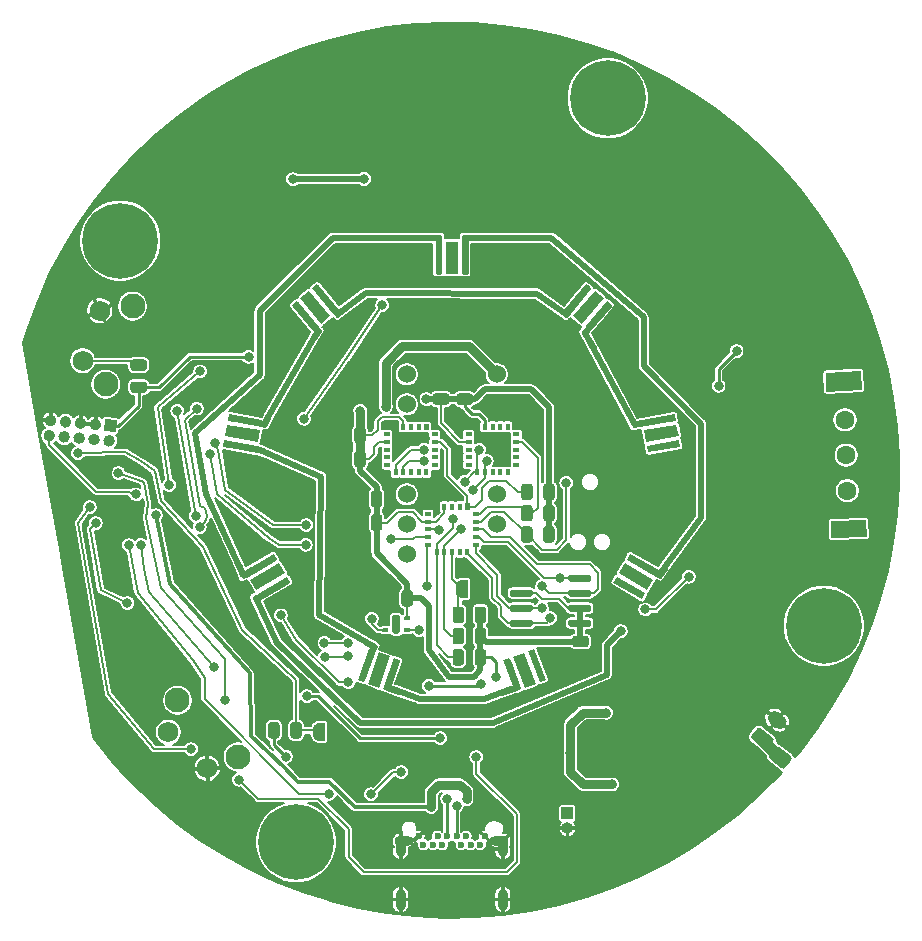
<source format=gbr>
%TF.GenerationSoftware,KiCad,Pcbnew,5.1.6+dfsg1-1*%
%TF.CreationDate,2020-08-08T17:15:22+09:00*%
%TF.ProjectId,portable_spectro_sch,706f7274-6162-46c6-955f-737065637472,rev?*%
%TF.SameCoordinates,Original*%
%TF.FileFunction,Copper,L2,Bot*%
%TF.FilePolarity,Positive*%
%FSLAX46Y46*%
G04 Gerber Fmt 4.6, Leading zero omitted, Abs format (unit mm)*
G04 Created by KiCad (PCBNEW 5.1.6+dfsg1-1) date 2020-08-08 17:15:22*
%MOMM*%
%LPD*%
G01*
G04 APERTURE LIST*
%TA.AperFunction,ComponentPad*%
%ADD10C,0.100000*%
%TD*%
%TA.AperFunction,SMDPad,CuDef*%
%ADD11C,0.100000*%
%TD*%
%TA.AperFunction,ViaPad*%
%ADD12C,0.500000*%
%TD*%
%TA.AperFunction,SMDPad,CuDef*%
%ADD13R,1.000000X2.800000*%
%TD*%
%TA.AperFunction,SMDPad,CuDef*%
%ADD14R,0.550000X2.800000*%
%TD*%
%TA.AperFunction,ComponentPad*%
%ADD15C,0.500000*%
%TD*%
%TA.AperFunction,ComponentPad*%
%ADD16C,1.524000*%
%TD*%
%TA.AperFunction,SMDPad,CuDef*%
%ADD17R,0.400000X0.550000*%
%TD*%
%TA.AperFunction,SMDPad,CuDef*%
%ADD18R,0.550000X0.400000*%
%TD*%
%TA.AperFunction,ComponentPad*%
%ADD19R,1.000000X1.000000*%
%TD*%
%TA.AperFunction,ComponentPad*%
%ADD20O,1.000000X1.000000*%
%TD*%
%TA.AperFunction,ComponentPad*%
%ADD21O,0.900000X1.800000*%
%TD*%
%TA.AperFunction,ComponentPad*%
%ADD22O,1.600000X0.800000*%
%TD*%
%TA.AperFunction,ComponentPad*%
%ADD23C,0.600000*%
%TD*%
%TA.AperFunction,ComponentPad*%
%ADD24C,0.800000*%
%TD*%
%TA.AperFunction,ComponentPad*%
%ADD25C,6.400000*%
%TD*%
%TA.AperFunction,ComponentPad*%
%ADD26C,2.100000*%
%TD*%
%TA.AperFunction,ComponentPad*%
%ADD27C,1.750000*%
%TD*%
%TA.AperFunction,ComponentPad*%
%ADD28C,1.600000*%
%TD*%
%TA.AperFunction,ViaPad*%
%ADD29C,0.800000*%
%TD*%
%TA.AperFunction,Conductor*%
%ADD30C,0.300000*%
%TD*%
%TA.AperFunction,Conductor*%
%ADD31C,0.250000*%
%TD*%
%TA.AperFunction,Conductor*%
%ADD32C,0.750000*%
%TD*%
%TA.AperFunction,Conductor*%
%ADD33C,0.200000*%
%TD*%
%TA.AperFunction,Conductor*%
%ADD34C,0.500000*%
%TD*%
%TA.AperFunction,Conductor*%
%ADD35C,1.000000*%
%TD*%
%TA.AperFunction,Conductor*%
%ADD36C,0.254000*%
%TD*%
%TA.AperFunction,Conductor*%
%ADD37C,0.150000*%
%TD*%
G04 APERTURE END LIST*
%TA.AperFunction,ComponentPad*%
D10*
%TO.P,J1,1*%
%TO.N,+3V3*%
G36*
X191345481Y-67858325D02*
G01*
X192341675Y-67945481D01*
X192254519Y-68941675D01*
X191258325Y-68854519D01*
X191345481Y-67858325D01*
G37*
%TD.AperFunction*%
%TO.P,J1,2*%
%TO.N,/SWDIO*%
%TA.AperFunction,ComponentPad*%
G36*
G01*
X191732890Y-69167070D02*
X191732890Y-69167070D01*
G75*
G02*
X192187409Y-69708745I-43578J-498097D01*
G01*
X192187409Y-69708745D01*
G75*
G02*
X191645734Y-70163264I-498097J43578D01*
G01*
X191645734Y-70163264D01*
G75*
G02*
X191191215Y-69621589I43578J498097D01*
G01*
X191191215Y-69621589D01*
G75*
G02*
X191732890Y-69167070I498097J-43578D01*
G01*
G37*
%TD.AperFunction*%
%TO.P,J1,3*%
%TO.N,GND*%
%TA.AperFunction,ComponentPad*%
G36*
G01*
X190578411Y-67791215D02*
X190578411Y-67791215D01*
G75*
G02*
X191032930Y-68332890I-43578J-498097D01*
G01*
X191032930Y-68332890D01*
G75*
G02*
X190491255Y-68787409I-498097J43578D01*
G01*
X190491255Y-68787409D01*
G75*
G02*
X190036736Y-68245734I43578J498097D01*
G01*
X190036736Y-68245734D01*
G75*
G02*
X190578411Y-67791215I498097J-43578D01*
G01*
G37*
%TD.AperFunction*%
%TO.P,J1,4*%
%TO.N,/SWDCLK*%
%TA.AperFunction,ComponentPad*%
G36*
G01*
X190467723Y-69056382D02*
X190467723Y-69056382D01*
G75*
G02*
X190922242Y-69598057I-43578J-498097D01*
G01*
X190922242Y-69598057D01*
G75*
G02*
X190380567Y-70052576I-498097J43578D01*
G01*
X190380567Y-70052576D01*
G75*
G02*
X189926048Y-69510901I43578J498097D01*
G01*
X189926048Y-69510901D01*
G75*
G02*
X190467723Y-69056382I498097J-43578D01*
G01*
G37*
%TD.AperFunction*%
%TO.P,J1,5*%
%TO.N,GND*%
%TA.AperFunction,ComponentPad*%
G36*
G01*
X189313242Y-67680527D02*
X189313242Y-67680527D01*
G75*
G02*
X189767761Y-68222202I-43578J-498097D01*
G01*
X189767761Y-68222202D01*
G75*
G02*
X189226086Y-68676721I-498097J43578D01*
G01*
X189226086Y-68676721D01*
G75*
G02*
X188771567Y-68135046I43578J498097D01*
G01*
X188771567Y-68135046D01*
G75*
G02*
X189313242Y-67680527I498097J-43578D01*
G01*
G37*
%TD.AperFunction*%
%TO.P,J1,6*%
%TO.N,Net-(J1-Pad6)*%
%TA.AperFunction,ComponentPad*%
G36*
G01*
X189202556Y-68945695D02*
X189202556Y-68945695D01*
G75*
G02*
X189657075Y-69487370I-43578J-498097D01*
G01*
X189657075Y-69487370D01*
G75*
G02*
X189115400Y-69941889I-498097J43578D01*
G01*
X189115400Y-69941889D01*
G75*
G02*
X188660881Y-69400214I43578J498097D01*
G01*
X188660881Y-69400214D01*
G75*
G02*
X189202556Y-68945695I498097J-43578D01*
G01*
G37*
%TD.AperFunction*%
%TO.P,J1,7*%
%TO.N,Net-(J1-Pad7)*%
%TA.AperFunction,ComponentPad*%
G36*
G01*
X188048076Y-67569840D02*
X188048076Y-67569840D01*
G75*
G02*
X188502595Y-68111515I-43578J-498097D01*
G01*
X188502595Y-68111515D01*
G75*
G02*
X187960920Y-68566034I-498097J43578D01*
G01*
X187960920Y-68566034D01*
G75*
G02*
X187506401Y-68024359I43578J498097D01*
G01*
X187506401Y-68024359D01*
G75*
G02*
X188048076Y-67569840I498097J-43578D01*
G01*
G37*
%TD.AperFunction*%
%TO.P,J1,8*%
%TO.N,Net-(J1-Pad8)*%
%TA.AperFunction,ComponentPad*%
G36*
G01*
X187937388Y-68835007D02*
X187937388Y-68835007D01*
G75*
G02*
X188391907Y-69376682I-43578J-498097D01*
G01*
X188391907Y-69376682D01*
G75*
G02*
X187850232Y-69831201I-498097J43578D01*
G01*
X187850232Y-69831201D01*
G75*
G02*
X187395713Y-69289526I43578J498097D01*
G01*
X187395713Y-69289526D01*
G75*
G02*
X187937388Y-68835007I498097J-43578D01*
G01*
G37*
%TD.AperFunction*%
%TO.P,J1,9*%
%TO.N,GND*%
%TA.AperFunction,ComponentPad*%
G36*
G01*
X186782909Y-67459152D02*
X186782909Y-67459152D01*
G75*
G02*
X187237428Y-68000827I-43578J-498097D01*
G01*
X187237428Y-68000827D01*
G75*
G02*
X186695753Y-68455346I-498097J43578D01*
G01*
X186695753Y-68455346D01*
G75*
G02*
X186241234Y-67913671I43578J498097D01*
G01*
X186241234Y-67913671D01*
G75*
G02*
X186782909Y-67459152I498097J-43578D01*
G01*
G37*
%TD.AperFunction*%
%TO.P,J1,10*%
%TO.N,/~RESET*%
%TA.AperFunction,ComponentPad*%
G36*
G01*
X186672221Y-68724319D02*
X186672221Y-68724319D01*
G75*
G02*
X187126740Y-69265994I-43578J-498097D01*
G01*
X187126740Y-69265994D01*
G75*
G02*
X186585065Y-69720513I-498097J43578D01*
G01*
X186585065Y-69720513D01*
G75*
G02*
X186130546Y-69178838I43578J498097D01*
G01*
X186130546Y-69178838D01*
G75*
G02*
X186672221Y-68724319I498097J-43578D01*
G01*
G37*
%TD.AperFunction*%
%TD*%
%TA.AperFunction,SMDPad,CuDef*%
D11*
%TO.P,D3,3*%
%TO.N,N/C*%
G36*
X226861018Y-87593420D02*
G01*
X227818675Y-90224560D01*
X226878982Y-90566580D01*
X225921325Y-87935440D01*
X226861018Y-87593420D01*
G37*
%TD.AperFunction*%
%TA.AperFunction,SMDPad,CuDef*%
%TO.P,D3,1*%
%TO.N,Net-(D3-Pad1)*%
G36*
X227706741Y-87285602D02*
G01*
X228664398Y-89916741D01*
X228147567Y-90104852D01*
X227189910Y-87473713D01*
X227706741Y-87285602D01*
G37*
%TD.AperFunction*%
D12*
%TD*%
%TO.N,Net-(D3-Pad2)*%
%TO.C,D3*%
X225453725Y-88478095D03*
%TO.N,Net-(D3-Pad2)*%
%TO.C,D3*%
X226171967Y-90451450D03*
X225693139Y-89135880D03*
X225932553Y-89793665D03*
%TO.N,N/C*%
X226510879Y-88093323D03*
X227229121Y-90066677D03*
X226750293Y-88751108D03*
X226989707Y-89408892D03*
%TO.N,Net-(D3-Pad1)*%
X228286275Y-89681905D03*
X228046861Y-89024120D03*
X227807447Y-88366335D03*
X227568033Y-87708550D03*
%TA.AperFunction,SMDPad,CuDef*%
D11*
%TD*%
%TO.P,D3,2*%
%TO.N,Net-(D3-Pad2)*%
G36*
X225592433Y-88055148D02*
G01*
X226550090Y-90686287D01*
X226033259Y-90874398D01*
X225075602Y-88243259D01*
X225592433Y-88055148D01*
G37*
%TD.AperFunction*%
%TA.AperFunction,SMDPad,CuDef*%
%TO.P,D10,3*%
%TO.N,N/C*%
G36*
X209656880Y-59763856D02*
G01*
X207857075Y-57618932D01*
X208623120Y-56976144D01*
X210422925Y-59121068D01*
X209656880Y-59763856D01*
G37*
%TD.AperFunction*%
%TA.AperFunction,SMDPad,CuDef*%
%TO.P,D10,1*%
%TO.N,Net-(D10-Pad1)*%
G36*
X208967440Y-60342365D02*
G01*
X207167635Y-58197440D01*
X207588960Y-57843907D01*
X209388765Y-59988832D01*
X208967440Y-60342365D01*
G37*
%TD.AperFunction*%
D12*
%TD*%
%TO.N,Net-(D10-Pad2)*%
%TO.C,D10*%
X210676727Y-58451211D03*
%TO.N,Net-(D10-Pad2)*%
%TO.C,D10*%
X209326873Y-56842517D03*
X210226776Y-57914979D03*
X209776824Y-57378748D03*
%TO.N,N/C*%
X209814927Y-59174347D03*
X208465073Y-57565653D03*
X209364976Y-58638116D03*
X208915024Y-58101884D03*
%TO.N,Net-(D10-Pad1)*%
X207603273Y-58288789D03*
X208053224Y-58825021D03*
X208503176Y-59361252D03*
X208953127Y-59897483D03*
%TA.AperFunction,SMDPad,CuDef*%
D11*
%TD*%
%TO.P,D10,2*%
%TO.N,Net-(D10-Pad2)*%
G36*
X210691040Y-58896093D02*
G01*
X208891235Y-56751168D01*
X209312560Y-56397635D01*
X211112365Y-58542560D01*
X210691040Y-58896093D01*
G37*
%TD.AperFunction*%
%TA.AperFunction,SMDPad,CuDef*%
%TO.P,D4,3*%
%TO.N,N/C*%
G36*
X236974445Y-68780704D02*
G01*
X239731907Y-68294489D01*
X239905555Y-69279296D01*
X237148093Y-69765511D01*
X236974445Y-68780704D01*
G37*
%TD.AperFunction*%
%TA.AperFunction,SMDPad,CuDef*%
%TO.P,D4,1*%
%TO.N,Net-(D4-Pad1)*%
G36*
X236818162Y-67894376D02*
G01*
X239575624Y-67408161D01*
X239671130Y-67949806D01*
X236913668Y-68436021D01*
X236818162Y-67894376D01*
G37*
%TD.AperFunction*%
D12*
%TD*%
%TO.N,Net-(C7-Pad1)*%
%TO.C,D4*%
X237601306Y-70320239D03*
%TO.N,Net-(C7-Pad1)*%
%TO.C,D4*%
X239669402Y-69955578D03*
X238290671Y-70198686D03*
X238980037Y-70077132D03*
%TO.N,N/C*%
X237405952Y-69212331D03*
X239474048Y-68847669D03*
X238095317Y-69090777D03*
X238784683Y-68969223D03*
%TO.N,Net-(D4-Pad1)*%
X239278694Y-67739761D03*
X238589329Y-67861314D03*
X237899963Y-67982868D03*
X237210598Y-68104422D03*
%TA.AperFunction,SMDPad,CuDef*%
D11*
%TD*%
%TO.P,D4,2*%
%TO.N,Net-(C7-Pad1)*%
G36*
X237208870Y-70110194D02*
G01*
X239966332Y-69623979D01*
X240061838Y-70165624D01*
X237304376Y-70651839D01*
X237208870Y-70110194D01*
G37*
%TD.AperFunction*%
%TA.AperFunction,SMDPad,CuDef*%
%TO.P,D7,3*%
%TO.N,N/C*%
G36*
X230997075Y-59121068D02*
G01*
X232796880Y-56976144D01*
X233562925Y-57618932D01*
X231763120Y-59763856D01*
X230997075Y-59121068D01*
G37*
%TD.AperFunction*%
%TA.AperFunction,SMDPad,CuDef*%
%TO.P,D7,1*%
%TO.N,Net-(D10-Pad2)*%
G36*
X230307635Y-58542560D02*
G01*
X232107440Y-56397635D01*
X232528765Y-56751168D01*
X230728960Y-58896093D01*
X230307635Y-58542560D01*
G37*
%TD.AperFunction*%
D12*
%TD*%
%TO.N,Net-(D4-Pad1)*%
%TO.C,D7*%
X232466873Y-59897483D03*
%TO.N,Net-(D4-Pad1)*%
%TO.C,D7*%
X233816727Y-58288789D03*
X232916824Y-59361252D03*
X233366776Y-58825021D03*
%TO.N,N/C*%
X231605073Y-59174347D03*
X232954927Y-57565653D03*
X232055024Y-58638116D03*
X232504976Y-58101884D03*
%TO.N,Net-(D10-Pad2)*%
X232093127Y-56842517D03*
X231643176Y-57378748D03*
X231193224Y-57914979D03*
X230743273Y-58451211D03*
%TA.AperFunction,SMDPad,CuDef*%
D11*
%TD*%
%TO.P,D7,2*%
%TO.N,Net-(D4-Pad1)*%
G36*
X232031235Y-59988832D02*
G01*
X233831040Y-57843907D01*
X234252365Y-58197440D01*
X232452560Y-60342365D01*
X232031235Y-59988832D01*
G37*
%TD.AperFunction*%
%TA.AperFunction,SMDPad,CuDef*%
%TO.P,D5,3*%
%TO.N,N/C*%
G36*
X215501521Y-87930667D02*
G01*
X214543864Y-90561807D01*
X213604171Y-90219787D01*
X214561828Y-87588647D01*
X215501521Y-87930667D01*
G37*
%TD.AperFunction*%
%TA.AperFunction,SMDPad,CuDef*%
%TO.P,D5,1*%
%TO.N,Net-(D3-Pad2)*%
G36*
X216347244Y-88238486D02*
G01*
X215389587Y-90869625D01*
X214872756Y-90681514D01*
X215830413Y-88050375D01*
X216347244Y-88238486D01*
G37*
%TD.AperFunction*%
D12*
%TD*%
%TO.N,Net-(D5-Pad2)*%
%TO.C,D5*%
X213854813Y-87703777D03*
%TO.N,Net-(D5-Pad2)*%
%TO.C,D5*%
X213136571Y-89677132D03*
X213615399Y-88361562D03*
X213375985Y-89019347D03*
%TO.N,N/C*%
X214911967Y-88088550D03*
X214193725Y-90061904D03*
X214672553Y-88746335D03*
X214433139Y-89404119D03*
%TO.N,Net-(D3-Pad2)*%
X215250879Y-90446677D03*
X215490293Y-89788892D03*
X215729707Y-89131107D03*
X215969121Y-88473322D03*
%TA.AperFunction,SMDPad,CuDef*%
D11*
%TD*%
%TO.P,D5,2*%
%TO.N,Net-(D5-Pad2)*%
G36*
X214232936Y-87468940D02*
G01*
X213275279Y-90100079D01*
X212758448Y-89911968D01*
X213716105Y-87280829D01*
X214232936Y-87468940D01*
G37*
%TD.AperFunction*%
%TA.AperFunction,SMDPad,CuDef*%
%TO.P,D8,3*%
%TO.N,N/C*%
G36*
X204271907Y-69765511D02*
G01*
X201514445Y-69279296D01*
X201688093Y-68294489D01*
X204445555Y-68780704D01*
X204271907Y-69765511D01*
G37*
%TD.AperFunction*%
%TA.AperFunction,SMDPad,CuDef*%
%TO.P,D8,1*%
%TO.N,Net-(D5-Pad2)*%
G36*
X204115624Y-70651839D02*
G01*
X201358162Y-70165624D01*
X201453668Y-69623979D01*
X204211130Y-70110194D01*
X204115624Y-70651839D01*
G37*
%TD.AperFunction*%
D12*
%TD*%
%TO.N,Net-(D10-Pad1)*%
%TO.C,D8*%
X204209402Y-68104422D03*
%TO.N,Net-(D10-Pad1)*%
%TO.C,D8*%
X202141306Y-67739761D03*
X203520037Y-67982868D03*
X202830671Y-67861314D03*
%TO.N,N/C*%
X204014048Y-69212331D03*
X201945952Y-68847669D03*
X203324683Y-69090777D03*
X202635317Y-68969223D03*
%TO.N,Net-(D5-Pad2)*%
X201750598Y-69955578D03*
X202439963Y-70077132D03*
X203129329Y-70198686D03*
X203818694Y-70320239D03*
%TA.AperFunction,SMDPad,CuDef*%
D11*
%TD*%
%TO.P,D8,2*%
%TO.N,Net-(D10-Pad1)*%
G36*
X204506332Y-68436021D02*
G01*
X201748870Y-67949806D01*
X201844376Y-67408161D01*
X204601838Y-67894376D01*
X204506332Y-68436021D01*
G37*
%TD.AperFunction*%
%TA.AperFunction,SMDPad,CuDef*%
%TO.P,D2,3*%
%TO.N,N/C*%
G36*
X235339696Y-80024487D02*
G01*
X237764568Y-81424487D01*
X237264568Y-82290513D01*
X234839696Y-80890513D01*
X235339696Y-80024487D01*
G37*
%TD.AperFunction*%
%TA.AperFunction,SMDPad,CuDef*%
%TO.P,D2,1*%
%TO.N,Net-(D2-Pad1)*%
G36*
X235789696Y-79245064D02*
G01*
X238214568Y-80645064D01*
X237939568Y-81121378D01*
X235514696Y-79721378D01*
X235789696Y-79245064D01*
G37*
%TD.AperFunction*%
D12*
%TD*%
%TO.N,Net-(C39-Pad1)*%
%TO.C,D2*%
X234830305Y-81606779D03*
%TO.N,Net-(C39-Pad1)*%
%TO.C,D2*%
X236648959Y-82656779D03*
X235436523Y-81956779D03*
X236042741Y-82306779D03*
%TO.N,N/C*%
X235392805Y-80632500D03*
X237211459Y-81682500D03*
X235999023Y-80982500D03*
X236605241Y-81332500D03*
%TO.N,Net-(D2-Pad1)*%
X237773959Y-80708221D03*
X237167741Y-80358221D03*
X236561523Y-80008221D03*
X235955305Y-79658221D03*
%TA.AperFunction,SMDPad,CuDef*%
D11*
%TD*%
%TO.P,D2,2*%
%TO.N,Net-(C39-Pad1)*%
G36*
X234664696Y-81193622D02*
G01*
X237089568Y-82593622D01*
X236814568Y-83069936D01*
X234389696Y-81669936D01*
X234664696Y-81193622D01*
G37*
%TD.AperFunction*%
D13*
%TO.P,D9,3*%
%TO.N,N/C*%
X220710000Y-54160000D03*
D14*
%TO.P,D9,1*%
%TO.N,Net-(D6-Pad2)*%
X219585000Y-54160000D03*
D12*
%TD*%
%TO.N,Net-(D2-Pad1)*%
%TO.C,D9*%
X221835000Y-55210000D03*
%TO.N,Net-(D2-Pad1)*%
%TO.C,D9*%
X221835000Y-53110000D03*
X221835000Y-54510000D03*
X221835000Y-53810000D03*
%TO.N,N/C*%
X220710000Y-55210000D03*
X220710000Y-53110000D03*
X220710000Y-54510000D03*
X220710000Y-53810000D03*
%TO.N,Net-(D6-Pad2)*%
X219585000Y-53110000D03*
X219585000Y-53810000D03*
X219585000Y-54510000D03*
X219585000Y-55210000D03*
D14*
%TD*%
%TO.P,D9,2*%
%TO.N,Net-(D2-Pad1)*%
X221835000Y-54160000D03*
%TA.AperFunction,SMDPad,CuDef*%
D11*
%TO.P,D6,3*%
%TO.N,N/C*%
G36*
X206582436Y-80895641D02*
G01*
X204157564Y-82295641D01*
X203657564Y-81429615D01*
X206082436Y-80029615D01*
X206582436Y-80895641D01*
G37*
%TD.AperFunction*%
%TA.AperFunction,SMDPad,CuDef*%
%TO.P,D6,1*%
%TO.N,Net-(D6-Pad1)*%
G36*
X207032436Y-81675064D02*
G01*
X204607564Y-83075064D01*
X204332564Y-82598750D01*
X206757436Y-81198750D01*
X207032436Y-81675064D01*
G37*
%TD.AperFunction*%
D12*
%TD*%
%TO.N,Net-(D6-Pad2)*%
%TO.C,D6*%
X205466827Y-79663349D03*
%TO.N,Net-(D6-Pad2)*%
%TO.C,D6*%
X203648173Y-80713349D03*
X204860609Y-80013349D03*
X204254391Y-80363349D03*
%TO.N,N/C*%
X206029327Y-80637628D03*
X204210673Y-81687628D03*
X205423109Y-80987628D03*
X204816891Y-81337628D03*
%TO.N,Net-(D6-Pad1)*%
X204773173Y-82661907D03*
X205379391Y-82311907D03*
X205985609Y-81961907D03*
X206591827Y-81611907D03*
%TA.AperFunction,SMDPad,CuDef*%
D11*
%TD*%
%TO.P,D6,2*%
%TO.N,Net-(D6-Pad2)*%
G36*
X205907436Y-79726506D02*
G01*
X203482564Y-81126506D01*
X203207564Y-80650192D01*
X205632436Y-79250192D01*
X205907436Y-79726506D01*
G37*
%TD.AperFunction*%
D15*
%TO.P,U15,21*%
%TO.N,GND*%
X232800000Y-94600000D03*
X233800000Y-95600000D03*
X233800000Y-94600000D03*
X234800000Y-94600000D03*
X234800000Y-95600000D03*
X232800000Y-95600000D03*
X232800000Y-96600000D03*
X233800000Y-96600000D03*
X234800000Y-96600000D03*
%TD*%
D16*
%TO.P,U4,2*%
%TO.N,GND*%
X224520000Y-66580000D03*
%TO.P,U4,1*%
%TO.N,+5V*%
X224520000Y-64040000D03*
%TO.P,U4,3*%
X224520000Y-74200000D03*
%TO.P,U4,4*%
%TO.N,/1MHZ*%
X224520000Y-76740000D03*
%TO.P,U4,5*%
%TO.N,GND*%
X224520000Y-79280000D03*
%TO.P,U4,6*%
%TO.N,/ST*%
X216900000Y-79280000D03*
%TO.P,U4,7*%
%TO.N,/TRG*%
X216900000Y-76740000D03*
%TO.P,U4,8*%
%TO.N,Net-(U4-Pad8)*%
X216900000Y-74200000D03*
%TO.P,U4,9*%
%TO.N,/EOS*%
X216900000Y-66580000D03*
%TO.P,U4,10*%
%TO.N,Net-(R2-Pad2)*%
X216900000Y-64040000D03*
%TD*%
%TO.P,C25,1*%
%TO.N,GND*%
%TA.AperFunction,SMDPad,CuDef*%
G36*
G01*
X232056250Y-89025000D02*
X231143750Y-89025000D01*
G75*
G02*
X230900000Y-88781250I0J243750D01*
G01*
X230900000Y-88293750D01*
G75*
G02*
X231143750Y-88050000I243750J0D01*
G01*
X232056250Y-88050000D01*
G75*
G02*
X232300000Y-88293750I0J-243750D01*
G01*
X232300000Y-88781250D01*
G75*
G02*
X232056250Y-89025000I-243750J0D01*
G01*
G37*
%TD.AperFunction*%
%TO.P,C25,2*%
%TO.N,+3V3*%
%TA.AperFunction,SMDPad,CuDef*%
G36*
G01*
X232056250Y-87150000D02*
X231143750Y-87150000D01*
G75*
G02*
X230900000Y-86906250I0J243750D01*
G01*
X230900000Y-86418750D01*
G75*
G02*
X231143750Y-86175000I243750J0D01*
G01*
X232056250Y-86175000D01*
G75*
G02*
X232300000Y-86418750I0J-243750D01*
G01*
X232300000Y-86906250D01*
G75*
G02*
X232056250Y-87150000I-243750J0D01*
G01*
G37*
%TD.AperFunction*%
%TD*%
%TO.P,R22,2*%
%TO.N,+3V3*%
%TA.AperFunction,SMDPad,CuDef*%
G36*
G01*
X222650000Y-88456250D02*
X222650000Y-87543750D01*
G75*
G02*
X222893750Y-87300000I243750J0D01*
G01*
X223381250Y-87300000D01*
G75*
G02*
X223625000Y-87543750I0J-243750D01*
G01*
X223625000Y-88456250D01*
G75*
G02*
X223381250Y-88700000I-243750J0D01*
G01*
X222893750Y-88700000D01*
G75*
G02*
X222650000Y-88456250I0J243750D01*
G01*
G37*
%TD.AperFunction*%
%TO.P,R22,1*%
%TO.N,/ASx_SDA*%
%TA.AperFunction,SMDPad,CuDef*%
G36*
G01*
X220775000Y-88456250D02*
X220775000Y-87543750D01*
G75*
G02*
X221018750Y-87300000I243750J0D01*
G01*
X221506250Y-87300000D01*
G75*
G02*
X221750000Y-87543750I0J-243750D01*
G01*
X221750000Y-88456250D01*
G75*
G02*
X221506250Y-88700000I-243750J0D01*
G01*
X221018750Y-88700000D01*
G75*
G02*
X220775000Y-88456250I0J243750D01*
G01*
G37*
%TD.AperFunction*%
%TD*%
%TA.AperFunction,SMDPad,CuDef*%
D11*
%TO.P,U9,20*%
%TO.N,Net-(U9-Pad20)*%
G36*
X225660000Y-68210000D02*
G01*
X225660000Y-68760000D01*
X225260000Y-68760000D01*
X225260000Y-68210000D01*
X225660000Y-68210000D01*
G37*
%TD.AperFunction*%
D17*
%TO.P,U9,19*%
%TO.N,Net-(U9-Pad19)*%
X224810000Y-68485000D03*
%TO.P,U9,18*%
%TO.N,Net-(U9-Pad18)*%
X224160000Y-68485000D03*
%TO.P,U9,17*%
%TO.N,+3V3*%
X223510000Y-68485000D03*
%TO.P,U9,16*%
%TO.N,GND*%
X222860000Y-68485000D03*
D18*
%TO.P,U9,15*%
%TO.N,Net-(U9-Pad15)*%
X222135000Y-69110000D03*
%TO.P,U9,14*%
%TO.N,+3V3*%
X222135000Y-69760000D03*
%TO.P,U9,13*%
%TO.N,Net-(U9-Pad13)*%
X222135000Y-70410000D03*
%TO.P,U9,12*%
%TO.N,Net-(U9-Pad12)*%
X222135000Y-71060000D03*
%TO.P,U9,11*%
%TO.N,Net-(U9-Pad11)*%
X222135000Y-71710000D03*
D17*
%TO.P,U9,10*%
%TO.N,/ASx_SDA*%
X222860000Y-72335000D03*
%TO.P,U9,9*%
%TO.N,/ASx_SCL*%
X223510000Y-72335000D03*
%TO.P,U9,8*%
%TO.N,Net-(U9-Pad8)*%
X224160000Y-72335000D03*
%TO.P,U9,7*%
%TO.N,Net-(U9-Pad7)*%
X224810000Y-72335000D03*
%TO.P,U9,6*%
%TO.N,Net-(U9-Pad6)*%
X225460000Y-72335000D03*
D18*
%TO.P,U9,5*%
%TO.N,Net-(U9-Pad5)*%
X226185000Y-71710000D03*
%TO.P,U9,4*%
%TO.N,Net-(U9-Pad4)*%
X226185000Y-71060000D03*
%TO.P,U9,3*%
%TO.N,Net-(U9-Pad3)*%
X226185000Y-70410000D03*
%TO.P,U9,2*%
%TO.N,/~SLV1*%
X226185000Y-69760000D03*
%TO.P,U9,1*%
%TO.N,Net-(U9-Pad1)*%
X226185000Y-69110000D03*
%TD*%
D19*
%TO.P,J5,1*%
%TO.N,Net-(J5-Pad1)*%
X230500000Y-101200000D03*
D20*
%TO.P,J5,2*%
%TO.N,GND*%
X230500000Y-102470000D03*
%TD*%
D21*
%TO.P,J4,SH3*%
%TO.N,GND*%
X216380000Y-104010000D03*
%TO.P,J4,SH4*%
X225040000Y-104010000D03*
D22*
%TO.P,J4,SH2*%
X224715000Y-103510000D03*
D23*
%TO.P,J4,B7*%
%TO.N,/D-*%
X220310000Y-103160000D03*
D22*
%TO.P,J4,SH1*%
%TO.N,GND*%
X216705000Y-103510000D03*
D23*
%TO.P,J4,B9*%
%TO.N,VBUS*%
X219510000Y-103160000D03*
%TO.P,J4,B12*%
%TO.N,GND*%
X217910000Y-103160000D03*
%TO.P,J4,B6*%
%TO.N,/D+*%
X221110000Y-103160000D03*
%TO.P,J4,B4*%
%TO.N,VBUS*%
X221910000Y-103160000D03*
%TO.P,J4,B1*%
%TO.N,GND*%
X223510000Y-103160000D03*
%TO.P,J4,B8*%
%TO.N,Net-(J4-PadB8)*%
X219910000Y-103860000D03*
%TO.P,J4,B10*%
%TO.N,Net-(J4-PadB10)*%
X219110000Y-103860000D03*
%TO.P,J4,B11*%
%TO.N,Net-(J4-PadB11)*%
X218310000Y-103860000D03*
%TO.P,J4,B5*%
%TO.N,Net-(J4-PadB5)*%
X221510000Y-103860000D03*
%TO.P,J4,B3*%
%TO.N,Net-(J4-PadB3)*%
X222310000Y-103860000D03*
%TO.P,J4,B2*%
%TO.N,Net-(J4-PadB2)*%
X223110000Y-103860000D03*
D21*
%TO.P,J4,SH5*%
%TO.N,GND*%
X216380000Y-108510000D03*
%TO.P,J4,SH6*%
X225040000Y-108510000D03*
%TD*%
D24*
%TO.P,REF\u002A\u002A,1*%
%TO.N,N/C*%
X235597056Y-38972944D03*
X233900000Y-38270000D03*
X232202944Y-38972944D03*
X231500000Y-40670000D03*
X232202944Y-42367056D03*
X233900000Y-43070000D03*
X235597056Y-42367056D03*
X236300000Y-40670000D03*
D25*
X233900000Y-40670000D03*
%TD*%
D26*
%TO.P,SW2,*%
%TO.N,*%
X197485579Y-91650619D03*
D27*
%TO.P,SW2,2*%
%TO.N,/P0.09*%
X196708908Y-94331007D03*
%TO.P,SW2,1*%
%TO.N,GND*%
X200000000Y-97400000D03*
D26*
%TO.P,SW2,*%
%TO.N,*%
X202612368Y-96431427D03*
%TD*%
%TA.AperFunction,ComponentPad*%
D10*
%TO.P,SW3,*%
%TO.N,*%
G36*
X252794606Y-76488969D02*
G01*
X255792779Y-76384270D01*
X255841638Y-77783417D01*
X252843465Y-77888116D01*
X252794606Y-76488969D01*
G37*
%TD.AperFunction*%
%TA.AperFunction,ComponentPad*%
G36*
X252354872Y-63896644D02*
G01*
X255353045Y-63791945D01*
X255408884Y-65390970D01*
X252410711Y-65495669D01*
X252354872Y-63896644D01*
G37*
%TD.AperFunction*%
D28*
%TO.P,SW3,3*%
%TO.N,Net-(R44-Pad2)*%
X254204698Y-73888172D03*
%TO.P,SW3,2*%
%TO.N,/PWR_UP*%
X254100000Y-70890000D03*
%TO.P,SW3,1*%
%TO.N,Net-(R48-Pad1)*%
X253995302Y-67891828D03*
%TD*%
D25*
%TO.P,REF\u002A\u002A,1*%
%TO.N,N/C*%
X192650000Y-52720000D03*
D24*
X195050000Y-52720000D03*
X194347056Y-54417056D03*
X192650000Y-55120000D03*
X190952944Y-54417056D03*
X190250000Y-52720000D03*
X190952944Y-51022944D03*
X192650000Y-50320000D03*
X194347056Y-51022944D03*
%TD*%
D25*
%TO.P,REF\u002A\u002A,1*%
%TO.N,N/C*%
X207530000Y-103650000D03*
D24*
X209930000Y-103650000D03*
X209227056Y-105347056D03*
X207530000Y-106050000D03*
X205832944Y-105347056D03*
X205130000Y-103650000D03*
X205832944Y-101952944D03*
X207530000Y-101250000D03*
X209227056Y-101952944D03*
%TD*%
%TO.P,REF\u002A\u002A,1*%
%TO.N,N/C*%
X253907056Y-83632944D03*
X252210000Y-82930000D03*
X250512944Y-83632944D03*
X249810000Y-85330000D03*
X250512944Y-87027056D03*
X252210000Y-87730000D03*
X253907056Y-87027056D03*
X254610000Y-85330000D03*
D25*
X252210000Y-85330000D03*
%TD*%
%TO.P,C17,1*%
%TO.N,+3V3*%
%TA.AperFunction,SMDPad,CuDef*%
G36*
G01*
X214825000Y-76143750D02*
X214825000Y-77056250D01*
G75*
G02*
X214581250Y-77300000I-243750J0D01*
G01*
X214093750Y-77300000D01*
G75*
G02*
X213850000Y-77056250I0J243750D01*
G01*
X213850000Y-76143750D01*
G75*
G02*
X214093750Y-75900000I243750J0D01*
G01*
X214581250Y-75900000D01*
G75*
G02*
X214825000Y-76143750I0J-243750D01*
G01*
G37*
%TD.AperFunction*%
%TO.P,C17,2*%
%TO.N,GND*%
%TA.AperFunction,SMDPad,CuDef*%
G36*
G01*
X212950000Y-76143750D02*
X212950000Y-77056250D01*
G75*
G02*
X212706250Y-77300000I-243750J0D01*
G01*
X212218750Y-77300000D01*
G75*
G02*
X211975000Y-77056250I0J243750D01*
G01*
X211975000Y-76143750D01*
G75*
G02*
X212218750Y-75900000I243750J0D01*
G01*
X212706250Y-75900000D01*
G75*
G02*
X212950000Y-76143750I0J-243750D01*
G01*
G37*
%TD.AperFunction*%
%TD*%
%TO.P,C18,2*%
%TO.N,GND*%
%TA.AperFunction,SMDPad,CuDef*%
G36*
G01*
X212950000Y-74143750D02*
X212950000Y-75056250D01*
G75*
G02*
X212706250Y-75300000I-243750J0D01*
G01*
X212218750Y-75300000D01*
G75*
G02*
X211975000Y-75056250I0J243750D01*
G01*
X211975000Y-74143750D01*
G75*
G02*
X212218750Y-73900000I243750J0D01*
G01*
X212706250Y-73900000D01*
G75*
G02*
X212950000Y-74143750I0J-243750D01*
G01*
G37*
%TD.AperFunction*%
%TO.P,C18,1*%
%TO.N,+3V3*%
%TA.AperFunction,SMDPad,CuDef*%
G36*
G01*
X214825000Y-74143750D02*
X214825000Y-75056250D01*
G75*
G02*
X214581250Y-75300000I-243750J0D01*
G01*
X214093750Y-75300000D01*
G75*
G02*
X213850000Y-75056250I0J243750D01*
G01*
X213850000Y-74143750D01*
G75*
G02*
X214093750Y-73900000I243750J0D01*
G01*
X214581250Y-73900000D01*
G75*
G02*
X214825000Y-74143750I0J-243750D01*
G01*
G37*
%TD.AperFunction*%
%TD*%
%TO.P,C19,2*%
%TO.N,GND*%
%TA.AperFunction,SMDPad,CuDef*%
G36*
G01*
X222256250Y-64750000D02*
X221343750Y-64750000D01*
G75*
G02*
X221100000Y-64506250I0J243750D01*
G01*
X221100000Y-64018750D01*
G75*
G02*
X221343750Y-63775000I243750J0D01*
G01*
X222256250Y-63775000D01*
G75*
G02*
X222500000Y-64018750I0J-243750D01*
G01*
X222500000Y-64506250D01*
G75*
G02*
X222256250Y-64750000I-243750J0D01*
G01*
G37*
%TD.AperFunction*%
%TO.P,C19,1*%
%TO.N,+3V3*%
%TA.AperFunction,SMDPad,CuDef*%
G36*
G01*
X222256250Y-66625000D02*
X221343750Y-66625000D01*
G75*
G02*
X221100000Y-66381250I0J243750D01*
G01*
X221100000Y-65893750D01*
G75*
G02*
X221343750Y-65650000I243750J0D01*
G01*
X222256250Y-65650000D01*
G75*
G02*
X222500000Y-65893750I0J-243750D01*
G01*
X222500000Y-66381250D01*
G75*
G02*
X222256250Y-66625000I-243750J0D01*
G01*
G37*
%TD.AperFunction*%
%TD*%
%TO.P,C20,1*%
%TO.N,+3V3*%
%TA.AperFunction,SMDPad,CuDef*%
G36*
G01*
X220256250Y-66625000D02*
X219343750Y-66625000D01*
G75*
G02*
X219100000Y-66381250I0J243750D01*
G01*
X219100000Y-65893750D01*
G75*
G02*
X219343750Y-65650000I243750J0D01*
G01*
X220256250Y-65650000D01*
G75*
G02*
X220500000Y-65893750I0J-243750D01*
G01*
X220500000Y-66381250D01*
G75*
G02*
X220256250Y-66625000I-243750J0D01*
G01*
G37*
%TD.AperFunction*%
%TO.P,C20,2*%
%TO.N,GND*%
%TA.AperFunction,SMDPad,CuDef*%
G36*
G01*
X220256250Y-64750000D02*
X219343750Y-64750000D01*
G75*
G02*
X219100000Y-64506250I0J243750D01*
G01*
X219100000Y-64018750D01*
G75*
G02*
X219343750Y-63775000I243750J0D01*
G01*
X220256250Y-63775000D01*
G75*
G02*
X220500000Y-64018750I0J-243750D01*
G01*
X220500000Y-64506250D01*
G75*
G02*
X220256250Y-64750000I-243750J0D01*
G01*
G37*
%TD.AperFunction*%
%TD*%
%TO.P,C21,1*%
%TO.N,+3V3*%
%TA.AperFunction,SMDPad,CuDef*%
G36*
G01*
X213425000Y-70763750D02*
X213425000Y-71676250D01*
G75*
G02*
X213181250Y-71920000I-243750J0D01*
G01*
X212693750Y-71920000D01*
G75*
G02*
X212450000Y-71676250I0J243750D01*
G01*
X212450000Y-70763750D01*
G75*
G02*
X212693750Y-70520000I243750J0D01*
G01*
X213181250Y-70520000D01*
G75*
G02*
X213425000Y-70763750I0J-243750D01*
G01*
G37*
%TD.AperFunction*%
%TO.P,C21,2*%
%TO.N,GND*%
%TA.AperFunction,SMDPad,CuDef*%
G36*
G01*
X211550000Y-70763750D02*
X211550000Y-71676250D01*
G75*
G02*
X211306250Y-71920000I-243750J0D01*
G01*
X210818750Y-71920000D01*
G75*
G02*
X210575000Y-71676250I0J243750D01*
G01*
X210575000Y-70763750D01*
G75*
G02*
X210818750Y-70520000I243750J0D01*
G01*
X211306250Y-70520000D01*
G75*
G02*
X211550000Y-70763750I0J-243750D01*
G01*
G37*
%TD.AperFunction*%
%TD*%
%TO.P,C22,2*%
%TO.N,GND*%
%TA.AperFunction,SMDPad,CuDef*%
G36*
G01*
X211550000Y-68743750D02*
X211550000Y-69656250D01*
G75*
G02*
X211306250Y-69900000I-243750J0D01*
G01*
X210818750Y-69900000D01*
G75*
G02*
X210575000Y-69656250I0J243750D01*
G01*
X210575000Y-68743750D01*
G75*
G02*
X210818750Y-68500000I243750J0D01*
G01*
X211306250Y-68500000D01*
G75*
G02*
X211550000Y-68743750I0J-243750D01*
G01*
G37*
%TD.AperFunction*%
%TO.P,C22,1*%
%TO.N,+3V3*%
%TA.AperFunction,SMDPad,CuDef*%
G36*
G01*
X213425000Y-68743750D02*
X213425000Y-69656250D01*
G75*
G02*
X213181250Y-69900000I-243750J0D01*
G01*
X212693750Y-69900000D01*
G75*
G02*
X212450000Y-69656250I0J243750D01*
G01*
X212450000Y-68743750D01*
G75*
G02*
X212693750Y-68500000I243750J0D01*
G01*
X213181250Y-68500000D01*
G75*
G02*
X213425000Y-68743750I0J-243750D01*
G01*
G37*
%TD.AperFunction*%
%TD*%
%TO.P,C38,1*%
%TO.N,/VLipo*%
%TA.AperFunction,SMDPad,CuDef*%
G36*
G01*
X248611342Y-97367045D02*
X247639910Y-96580394D01*
G75*
G02*
X247602954Y-96228778I157330J194286D01*
G01*
X248074944Y-95645919D01*
G75*
G02*
X248426560Y-95608963I194286J-157330D01*
G01*
X249397992Y-96395614D01*
G75*
G02*
X249434948Y-96747230I-157330J-194286D01*
G01*
X248962958Y-97330089D01*
G75*
G02*
X248611342Y-97367045I-194286J157330D01*
G01*
G37*
%TD.AperFunction*%
%TO.P,C38,2*%
%TO.N,GND*%
%TA.AperFunction,SMDPad,CuDef*%
G36*
G01*
X250373440Y-95191037D02*
X249402008Y-94404386D01*
G75*
G02*
X249365052Y-94052770I157330J194286D01*
G01*
X249837042Y-93469911D01*
G75*
G02*
X250188658Y-93432955I194286J-157330D01*
G01*
X251160090Y-94219606D01*
G75*
G02*
X251197046Y-94571222I-157330J-194286D01*
G01*
X250725056Y-95154081D01*
G75*
G02*
X250373440Y-95191037I-194286J157330D01*
G01*
G37*
%TD.AperFunction*%
%TD*%
%TO.P,J3,1*%
%TO.N,/VLipo*%
%TA.AperFunction,ComponentPad*%
G36*
G01*
X247108125Y-95729613D02*
X246136691Y-94942962D01*
G75*
G02*
X246099734Y-94591347I157329J194286D01*
G01*
X246540260Y-94047343D01*
G75*
G02*
X246891875Y-94010386I194286J-157329D01*
G01*
X247863309Y-94797038D01*
G75*
G02*
X247900266Y-95148653I-157329J-194286D01*
G01*
X247459740Y-95692657D01*
G75*
G02*
X247108125Y-95729614I-194286J157329D01*
G01*
G37*
%TD.AperFunction*%
%TO.P,J3,2*%
%TO.N,GND*%
%TA.AperFunction,ComponentPad*%
G36*
G01*
X248094764Y-93955059D02*
X247667334Y-93608933D01*
G75*
G02*
X247578638Y-92765053I377592J466288D01*
G01*
X247578638Y-92765053D01*
G75*
G02*
X248422518Y-92676357I466288J-377592D01*
G01*
X248849948Y-93022483D01*
G75*
G02*
X248938644Y-93866363I-377592J-466288D01*
G01*
X248938644Y-93866363D01*
G75*
G02*
X248094764Y-93955059I-466288J377592D01*
G01*
G37*
%TD.AperFunction*%
%TD*%
%TA.AperFunction,SMDPad,CuDef*%
D11*
%TO.P,JP1,1*%
%TO.N,GND*%
G36*
X222350000Y-81450000D02*
G01*
X222850000Y-81450000D01*
X222850000Y-81450602D01*
X222874534Y-81450602D01*
X222923365Y-81455412D01*
X222971490Y-81464984D01*
X223018445Y-81479228D01*
X223063778Y-81498005D01*
X223107051Y-81521136D01*
X223147850Y-81548396D01*
X223185779Y-81579524D01*
X223220476Y-81614221D01*
X223251604Y-81652150D01*
X223278864Y-81692949D01*
X223301995Y-81736222D01*
X223320772Y-81781555D01*
X223335016Y-81828510D01*
X223344588Y-81876635D01*
X223349398Y-81925466D01*
X223349398Y-81950000D01*
X223350000Y-81950000D01*
X223350000Y-82450000D01*
X223349398Y-82450000D01*
X223349398Y-82474534D01*
X223344588Y-82523365D01*
X223335016Y-82571490D01*
X223320772Y-82618445D01*
X223301995Y-82663778D01*
X223278864Y-82707051D01*
X223251604Y-82747850D01*
X223220476Y-82785779D01*
X223185779Y-82820476D01*
X223147850Y-82851604D01*
X223107051Y-82878864D01*
X223063778Y-82901995D01*
X223018445Y-82920772D01*
X222971490Y-82935016D01*
X222923365Y-82944588D01*
X222874534Y-82949398D01*
X222850000Y-82949398D01*
X222850000Y-82950000D01*
X222350000Y-82950000D01*
X222350000Y-81450000D01*
G37*
%TD.AperFunction*%
%TA.AperFunction,SMDPad,CuDef*%
%TO.P,JP1,2*%
%TO.N,Net-(JP1-Pad2)*%
G36*
X221550000Y-82949398D02*
G01*
X221525466Y-82949398D01*
X221476635Y-82944588D01*
X221428510Y-82935016D01*
X221381555Y-82920772D01*
X221336222Y-82901995D01*
X221292949Y-82878864D01*
X221252150Y-82851604D01*
X221214221Y-82820476D01*
X221179524Y-82785779D01*
X221148396Y-82747850D01*
X221121136Y-82707051D01*
X221098005Y-82663778D01*
X221079228Y-82618445D01*
X221064984Y-82571490D01*
X221055412Y-82523365D01*
X221050602Y-82474534D01*
X221050602Y-82450000D01*
X221050000Y-82450000D01*
X221050000Y-81950000D01*
X221050602Y-81950000D01*
X221050602Y-81925466D01*
X221055412Y-81876635D01*
X221064984Y-81828510D01*
X221079228Y-81781555D01*
X221098005Y-81736222D01*
X221121136Y-81692949D01*
X221148396Y-81652150D01*
X221179524Y-81614221D01*
X221214221Y-81579524D01*
X221252150Y-81548396D01*
X221292949Y-81521136D01*
X221336222Y-81498005D01*
X221381555Y-81479228D01*
X221428510Y-81464984D01*
X221476635Y-81455412D01*
X221525466Y-81450602D01*
X221550000Y-81450602D01*
X221550000Y-81450000D01*
X222050000Y-81450000D01*
X222050000Y-82950000D01*
X221550000Y-82950000D01*
X221550000Y-82949398D01*
G37*
%TD.AperFunction*%
%TD*%
%TO.P,R28,1*%
%TO.N,+3V3*%
%TA.AperFunction,SMDPad,CuDef*%
G36*
G01*
X194656250Y-65625000D02*
X193743750Y-65625000D01*
G75*
G02*
X193500000Y-65381250I0J243750D01*
G01*
X193500000Y-64893750D01*
G75*
G02*
X193743750Y-64650000I243750J0D01*
G01*
X194656250Y-64650000D01*
G75*
G02*
X194900000Y-64893750I0J-243750D01*
G01*
X194900000Y-65381250D01*
G75*
G02*
X194656250Y-65625000I-243750J0D01*
G01*
G37*
%TD.AperFunction*%
%TO.P,R28,2*%
%TO.N,/~RESET*%
%TA.AperFunction,SMDPad,CuDef*%
G36*
G01*
X194656250Y-63750000D02*
X193743750Y-63750000D01*
G75*
G02*
X193500000Y-63506250I0J243750D01*
G01*
X193500000Y-63018750D01*
G75*
G02*
X193743750Y-62775000I243750J0D01*
G01*
X194656250Y-62775000D01*
G75*
G02*
X194900000Y-63018750I0J-243750D01*
G01*
X194900000Y-63506250D01*
G75*
G02*
X194656250Y-63750000I-243750J0D01*
G01*
G37*
%TD.AperFunction*%
%TD*%
%TO.P,R16,1*%
%TO.N,+3V3*%
%TA.AperFunction,SMDPad,CuDef*%
G36*
G01*
X223625000Y-83943750D02*
X223625000Y-84856250D01*
G75*
G02*
X223381250Y-85100000I-243750J0D01*
G01*
X222893750Y-85100000D01*
G75*
G02*
X222650000Y-84856250I0J243750D01*
G01*
X222650000Y-83943750D01*
G75*
G02*
X222893750Y-83700000I243750J0D01*
G01*
X223381250Y-83700000D01*
G75*
G02*
X223625000Y-83943750I0J-243750D01*
G01*
G37*
%TD.AperFunction*%
%TO.P,R16,2*%
%TO.N,Net-(JP1-Pad2)*%
%TA.AperFunction,SMDPad,CuDef*%
G36*
G01*
X221750000Y-83943750D02*
X221750000Y-84856250D01*
G75*
G02*
X221506250Y-85100000I-243750J0D01*
G01*
X221018750Y-85100000D01*
G75*
G02*
X220775000Y-84856250I0J243750D01*
G01*
X220775000Y-83943750D01*
G75*
G02*
X221018750Y-83700000I243750J0D01*
G01*
X221506250Y-83700000D01*
G75*
G02*
X221750000Y-83943750I0J-243750D01*
G01*
G37*
%TD.AperFunction*%
%TD*%
%TO.P,R21,1*%
%TO.N,/ASx_SCL*%
%TA.AperFunction,SMDPad,CuDef*%
G36*
G01*
X220775000Y-86656250D02*
X220775000Y-85743750D01*
G75*
G02*
X221018750Y-85500000I243750J0D01*
G01*
X221506250Y-85500000D01*
G75*
G02*
X221750000Y-85743750I0J-243750D01*
G01*
X221750000Y-86656250D01*
G75*
G02*
X221506250Y-86900000I-243750J0D01*
G01*
X221018750Y-86900000D01*
G75*
G02*
X220775000Y-86656250I0J243750D01*
G01*
G37*
%TD.AperFunction*%
%TO.P,R21,2*%
%TO.N,+3V3*%
%TA.AperFunction,SMDPad,CuDef*%
G36*
G01*
X222650000Y-86656250D02*
X222650000Y-85743750D01*
G75*
G02*
X222893750Y-85500000I243750J0D01*
G01*
X223381250Y-85500000D01*
G75*
G02*
X223625000Y-85743750I0J-243750D01*
G01*
X223625000Y-86656250D01*
G75*
G02*
X223381250Y-86900000I-243750J0D01*
G01*
X222893750Y-86900000D01*
G75*
G02*
X222650000Y-86656250I0J243750D01*
G01*
G37*
%TD.AperFunction*%
%TD*%
%TO.P,R23,1*%
%TO.N,/~SLV1*%
%TA.AperFunction,SMDPad,CuDef*%
G36*
G01*
X226575000Y-76256250D02*
X226575000Y-75343750D01*
G75*
G02*
X226818750Y-75100000I243750J0D01*
G01*
X227306250Y-75100000D01*
G75*
G02*
X227550000Y-75343750I0J-243750D01*
G01*
X227550000Y-76256250D01*
G75*
G02*
X227306250Y-76500000I-243750J0D01*
G01*
X226818750Y-76500000D01*
G75*
G02*
X226575000Y-76256250I0J243750D01*
G01*
G37*
%TD.AperFunction*%
%TO.P,R23,2*%
%TO.N,+3V3*%
%TA.AperFunction,SMDPad,CuDef*%
G36*
G01*
X228450000Y-76256250D02*
X228450000Y-75343750D01*
G75*
G02*
X228693750Y-75100000I243750J0D01*
G01*
X229181250Y-75100000D01*
G75*
G02*
X229425000Y-75343750I0J-243750D01*
G01*
X229425000Y-76256250D01*
G75*
G02*
X229181250Y-76500000I-243750J0D01*
G01*
X228693750Y-76500000D01*
G75*
G02*
X228450000Y-76256250I0J243750D01*
G01*
G37*
%TD.AperFunction*%
%TD*%
%TO.P,R24,2*%
%TO.N,+3V3*%
%TA.AperFunction,SMDPad,CuDef*%
G36*
G01*
X228450000Y-74456250D02*
X228450000Y-73543750D01*
G75*
G02*
X228693750Y-73300000I243750J0D01*
G01*
X229181250Y-73300000D01*
G75*
G02*
X229425000Y-73543750I0J-243750D01*
G01*
X229425000Y-74456250D01*
G75*
G02*
X229181250Y-74700000I-243750J0D01*
G01*
X228693750Y-74700000D01*
G75*
G02*
X228450000Y-74456250I0J243750D01*
G01*
G37*
%TD.AperFunction*%
%TO.P,R24,1*%
%TO.N,/~SLV2*%
%TA.AperFunction,SMDPad,CuDef*%
G36*
G01*
X226575000Y-74456250D02*
X226575000Y-73543750D01*
G75*
G02*
X226818750Y-73300000I243750J0D01*
G01*
X227306250Y-73300000D01*
G75*
G02*
X227550000Y-73543750I0J-243750D01*
G01*
X227550000Y-74456250D01*
G75*
G02*
X227306250Y-74700000I-243750J0D01*
G01*
X226818750Y-74700000D01*
G75*
G02*
X226575000Y-74456250I0J243750D01*
G01*
G37*
%TD.AperFunction*%
%TD*%
%TO.P,R25,2*%
%TO.N,+3V3*%
%TA.AperFunction,SMDPad,CuDef*%
G36*
G01*
X228450000Y-78056250D02*
X228450000Y-77143750D01*
G75*
G02*
X228693750Y-76900000I243750J0D01*
G01*
X229181250Y-76900000D01*
G75*
G02*
X229425000Y-77143750I0J-243750D01*
G01*
X229425000Y-78056250D01*
G75*
G02*
X229181250Y-78300000I-243750J0D01*
G01*
X228693750Y-78300000D01*
G75*
G02*
X228450000Y-78056250I0J243750D01*
G01*
G37*
%TD.AperFunction*%
%TO.P,R25,1*%
%TO.N,/~ASx_RST*%
%TA.AperFunction,SMDPad,CuDef*%
G36*
G01*
X226575000Y-78056250D02*
X226575000Y-77143750D01*
G75*
G02*
X226818750Y-76900000I243750J0D01*
G01*
X227306250Y-76900000D01*
G75*
G02*
X227550000Y-77143750I0J-243750D01*
G01*
X227550000Y-78056250D01*
G75*
G02*
X227306250Y-78300000I-243750J0D01*
G01*
X226818750Y-78300000D01*
G75*
G02*
X226575000Y-78056250I0J243750D01*
G01*
G37*
%TD.AperFunction*%
%TD*%
%TO.P,R27,1*%
%TO.N,+3V3*%
%TA.AperFunction,SMDPad,CuDef*%
G36*
G01*
X205155000Y-94636250D02*
X205155000Y-93723750D01*
G75*
G02*
X205398750Y-93480000I243750J0D01*
G01*
X205886250Y-93480000D01*
G75*
G02*
X206130000Y-93723750I0J-243750D01*
G01*
X206130000Y-94636250D01*
G75*
G02*
X205886250Y-94880000I-243750J0D01*
G01*
X205398750Y-94880000D01*
G75*
G02*
X205155000Y-94636250I0J243750D01*
G01*
G37*
%TD.AperFunction*%
%TO.P,R27,2*%
%TO.N,/P0.10*%
%TA.AperFunction,SMDPad,CuDef*%
G36*
G01*
X207030000Y-94636250D02*
X207030000Y-93723750D01*
G75*
G02*
X207273750Y-93480000I243750J0D01*
G01*
X207761250Y-93480000D01*
G75*
G02*
X208005000Y-93723750I0J-243750D01*
G01*
X208005000Y-94636250D01*
G75*
G02*
X207761250Y-94880000I-243750J0D01*
G01*
X207273750Y-94880000D01*
G75*
G02*
X207030000Y-94636250I0J243750D01*
G01*
G37*
%TD.AperFunction*%
%TD*%
%TO.P,U12,1*%
%TO.N,/FLASH_~CS*%
%TA.AperFunction,SMDPad,CuDef*%
G36*
G01*
X225620000Y-85255000D02*
X225620000Y-84955000D01*
G75*
G02*
X225770000Y-84805000I150000J0D01*
G01*
X227420000Y-84805000D01*
G75*
G02*
X227570000Y-84955000I0J-150000D01*
G01*
X227570000Y-85255000D01*
G75*
G02*
X227420000Y-85405000I-150000J0D01*
G01*
X225770000Y-85405000D01*
G75*
G02*
X225620000Y-85255000I0J150000D01*
G01*
G37*
%TD.AperFunction*%
%TO.P,U12,2*%
%TO.N,/FLASH_MISO*%
%TA.AperFunction,SMDPad,CuDef*%
G36*
G01*
X225620000Y-83985000D02*
X225620000Y-83685000D01*
G75*
G02*
X225770000Y-83535000I150000J0D01*
G01*
X227420000Y-83535000D01*
G75*
G02*
X227570000Y-83685000I0J-150000D01*
G01*
X227570000Y-83985000D01*
G75*
G02*
X227420000Y-84135000I-150000J0D01*
G01*
X225770000Y-84135000D01*
G75*
G02*
X225620000Y-83985000I0J150000D01*
G01*
G37*
%TD.AperFunction*%
%TO.P,U12,3*%
%TO.N,+3V3*%
%TA.AperFunction,SMDPad,CuDef*%
G36*
G01*
X225620000Y-82715000D02*
X225620000Y-82415000D01*
G75*
G02*
X225770000Y-82265000I150000J0D01*
G01*
X227420000Y-82265000D01*
G75*
G02*
X227570000Y-82415000I0J-150000D01*
G01*
X227570000Y-82715000D01*
G75*
G02*
X227420000Y-82865000I-150000J0D01*
G01*
X225770000Y-82865000D01*
G75*
G02*
X225620000Y-82715000I0J150000D01*
G01*
G37*
%TD.AperFunction*%
%TO.P,U12,4*%
%TO.N,GND*%
%TA.AperFunction,SMDPad,CuDef*%
G36*
G01*
X225620000Y-81445000D02*
X225620000Y-81145000D01*
G75*
G02*
X225770000Y-80995000I150000J0D01*
G01*
X227420000Y-80995000D01*
G75*
G02*
X227570000Y-81145000I0J-150000D01*
G01*
X227570000Y-81445000D01*
G75*
G02*
X227420000Y-81595000I-150000J0D01*
G01*
X225770000Y-81595000D01*
G75*
G02*
X225620000Y-81445000I0J150000D01*
G01*
G37*
%TD.AperFunction*%
%TO.P,U12,5*%
%TO.N,/FLASH_MOSI*%
%TA.AperFunction,SMDPad,CuDef*%
G36*
G01*
X230570000Y-81445000D02*
X230570000Y-81145000D01*
G75*
G02*
X230720000Y-80995000I150000J0D01*
G01*
X232370000Y-80995000D01*
G75*
G02*
X232520000Y-81145000I0J-150000D01*
G01*
X232520000Y-81445000D01*
G75*
G02*
X232370000Y-81595000I-150000J0D01*
G01*
X230720000Y-81595000D01*
G75*
G02*
X230570000Y-81445000I0J150000D01*
G01*
G37*
%TD.AperFunction*%
%TO.P,U12,6*%
%TO.N,/FLASH_SCK*%
%TA.AperFunction,SMDPad,CuDef*%
G36*
G01*
X230570000Y-82715000D02*
X230570000Y-82415000D01*
G75*
G02*
X230720000Y-82265000I150000J0D01*
G01*
X232370000Y-82265000D01*
G75*
G02*
X232520000Y-82415000I0J-150000D01*
G01*
X232520000Y-82715000D01*
G75*
G02*
X232370000Y-82865000I-150000J0D01*
G01*
X230720000Y-82865000D01*
G75*
G02*
X230570000Y-82715000I0J150000D01*
G01*
G37*
%TD.AperFunction*%
%TO.P,U12,7*%
%TO.N,+3V3*%
%TA.AperFunction,SMDPad,CuDef*%
G36*
G01*
X230570000Y-83985000D02*
X230570000Y-83685000D01*
G75*
G02*
X230720000Y-83535000I150000J0D01*
G01*
X232370000Y-83535000D01*
G75*
G02*
X232520000Y-83685000I0J-150000D01*
G01*
X232520000Y-83985000D01*
G75*
G02*
X232370000Y-84135000I-150000J0D01*
G01*
X230720000Y-84135000D01*
G75*
G02*
X230570000Y-83985000I0J150000D01*
G01*
G37*
%TD.AperFunction*%
%TO.P,U12,8*%
%TA.AperFunction,SMDPad,CuDef*%
G36*
G01*
X230570000Y-85255000D02*
X230570000Y-84955000D01*
G75*
G02*
X230720000Y-84805000I150000J0D01*
G01*
X232370000Y-84805000D01*
G75*
G02*
X232520000Y-84955000I0J-150000D01*
G01*
X232520000Y-85255000D01*
G75*
G02*
X232370000Y-85405000I-150000J0D01*
G01*
X230720000Y-85405000D01*
G75*
G02*
X230570000Y-85255000I0J150000D01*
G01*
G37*
%TD.AperFunction*%
%TD*%
D12*
%TO.N,GND*%
%TO.C,U14*%
X239900000Y-61900000D03*
X241000000Y-61900000D03*
X242100000Y-61900000D03*
X239900000Y-63000000D03*
X241000000Y-63000000D03*
X242100000Y-63000000D03*
X239900000Y-64100000D03*
X241000000Y-64100000D03*
X242100000Y-64100000D03*
%TA.AperFunction,Conductor*%
G36*
G01*
X239650000Y-64099999D02*
X239650000Y-61900001D01*
G75*
G02*
X239900001Y-61650000I250001J0D01*
G01*
X242099999Y-61650000D01*
G75*
G02*
X242350000Y-61900001I0J-250001D01*
G01*
X242350000Y-64099999D01*
G75*
G02*
X242099999Y-64350000I-250001J0D01*
G01*
X239900001Y-64350000D01*
G75*
G02*
X239650000Y-64099999I0J250001D01*
G01*
G37*
%TD.AperFunction*%
%TD*%
D26*
%TO.P,SW1,*%
%TO.N,*%
X193679614Y-58264478D03*
D27*
%TO.P,SW1,2*%
%TO.N,GND*%
X190915057Y-58645166D03*
%TO.P,SW1,1*%
%TO.N,/~RESET*%
X189450000Y-62900000D03*
D26*
%TO.P,SW1,*%
%TO.N,*%
X191397381Y-64892563D03*
%TD*%
D18*
%TO.P,U8,1*%
%TO.N,/~SLV1*%
X222745000Y-75870000D03*
%TO.P,U8,2*%
%TO.N,/~ASx_RST*%
X222745000Y-76520000D03*
%TO.P,U8,3*%
%TO.N,/FLASH_SCK*%
X222745000Y-77170000D03*
%TO.P,U8,4*%
%TO.N,/FLASH_MOSI*%
X222745000Y-77820000D03*
%TO.P,U8,5*%
%TO.N,/FLASH_MISO*%
X222745000Y-78470000D03*
D17*
%TO.P,U8,6*%
%TO.N,/FLASH_~CS*%
X222020000Y-79095000D03*
%TO.P,U8,7*%
%TO.N,Net-(U8-Pad7)*%
X221370000Y-79095000D03*
%TO.P,U8,8*%
%TO.N,Net-(JP1-Pad2)*%
X220720000Y-79095000D03*
%TO.P,U8,9*%
%TO.N,/ASx_SCL*%
X220070000Y-79095000D03*
%TO.P,U8,10*%
%TO.N,/ASx_SDA*%
X219420000Y-79095000D03*
D18*
%TO.P,U8,11*%
%TO.N,/SCL*%
X218695000Y-78470000D03*
%TO.P,U8,12*%
%TO.N,/SDA*%
X218695000Y-77820000D03*
%TO.P,U8,13*%
%TO.N,/~INT*%
X218695000Y-77170000D03*
%TO.P,U8,14*%
%TO.N,+3V3*%
X218695000Y-76520000D03*
%TO.P,U8,15*%
%TO.N,Net-(U8-Pad15)*%
X218695000Y-75870000D03*
D17*
%TO.P,U8,16*%
%TO.N,GND*%
X219420000Y-75245000D03*
%TO.P,U8,17*%
%TO.N,+3V3*%
X220070000Y-75245000D03*
%TO.P,U8,18*%
%TO.N,Net-(U8-Pad18)*%
X220720000Y-75245000D03*
%TO.P,U8,19*%
%TO.N,Net-(U8-Pad19)*%
X221370000Y-75245000D03*
%TA.AperFunction,SMDPad,CuDef*%
D11*
%TO.P,U8,20*%
%TO.N,/~SLV2*%
G36*
X222220000Y-74970000D02*
G01*
X222220000Y-75520000D01*
X221820000Y-75520000D01*
X221820000Y-74970000D01*
X222220000Y-74970000D01*
G37*
%TD.AperFunction*%
%TD*%
D18*
%TO.P,U10,1*%
%TO.N,Net-(U10-Pad1)*%
X219275000Y-69120000D03*
%TO.P,U10,2*%
%TO.N,/~SLV2*%
X219275000Y-69770000D03*
%TO.P,U10,3*%
%TO.N,Net-(U10-Pad3)*%
X219275000Y-70420000D03*
%TO.P,U10,4*%
%TO.N,Net-(U10-Pad4)*%
X219275000Y-71070000D03*
%TO.P,U10,5*%
%TO.N,Net-(U10-Pad5)*%
X219275000Y-71720000D03*
D17*
%TO.P,U10,6*%
%TO.N,Net-(U10-Pad6)*%
X218550000Y-72345000D03*
%TO.P,U10,7*%
%TO.N,Net-(U10-Pad7)*%
X217900000Y-72345000D03*
%TO.P,U10,8*%
%TO.N,Net-(U10-Pad8)*%
X217250000Y-72345000D03*
%TO.P,U10,9*%
%TO.N,/ASx_SCL*%
X216600000Y-72345000D03*
%TO.P,U10,10*%
%TO.N,/ASx_SDA*%
X215950000Y-72345000D03*
D18*
%TO.P,U10,11*%
%TO.N,Net-(U10-Pad11)*%
X215225000Y-71720000D03*
%TO.P,U10,12*%
%TO.N,Net-(U10-Pad12)*%
X215225000Y-71070000D03*
%TO.P,U10,13*%
%TO.N,Net-(U10-Pad13)*%
X215225000Y-70420000D03*
%TO.P,U10,14*%
%TO.N,+3V3*%
X215225000Y-69770000D03*
%TO.P,U10,15*%
%TO.N,Net-(U10-Pad15)*%
X215225000Y-69120000D03*
D17*
%TO.P,U10,16*%
%TO.N,GND*%
X215950000Y-68495000D03*
%TO.P,U10,17*%
%TO.N,+3V3*%
X216600000Y-68495000D03*
%TO.P,U10,18*%
%TO.N,Net-(U10-Pad18)*%
X217250000Y-68495000D03*
%TO.P,U10,19*%
%TO.N,Net-(U10-Pad19)*%
X217900000Y-68495000D03*
%TA.AperFunction,SMDPad,CuDef*%
D11*
%TO.P,U10,20*%
%TO.N,Net-(U10-Pad20)*%
G36*
X218750000Y-68220000D02*
G01*
X218750000Y-68770000D01*
X218350000Y-68770000D01*
X218350000Y-68220000D01*
X218750000Y-68220000D01*
G37*
%TD.AperFunction*%
%TD*%
%TO.P,C14,1*%
%TO.N,+3V3*%
%TA.AperFunction,SMDPad,CuDef*%
G36*
G01*
X217425000Y-82543750D02*
X217425000Y-83456250D01*
G75*
G02*
X217181250Y-83700000I-243750J0D01*
G01*
X216693750Y-83700000D01*
G75*
G02*
X216450000Y-83456250I0J243750D01*
G01*
X216450000Y-82543750D01*
G75*
G02*
X216693750Y-82300000I243750J0D01*
G01*
X217181250Y-82300000D01*
G75*
G02*
X217425000Y-82543750I0J-243750D01*
G01*
G37*
%TD.AperFunction*%
%TO.P,C14,2*%
%TO.N,GND*%
%TA.AperFunction,SMDPad,CuDef*%
G36*
G01*
X215550000Y-82543750D02*
X215550000Y-83456250D01*
G75*
G02*
X215306250Y-83700000I-243750J0D01*
G01*
X214818750Y-83700000D01*
G75*
G02*
X214575000Y-83456250I0J243750D01*
G01*
X214575000Y-82543750D01*
G75*
G02*
X214818750Y-82300000I243750J0D01*
G01*
X215306250Y-82300000D01*
G75*
G02*
X215550000Y-82543750I0J-243750D01*
G01*
G37*
%TD.AperFunction*%
%TD*%
%TO.P,U6,1*%
%TO.N,+3V3*%
%TA.AperFunction,SMDPad,CuDef*%
G36*
G01*
X217200000Y-84612500D02*
X217200000Y-84787500D01*
G75*
G02*
X217112500Y-84875000I-87500J0D01*
G01*
X216737500Y-84875000D01*
G75*
G02*
X216650000Y-84787500I0J87500D01*
G01*
X216650000Y-84612500D01*
G75*
G02*
X216737500Y-84525000I87500J0D01*
G01*
X217112500Y-84525000D01*
G75*
G02*
X217200000Y-84612500I0J-87500D01*
G01*
G37*
%TD.AperFunction*%
%TO.P,U6,2*%
%TO.N,/SCL*%
%TA.AperFunction,SMDPad,CuDef*%
G36*
G01*
X217200000Y-85612500D02*
X217200000Y-85787500D01*
G75*
G02*
X217112500Y-85875000I-87500J0D01*
G01*
X216737500Y-85875000D01*
G75*
G02*
X216650000Y-85787500I0J87500D01*
G01*
X216650000Y-85612500D01*
G75*
G02*
X216737500Y-85525000I87500J0D01*
G01*
X217112500Y-85525000D01*
G75*
G02*
X217200000Y-85612500I0J-87500D01*
G01*
G37*
%TD.AperFunction*%
%TO.P,U6,3*%
%TO.N,/SDA*%
%TA.AperFunction,SMDPad,CuDef*%
G36*
G01*
X215350000Y-85612500D02*
X215350000Y-85787500D01*
G75*
G02*
X215262500Y-85875000I-87500J0D01*
G01*
X214887500Y-85875000D01*
G75*
G02*
X214800000Y-85787500I0J87500D01*
G01*
X214800000Y-85612500D01*
G75*
G02*
X214887500Y-85525000I87500J0D01*
G01*
X215262500Y-85525000D01*
G75*
G02*
X215350000Y-85612500I0J-87500D01*
G01*
G37*
%TD.AperFunction*%
%TO.P,U6,4*%
%TO.N,GND*%
%TA.AperFunction,SMDPad,CuDef*%
G36*
G01*
X215350000Y-84612500D02*
X215350000Y-84787500D01*
G75*
G02*
X215262500Y-84875000I-87500J0D01*
G01*
X214887500Y-84875000D01*
G75*
G02*
X214800000Y-84787500I0J87500D01*
G01*
X214800000Y-84612500D01*
G75*
G02*
X214887500Y-84525000I87500J0D01*
G01*
X215262500Y-84525000D01*
G75*
G02*
X215350000Y-84612500I0J-87500D01*
G01*
G37*
%TD.AperFunction*%
%TO.P,U6,5*%
%TO.N,Net-(U6-Pad5)*%
%TA.AperFunction,SMDPad,CuDef*%
G36*
G01*
X216350000Y-84575000D02*
X216350000Y-85825000D01*
G75*
G02*
X216175000Y-86000000I-175000J0D01*
G01*
X215825000Y-86000000D01*
G75*
G02*
X215650000Y-85825000I0J175000D01*
G01*
X215650000Y-84575000D01*
G75*
G02*
X215825000Y-84400000I175000J0D01*
G01*
X216175000Y-84400000D01*
G75*
G02*
X216350000Y-84575000I0J-175000D01*
G01*
G37*
%TD.AperFunction*%
%TD*%
%TA.AperFunction,SMDPad,CuDef*%
%TO.P,JP2,1*%
%TO.N,/P0.10*%
G36*
X209980000Y-95060000D02*
G01*
X209480000Y-95060000D01*
X209480000Y-95059398D01*
X209455466Y-95059398D01*
X209406635Y-95054588D01*
X209358510Y-95045016D01*
X209311555Y-95030772D01*
X209266222Y-95011995D01*
X209222949Y-94988864D01*
X209182150Y-94961604D01*
X209144221Y-94930476D01*
X209109524Y-94895779D01*
X209078396Y-94857850D01*
X209051136Y-94817051D01*
X209028005Y-94773778D01*
X209009228Y-94728445D01*
X208994984Y-94681490D01*
X208985412Y-94633365D01*
X208980602Y-94584534D01*
X208980602Y-94560000D01*
X208980000Y-94560000D01*
X208980000Y-94060000D01*
X208980602Y-94060000D01*
X208980602Y-94035466D01*
X208985412Y-93986635D01*
X208994984Y-93938510D01*
X209009228Y-93891555D01*
X209028005Y-93846222D01*
X209051136Y-93802949D01*
X209078396Y-93762150D01*
X209109524Y-93724221D01*
X209144221Y-93689524D01*
X209182150Y-93658396D01*
X209222949Y-93631136D01*
X209266222Y-93608005D01*
X209311555Y-93589228D01*
X209358510Y-93574984D01*
X209406635Y-93565412D01*
X209455466Y-93560602D01*
X209480000Y-93560602D01*
X209480000Y-93560000D01*
X209980000Y-93560000D01*
X209980000Y-95060000D01*
G37*
%TD.AperFunction*%
%TA.AperFunction,SMDPad,CuDef*%
%TO.P,JP2,2*%
%TO.N,GND*%
G36*
X210780000Y-93560602D02*
G01*
X210804534Y-93560602D01*
X210853365Y-93565412D01*
X210901490Y-93574984D01*
X210948445Y-93589228D01*
X210993778Y-93608005D01*
X211037051Y-93631136D01*
X211077850Y-93658396D01*
X211115779Y-93689524D01*
X211150476Y-93724221D01*
X211181604Y-93762150D01*
X211208864Y-93802949D01*
X211231995Y-93846222D01*
X211250772Y-93891555D01*
X211265016Y-93938510D01*
X211274588Y-93986635D01*
X211279398Y-94035466D01*
X211279398Y-94060000D01*
X211280000Y-94060000D01*
X211280000Y-94560000D01*
X211279398Y-94560000D01*
X211279398Y-94584534D01*
X211274588Y-94633365D01*
X211265016Y-94681490D01*
X211250772Y-94728445D01*
X211231995Y-94773778D01*
X211208864Y-94817051D01*
X211181604Y-94857850D01*
X211150476Y-94895779D01*
X211115779Y-94930476D01*
X211077850Y-94961604D01*
X211037051Y-94988864D01*
X210993778Y-95011995D01*
X210948445Y-95030772D01*
X210901490Y-95045016D01*
X210853365Y-95054588D01*
X210804534Y-95059398D01*
X210780000Y-95059398D01*
X210780000Y-95060000D01*
X210280000Y-95060000D01*
X210280000Y-93560000D01*
X210780000Y-93560000D01*
X210780000Y-93560602D01*
G37*
%TD.AperFunction*%
%TD*%
D29*
%TO.N,GND*%
X226560000Y-81150000D03*
X216100000Y-70100000D03*
X214200000Y-72000000D03*
X221200000Y-68000000D03*
X218600000Y-67400000D03*
X219500000Y-58600000D03*
X206800000Y-79900000D03*
X203000000Y-77700000D03*
X202600000Y-82700000D03*
X201800000Y-80700000D03*
X200600000Y-78200000D03*
X203500000Y-79800000D03*
X211000000Y-74000000D03*
X214700000Y-81200000D03*
X217800000Y-86800000D03*
X216900000Y-86800000D03*
X216000000Y-86800000D03*
X215100000Y-86800000D03*
X202200000Y-73200000D03*
X203300000Y-73000000D03*
X205500000Y-69900000D03*
X205300000Y-69100000D03*
X208400000Y-97500000D03*
X209200000Y-97500000D03*
X221700000Y-80100000D03*
X220900000Y-94900000D03*
X224300000Y-94900000D03*
X224300000Y-95900000D03*
X224300000Y-97000000D03*
X232400000Y-79400000D03*
X231400000Y-79400000D03*
X230400000Y-79400000D03*
X237000000Y-96900000D03*
X237900000Y-96900000D03*
X237800000Y-97900000D03*
X236800000Y-97900000D03*
X235800000Y-97900000D03*
X222000000Y-63000000D03*
X221000000Y-63000000D03*
X220000000Y-63000000D03*
X219000000Y-63000000D03*
X218000000Y-63000000D03*
X224000000Y-62000000D03*
X225000000Y-62000000D03*
X226000000Y-62000000D03*
X227000000Y-62000000D03*
X226000000Y-63000000D03*
X223000000Y-54000000D03*
X224000000Y-54000000D03*
X225000000Y-54000000D03*
X226000000Y-54000000D03*
X226000000Y-55000000D03*
X225000000Y-55000000D03*
X224000000Y-55000000D03*
X223000000Y-55000000D03*
X216000000Y-53500000D03*
X217000000Y-53500000D03*
X218000000Y-53500000D03*
X235950000Y-71860000D03*
X236950000Y-71860000D03*
X237950000Y-71860000D03*
X238950000Y-71860000D03*
X238950000Y-72860000D03*
X237950000Y-72860000D03*
X236950000Y-72860000D03*
X235950000Y-72860000D03*
X243000000Y-82000000D03*
X244000000Y-82000000D03*
X245000000Y-82000000D03*
X245000000Y-83000000D03*
X244000000Y-83000000D03*
X243000000Y-83000000D03*
X200500000Y-53000000D03*
X200500000Y-54000000D03*
X200500000Y-55000000D03*
X200500000Y-56000000D03*
X201500000Y-56000000D03*
X201500000Y-55000000D03*
X201500000Y-54000000D03*
X213000000Y-45000000D03*
X214000000Y-45000000D03*
X215000000Y-45000000D03*
X215000000Y-46000000D03*
X214000000Y-46000000D03*
X213000000Y-46000000D03*
X234000000Y-50000000D03*
X234000000Y-51000000D03*
X234000000Y-52000000D03*
X235000000Y-52000000D03*
X235000000Y-51000000D03*
X235000000Y-50000000D03*
X245000000Y-55000000D03*
X246000000Y-55000000D03*
X247000000Y-55000000D03*
X247000000Y-56000000D03*
X246000000Y-56000000D03*
X245000000Y-56000000D03*
X245000000Y-49000000D03*
X245000000Y-50000000D03*
X245000000Y-51000000D03*
X246000000Y-51000000D03*
X247000000Y-51000000D03*
X246000000Y-50000000D03*
X246000000Y-49000000D03*
X247000000Y-49000000D03*
X247000000Y-50000000D03*
X201500000Y-53000000D03*
X221900000Y-95800000D03*
X221900000Y-94920000D03*
X225000000Y-98000000D03*
X226000000Y-98000000D03*
X226000000Y-99000000D03*
X225000000Y-99000000D03*
X224000000Y-98000000D03*
X211000000Y-76000000D03*
X211000000Y-75000000D03*
X209000000Y-69000000D03*
X209000000Y-70000000D03*
X209000000Y-71000000D03*
X208500000Y-73500000D03*
X208500000Y-74500000D03*
X208500000Y-75500000D03*
X200000000Y-81500000D03*
X207500000Y-83500000D03*
X208500000Y-85500000D03*
X209500000Y-85500000D03*
X212500000Y-82500000D03*
X212500000Y-83500000D03*
X212500000Y-84500000D03*
X201000000Y-101000000D03*
X202000000Y-101000000D03*
X203000000Y-101000000D03*
X203000000Y-102000000D03*
X203000000Y-103000000D03*
X203000000Y-104000000D03*
X202000000Y-104000000D03*
X201000000Y-103000000D03*
X201000000Y-102000000D03*
X202000000Y-102000000D03*
X202000000Y-103000000D03*
X200000000Y-102000000D03*
X200000000Y-101000000D03*
X192000000Y-60000000D03*
X193000000Y-60000000D03*
X194000000Y-61000000D03*
X193000000Y-61000000D03*
X192000000Y-61000000D03*
X192000000Y-62000000D03*
X193000000Y-62000000D03*
X220000000Y-48000000D03*
X221000000Y-48000000D03*
X223000000Y-48000000D03*
X222000000Y-48000000D03*
X223000000Y-47000000D03*
X222000000Y-47000000D03*
X221000000Y-47000000D03*
X220000000Y-47000000D03*
X223000000Y-38000000D03*
X224000000Y-38000000D03*
X225000000Y-38000000D03*
X226000000Y-38000000D03*
X226000000Y-37000000D03*
X226000000Y-37000000D03*
X226000000Y-36000000D03*
X225000000Y-36000000D03*
X225000000Y-37000000D03*
X224000000Y-37000000D03*
X224000000Y-36000000D03*
X223000000Y-36000000D03*
X223000000Y-37000000D03*
X239000000Y-41000000D03*
X239000000Y-42000000D03*
X239000000Y-43000000D03*
X239000000Y-44000000D03*
X240000000Y-44000000D03*
X240000000Y-43000000D03*
X240000000Y-42000000D03*
X240000000Y-41000000D03*
X241000000Y-42000000D03*
X241000000Y-43000000D03*
X241000000Y-44000000D03*
X252000000Y-56000000D03*
X253000000Y-56000000D03*
X254000000Y-56000000D03*
X254000000Y-58000000D03*
X254000000Y-57000000D03*
X253000000Y-57000000D03*
X252000000Y-58000000D03*
X252000000Y-57000000D03*
X253000000Y-58000000D03*
X252000000Y-59000000D03*
X253000000Y-59000000D03*
X254000000Y-59000000D03*
X250000000Y-79000000D03*
X251000000Y-79000000D03*
X252000000Y-79000000D03*
X253000000Y-79000000D03*
X254000000Y-79000000D03*
X255000000Y-79000000D03*
X254000000Y-80000000D03*
X255000000Y-80000000D03*
X255000000Y-81000000D03*
X254000000Y-81000000D03*
X253000000Y-81000000D03*
X253000000Y-80000000D03*
X252000000Y-80000000D03*
X252000000Y-81000000D03*
X251000000Y-81000000D03*
X251000000Y-80000000D03*
X250000000Y-80000000D03*
X250000000Y-81000000D03*
X243000000Y-98000000D03*
X244000000Y-98000000D03*
X245000000Y-98000000D03*
X245000000Y-100000000D03*
X245000000Y-99000000D03*
X244000000Y-99000000D03*
X244000000Y-100000000D03*
X244000000Y-101000000D03*
X243000000Y-101000000D03*
X243000000Y-100000000D03*
X243000000Y-99000000D03*
X242000000Y-100000000D03*
X242000000Y-101000000D03*
X205000000Y-50000000D03*
X205000000Y-51000000D03*
X204000000Y-51000000D03*
X207000000Y-46000000D03*
X206000000Y-46000000D03*
X207000000Y-45000000D03*
X221000000Y-51000000D03*
X241000000Y-51000000D03*
X243000000Y-51000000D03*
X244000000Y-51000000D03*
X242000000Y-51000000D03*
X242000000Y-50000000D03*
X243000000Y-50000000D03*
X244000000Y-50000000D03*
X244000000Y-49000000D03*
X243000000Y-49000000D03*
X191000000Y-61000000D03*
X206000000Y-59000000D03*
X206000000Y-60000000D03*
X207000000Y-60000000D03*
X204000000Y-57000000D03*
X205000000Y-56000000D03*
X206000000Y-55000000D03*
X203000000Y-58000000D03*
X212000000Y-107000000D03*
X211000000Y-107000000D03*
X211000000Y-108000000D03*
X212000000Y-108000000D03*
X213000000Y-108000000D03*
X214000000Y-108000000D03*
X218000000Y-108000000D03*
X219000000Y-108000000D03*
X220000000Y-108000000D03*
X221000000Y-108000000D03*
X222000000Y-108000000D03*
X223000000Y-108000000D03*
X223000000Y-109000000D03*
X222000000Y-109000000D03*
X221000000Y-109000000D03*
X220000000Y-109000000D03*
X219000000Y-109000000D03*
X218000000Y-109000000D03*
X188700000Y-81650000D03*
X192850000Y-79930000D03*
X190940000Y-77880000D03*
X200030000Y-94030000D03*
X200050000Y-93030000D03*
X201040000Y-94040000D03*
X194340000Y-84240000D03*
X195090000Y-85200000D03*
X215620000Y-91730000D03*
X214570000Y-91700000D03*
X225310000Y-91870000D03*
X227710000Y-67350000D03*
X227700000Y-68420000D03*
X227680000Y-69520000D03*
X234630000Y-83090000D03*
X233760000Y-83960000D03*
X233700000Y-54810000D03*
X235000000Y-54850000D03*
X234410000Y-55690000D03*
X246150000Y-71290000D03*
X247420000Y-71240000D03*
X248890000Y-71220000D03*
X235400000Y-88200000D03*
X235400000Y-89200000D03*
X235400000Y-90200000D03*
X230600000Y-89800000D03*
X228800000Y-97600000D03*
X229800000Y-98200000D03*
X229000000Y-98800000D03*
X192600000Y-85800000D03*
X192600000Y-87000000D03*
X193800000Y-87000000D03*
X197340000Y-70730000D03*
X196920000Y-68490000D03*
X189070000Y-83550000D03*
X199110000Y-81860000D03*
X191650000Y-80210000D03*
X191180000Y-79090000D03*
X186890000Y-71800000D03*
X187500000Y-75370000D03*
X188010000Y-78110000D03*
X198000000Y-42500000D03*
X198000000Y-43500000D03*
X198000000Y-44500000D03*
X199000000Y-43500000D03*
X199000000Y-42500000D03*
X197000000Y-44500000D03*
X197000000Y-43500000D03*
X194190000Y-75260000D03*
X221140000Y-72150000D03*
X204000000Y-50000000D03*
X210000000Y-51000000D03*
X211000000Y-51000000D03*
X212000000Y-51000000D03*
X210000000Y-55000000D03*
X211000000Y-55000000D03*
X212000000Y-55000000D03*
X226370000Y-91530000D03*
X227450000Y-91130000D03*
X224460000Y-85530000D03*
X228200000Y-85800000D03*
X230150000Y-84470000D03*
X217600000Y-69600000D03*
X224140000Y-70390000D03*
X219500000Y-72640000D03*
X218450000Y-74260000D03*
%TO.N,+5V*%
X218770000Y-90430000D03*
X215120000Y-66780000D03*
X223200000Y-90260000D03*
%TO.N,+3V3*%
X212960000Y-67120000D03*
X218560000Y-66140000D03*
X207270000Y-47510000D03*
X213280000Y-47500000D03*
X208430000Y-91290000D03*
X206660000Y-96400000D03*
X203500000Y-62550000D03*
X219740000Y-94850000D03*
X224460000Y-89650000D03*
%TO.N,+BATT*%
X244820000Y-62080000D03*
X243300000Y-65020000D03*
%TO.N,VBUS*%
X233800000Y-92690000D03*
X234300000Y-98760000D03*
X230760000Y-96100000D03*
X218970000Y-100700000D03*
X221960000Y-100000000D03*
X195660000Y-75970000D03*
%TO.N,/~RESET*%
X194000000Y-74210000D03*
%TO.N,/D+*%
X221110000Y-100590000D03*
%TO.N,/D-*%
X220309683Y-99970317D03*
%TO.N,/ADC_SCLK*%
X196790000Y-73420000D03*
X199400000Y-63800000D03*
%TO.N,/ADC_MISO*%
X199030000Y-76030000D03*
X197470000Y-67130000D03*
%TO.N,Net-(R18-Pad1)*%
X208340000Y-78480000D03*
X200220000Y-70780000D03*
%TO.N,/C12880_EN*%
X211960000Y-90120000D03*
X206240000Y-84450000D03*
%TO.N,/SDA*%
X215560000Y-78000000D03*
X213930000Y-84730000D03*
X211915010Y-86792000D03*
X209930000Y-86790000D03*
%TO.N,/SCL*%
X217900000Y-85700000D03*
X218622096Y-81977904D03*
X209960000Y-87940000D03*
X211915010Y-87880000D03*
%TO.N,/C12880_EOS*%
X192490000Y-72420000D03*
X201520000Y-91610000D03*
%TO.N,/C12880_TRG*%
X194370000Y-78470000D03*
X200570000Y-88840000D03*
%TO.N,/C12880_ST*%
X193250000Y-83410000D03*
X190560000Y-76640000D03*
%TO.N,/C12880_1MHZ*%
X198630000Y-95770000D03*
X190049453Y-75299453D03*
%TO.N,/FLASH_SCK*%
X228353971Y-81972128D03*
%TO.N,/FLASH_MOSI*%
X229880000Y-81300000D03*
%TO.N,/FLASH_MISO*%
X228340000Y-83840000D03*
%TO.N,/FLASH_~CS*%
X229050000Y-84680000D03*
%TO.N,/~INT*%
X219660000Y-77180000D03*
%TO.N,/ARDUINO_A2*%
X208195000Y-67795000D03*
X214820000Y-58200000D03*
%TO.N,/P0.10*%
X189060000Y-70730000D03*
%TO.N,Net-(R17-Pad1)*%
X208390000Y-76810000D03*
X200650000Y-69820000D03*
%TO.N,/BUZZ*%
X199370000Y-76980000D03*
X199110000Y-66940000D03*
%TO.N,Net-(D6-Pad1)*%
X235010000Y-85790000D03*
%TO.N,/BNIR*%
X222780000Y-96450000D03*
X202684418Y-98364418D03*
X237090000Y-83950000D03*
X240770000Y-81170000D03*
%TO.N,/VIS*%
X210327709Y-99562291D03*
X213870000Y-99595010D03*
X216430000Y-97725000D03*
X193380000Y-78500000D03*
%TO.N,/ASx_SCL*%
X218350000Y-71410000D03*
X223670000Y-71380000D03*
X222513013Y-73827258D03*
X221530000Y-77120000D03*
%TO.N,/ASx_SDA*%
X218350000Y-70419997D03*
X223040000Y-70430000D03*
X221802904Y-73117096D03*
X220800000Y-76280000D03*
%TO.N,/~ASx_RST*%
X230400000Y-73240000D03*
%TD*%
D30*
%TO.N,GND*%
X217000000Y-103480000D02*
X217550000Y-103480000D01*
X217550000Y-103480000D02*
X217910000Y-103120000D01*
X216410000Y-102820000D02*
X216400000Y-103310000D01*
X225130000Y-103460000D02*
X225670000Y-102920000D01*
D31*
X223714999Y-103374999D02*
X223930000Y-103590000D01*
D30*
X224400000Y-104200000D02*
X225000000Y-104200000D01*
D32*
%TO.N,+5V*%
X216530000Y-61670000D02*
X222150000Y-61670000D01*
X215110000Y-63090000D02*
X216530000Y-61670000D01*
X222150000Y-61670000D02*
X224520000Y-64040000D01*
X215110000Y-66210000D02*
X215110000Y-63090000D01*
X215120000Y-66780000D02*
X215110000Y-66210000D01*
D31*
X222800000Y-90430000D02*
X218770000Y-90430000D01*
X223200000Y-90260000D02*
X222800000Y-90430000D01*
D33*
%TO.N,+3V3*%
X218220000Y-76520000D02*
X218695000Y-76520000D01*
X217387999Y-75687999D02*
X218220000Y-76520000D01*
X216162001Y-75687999D02*
X217387999Y-75687999D01*
X215250000Y-76600000D02*
X216162001Y-75687999D01*
X214337500Y-76600000D02*
X215250000Y-76600000D01*
X216600000Y-68020000D02*
X216230000Y-67650000D01*
X216600000Y-68495000D02*
X216600000Y-68020000D01*
X212937500Y-71220000D02*
X213680000Y-71220000D01*
X213680000Y-71220000D02*
X214140000Y-70760000D01*
X214140000Y-70760000D02*
X214140000Y-70190000D01*
X214560000Y-69770000D02*
X215225000Y-69770000D01*
X214140000Y-70190000D02*
X214560000Y-69770000D01*
X216925000Y-83012500D02*
X216937500Y-83000000D01*
X216925000Y-84700000D02*
X216925000Y-83012500D01*
X226595000Y-82565000D02*
X227855001Y-82565000D01*
X227855001Y-82565000D02*
X228340001Y-83050000D01*
X230570000Y-83835000D02*
X231545000Y-83835000D01*
X229785000Y-83050000D02*
X230570000Y-83835000D01*
X228340001Y-83050000D02*
X229785000Y-83050000D01*
X212937500Y-69200000D02*
X213980000Y-69200000D01*
X213980000Y-69200000D02*
X214430000Y-68750000D01*
X214430000Y-68010000D02*
X214790000Y-67650000D01*
X214430000Y-68750000D02*
X214430000Y-68010000D01*
X216230000Y-67650000D02*
X214790000Y-67650000D01*
D34*
X212937500Y-71220000D02*
X212937500Y-72217500D01*
X214337500Y-73617500D02*
X214337500Y-74600000D01*
X212937500Y-72217500D02*
X214337500Y-73617500D01*
D32*
X212937500Y-69200000D02*
X212937500Y-71220000D01*
D34*
X214337500Y-74600000D02*
X214337500Y-76600000D01*
X228937500Y-74000000D02*
X228937500Y-75800000D01*
X228937500Y-75800000D02*
X228937500Y-77600000D01*
D33*
X219360000Y-76520000D02*
X220070000Y-75810000D01*
X220070000Y-75810000D02*
X220070000Y-75245000D01*
X218695000Y-76520000D02*
X219360000Y-76520000D01*
D34*
X231545000Y-86607500D02*
X231600000Y-86662500D01*
X231545000Y-85105000D02*
X231545000Y-86607500D01*
X231545000Y-83835000D02*
X231545000Y-85105000D01*
D32*
X212960000Y-69177500D02*
X212937500Y-69200000D01*
X212960000Y-67120000D02*
X212960000Y-69177500D01*
D34*
X219797500Y-66140000D02*
X219800000Y-66137500D01*
X218560000Y-66140000D02*
X219797500Y-66140000D01*
X214337500Y-76600000D02*
X214337500Y-79187500D01*
X216937500Y-81787500D02*
X216937500Y-83000000D01*
X214337500Y-79187500D02*
X216937500Y-81787500D01*
X222550000Y-89650000D02*
X223137500Y-89062500D01*
X220460000Y-89650000D02*
X222550000Y-89650000D01*
X218750000Y-87400000D02*
X220460000Y-89650000D01*
X218750000Y-83660000D02*
X218750000Y-87400000D01*
X218100000Y-83000000D02*
X218750000Y-83660000D01*
X223137500Y-89062500D02*
X223137500Y-88000000D01*
X216937500Y-83000000D02*
X218100000Y-83000000D01*
X213280000Y-47500000D02*
X207270000Y-47510000D01*
D31*
X205642500Y-95382500D02*
X206660000Y-96400000D01*
X205642500Y-94180000D02*
X205642500Y-95382500D01*
X194200000Y-65137500D02*
X195932500Y-65137500D01*
X198520000Y-62550000D02*
X203500000Y-62550000D01*
X195932500Y-65137500D02*
X198520000Y-62550000D01*
X209370000Y-91290000D02*
X212940000Y-94860000D01*
X208430000Y-91290000D02*
X209370000Y-91290000D01*
X219730000Y-94860000D02*
X219740000Y-94850000D01*
X212940000Y-94860000D02*
X219730000Y-94860000D01*
D34*
X219800000Y-66137500D02*
X221800000Y-66137500D01*
X228937500Y-66827500D02*
X228937500Y-74000000D01*
X227420000Y-65310000D02*
X228937500Y-66827500D01*
X222682500Y-66137500D02*
X223510000Y-65310000D01*
X223510000Y-65310000D02*
X227420000Y-65310000D01*
X221800000Y-66137500D02*
X222682500Y-66137500D01*
D31*
X221800000Y-66137500D02*
X221800000Y-66800000D01*
X221800000Y-66800000D02*
X222400000Y-67400000D01*
X222400000Y-67400000D02*
X223000000Y-67400000D01*
X223510000Y-67910000D02*
X223510000Y-68485000D01*
X223000000Y-67400000D02*
X223510000Y-67910000D01*
X194200000Y-66680000D02*
X194200000Y-65137500D01*
X192480000Y-68400000D02*
X194200000Y-66680000D01*
X191800000Y-68400000D02*
X192480000Y-68400000D01*
X224040000Y-88000000D02*
X223137500Y-88000000D01*
X224460000Y-88430000D02*
X224040000Y-88000000D01*
X224460000Y-89650000D02*
X224460000Y-88430000D01*
D33*
X219790000Y-68120000D02*
X219800000Y-66137500D01*
X221350000Y-69760000D02*
X219790000Y-68120000D01*
X222135000Y-69760000D02*
X221350000Y-69760000D01*
D34*
X223600000Y-86662500D02*
X223200000Y-86200000D01*
X231600000Y-86662500D02*
X223600000Y-86662500D01*
X223137500Y-86200000D02*
X223137500Y-88000000D01*
X223137500Y-84400000D02*
X223137500Y-86200000D01*
D31*
%TO.N,+BATT*%
X243300000Y-63600000D02*
X244820000Y-62080000D01*
X243300000Y-65020000D02*
X243300000Y-63600000D01*
D32*
%TO.N,VBUS*%
X230760000Y-96100000D02*
X230760000Y-97700000D01*
X231820000Y-98760000D02*
X234300000Y-98760000D01*
X230760000Y-97700000D02*
X231820000Y-98760000D01*
X218970000Y-99420000D02*
X218970000Y-100700000D01*
X219580000Y-98810000D02*
X218970000Y-99420000D01*
X230760000Y-93710000D02*
X231780000Y-92690000D01*
X231780000Y-92690000D02*
X233800000Y-92690000D01*
X230760000Y-96100000D02*
X230760000Y-93710000D01*
X219580000Y-98810000D02*
X221410000Y-98810000D01*
X221960000Y-99360000D02*
X221960000Y-100000000D01*
X221410000Y-98810000D02*
X221960000Y-99360000D01*
D30*
X212511938Y-100700000D02*
X218970000Y-100700000D01*
X203610000Y-89340000D02*
X203690000Y-94630000D01*
X203690000Y-94630000D02*
X206490000Y-97320000D01*
X196870000Y-81780000D02*
X203610000Y-89340000D01*
X195660000Y-75970000D02*
X196870000Y-81780000D01*
X207689031Y-98519031D02*
X206490000Y-97320000D01*
X210330969Y-98519031D02*
X207689031Y-98519031D01*
X210330969Y-98519031D02*
X212511938Y-100700000D01*
D35*
%TO.N,/VLipo*%
X247000000Y-94969053D02*
X248518951Y-96488004D01*
X247000000Y-94870000D02*
X247000000Y-94969053D01*
D34*
%TO.N,Net-(D2-Pad1)*%
X241780000Y-76220000D02*
X238280000Y-81000000D01*
X241810000Y-68220000D02*
X241780000Y-76220000D01*
X236950000Y-59210000D02*
X236950000Y-63360000D01*
X229130000Y-52470000D02*
X236950000Y-59210000D01*
X236950000Y-63360000D02*
X241810000Y-68220000D01*
X221810000Y-52480000D02*
X229130000Y-52470000D01*
%TO.N,Net-(D4-Pad1)*%
X232030000Y-60580000D02*
X236110000Y-68190000D01*
%TO.N,Net-(D10-Pad2)*%
X227950000Y-57200000D02*
X230340000Y-58940000D01*
X213420000Y-57160000D02*
X227950000Y-57200000D01*
X211040000Y-58930000D02*
X213420000Y-57160000D01*
D31*
%TO.N,/~RESET*%
X193980000Y-74190000D02*
X194000000Y-74210000D01*
D33*
X193837500Y-62900000D02*
X194200000Y-63262500D01*
X189450000Y-62900000D02*
X193837500Y-62900000D01*
X193290000Y-73990000D02*
X194000000Y-74210000D01*
X190620000Y-73990000D02*
X193290000Y-73990000D01*
X186628643Y-69998643D02*
X190620000Y-73990000D01*
X186628643Y-69222416D02*
X186628643Y-69998643D01*
D31*
%TO.N,/D+*%
X221110000Y-103160000D02*
X221110000Y-100590000D01*
%TO.N,/D-*%
X220310000Y-103160000D02*
X220310000Y-99970634D01*
X220310000Y-99970634D02*
X220309683Y-99970317D01*
D33*
%TO.N,Net-(JP1-Pad2)*%
X220720000Y-81370000D02*
X221550000Y-82200000D01*
X220720000Y-79095000D02*
X220720000Y-81370000D01*
X221262500Y-82487500D02*
X221550000Y-82200000D01*
X221262500Y-84400000D02*
X221262500Y-82487500D01*
%TO.N,/ADC_SCLK*%
X195800000Y-66800000D02*
X196790000Y-73420000D01*
X199400000Y-63800000D02*
X195800000Y-66800000D01*
%TO.N,/ADC_MISO*%
X199030000Y-76030000D02*
X197470000Y-67130000D01*
%TO.N,Net-(R18-Pad1)*%
X206070000Y-78450000D02*
X208340000Y-78480000D01*
X205250000Y-77940000D02*
X206070000Y-78450000D01*
X200840000Y-74170000D02*
X205250000Y-77940000D01*
X200220000Y-70780000D02*
X200840000Y-74170000D01*
%TO.N,/C12880_EN*%
X211150000Y-90120000D02*
X211960000Y-90120000D01*
X207530000Y-86500000D02*
X211150000Y-90120000D01*
X206240000Y-84450000D02*
X207530000Y-86500000D01*
%TO.N,/~SLV1*%
X226660000Y-69760000D02*
X228000000Y-71100000D01*
X226185000Y-69760000D02*
X226660000Y-69760000D01*
X228000000Y-71100000D02*
X228000000Y-75340000D01*
X227540000Y-75800000D02*
X227062500Y-75800000D01*
X228000000Y-75340000D02*
X227540000Y-75800000D01*
X222745000Y-75870000D02*
X223140000Y-75870000D01*
X223140000Y-75870000D02*
X223712011Y-75297989D01*
X226560489Y-75297989D02*
X227062500Y-75800000D01*
X223712011Y-75297989D02*
X226560489Y-75297989D01*
%TO.N,/~SLV2*%
X219750000Y-69770000D02*
X220340000Y-70360000D01*
X219275000Y-69770000D02*
X219750000Y-69770000D01*
X220340000Y-70360000D02*
X220340000Y-72630000D01*
X222020000Y-74310000D02*
X222020000Y-75245000D01*
X220340000Y-72630000D02*
X222020000Y-74310000D01*
X222020000Y-75245000D02*
X222665000Y-75245000D01*
X222665000Y-75245000D02*
X223240000Y-74670000D01*
X223240000Y-74670000D02*
X223240000Y-73680000D01*
X223240000Y-73680000D02*
X223890000Y-73030000D01*
X223890000Y-73030000D02*
X225310000Y-73030000D01*
X226280000Y-74000000D02*
X227062500Y-74000000D01*
X225310000Y-73030000D02*
X226280000Y-74000000D01*
%TO.N,/SDA*%
X215075000Y-85700000D02*
X214450000Y-85700000D01*
X214450000Y-85700000D02*
X213930000Y-85180000D01*
X215560000Y-78000000D02*
X217420000Y-78000000D01*
X217600000Y-77820000D02*
X218695000Y-77820000D01*
X217420000Y-78000000D02*
X217600000Y-77820000D01*
X213930000Y-84730000D02*
X213930000Y-85180000D01*
X209932000Y-86792000D02*
X209930000Y-86790000D01*
X211915010Y-86792000D02*
X209932000Y-86792000D01*
%TO.N,/SCL*%
X216925000Y-85700000D02*
X217900000Y-85700000D01*
X218622096Y-78542904D02*
X218695000Y-78470000D01*
X218622096Y-81977904D02*
X218622096Y-78542904D01*
X211855010Y-87940000D02*
X211915010Y-87880000D01*
X209960000Y-87940000D02*
X211855010Y-87940000D01*
%TO.N,/C12880_EOS*%
X194860000Y-76210000D02*
X195000000Y-75000000D01*
X194620000Y-73140000D02*
X192490000Y-72420000D01*
X196070000Y-82170000D02*
X194860000Y-76210000D01*
X195000000Y-75000000D02*
X194620000Y-73140000D01*
X201520000Y-88160000D02*
X196070000Y-82170000D01*
X201520000Y-91610000D02*
X201520000Y-88160000D01*
%TO.N,/C12880_TRG*%
X194680000Y-80520000D02*
X194370000Y-78470000D01*
X195080000Y-82460000D02*
X194680000Y-80520000D01*
X200570000Y-88840000D02*
X195080000Y-82460000D01*
%TO.N,/C12880_ST*%
X190990000Y-82340000D02*
X193250000Y-83410000D01*
X190070000Y-77110000D02*
X190990000Y-82340000D01*
X190560000Y-76640000D02*
X190070000Y-77110000D01*
%TO.N,/C12880_1MHZ*%
X195500000Y-95770000D02*
X198630000Y-95770000D01*
X191590000Y-91110000D02*
X195500000Y-95770000D01*
X189060000Y-76590000D02*
X191590000Y-91110000D01*
X190049453Y-75299453D02*
X189060000Y-76590000D01*
%TO.N,/FLASH_SCK*%
X224015039Y-77792001D02*
X225612001Y-77792001D01*
X223393038Y-77170000D02*
X224015039Y-77792001D01*
X222745000Y-77170000D02*
X223393038Y-77170000D01*
X225612001Y-77792001D02*
X227960000Y-80140000D01*
X227960000Y-80140000D02*
X232400000Y-80140000D01*
X232400000Y-80140000D02*
X233090000Y-80830000D01*
X233090000Y-80830000D02*
X233090000Y-82190000D01*
X232715000Y-82565000D02*
X231545000Y-82565000D01*
X233090000Y-82190000D02*
X232715000Y-82565000D01*
X228946843Y-82565000D02*
X231545000Y-82565000D01*
X228353971Y-81972128D02*
X228946843Y-82565000D01*
%TO.N,/FLASH_MOSI*%
X231540000Y-81300000D02*
X231545000Y-81295000D01*
X229880000Y-81300000D02*
X231540000Y-81300000D01*
X223040000Y-77820000D02*
X222745000Y-77820000D01*
X223447999Y-78227999D02*
X223040000Y-77820000D01*
X225437999Y-78227999D02*
X223447999Y-78227999D01*
X228510000Y-81300000D02*
X225437999Y-78227999D01*
X229880000Y-81300000D02*
X228510000Y-81300000D01*
%TO.N,/FLASH_MISO*%
X226426556Y-83835000D02*
X227325000Y-83835000D01*
X226600000Y-83840000D02*
X226595000Y-83835000D01*
X228340000Y-83840000D02*
X226600000Y-83840000D01*
X225575000Y-83835000D02*
X226595000Y-83835000D01*
X224560000Y-82820000D02*
X225575000Y-83835000D01*
X224560000Y-81000000D02*
X224560000Y-82820000D01*
X222745000Y-79185000D02*
X224560000Y-81000000D01*
X222745000Y-78470000D02*
X222745000Y-79185000D01*
%TO.N,/FLASH_~CS*%
X225885000Y-85105000D02*
X227325000Y-85105000D01*
X226600000Y-85100000D02*
X226595000Y-85105000D01*
X222020000Y-79190000D02*
X222020000Y-79095000D01*
X224140000Y-81310000D02*
X222020000Y-79190000D01*
X224140000Y-81310000D02*
X224140000Y-82951556D01*
X224140000Y-82951556D02*
X224870000Y-83681556D01*
X224870000Y-83681556D02*
X224870000Y-84470000D01*
X225505000Y-85105000D02*
X226595000Y-85105000D01*
X224870000Y-84470000D02*
X225505000Y-85105000D01*
X228795000Y-85105000D02*
X226595000Y-85105000D01*
X229050000Y-84680000D02*
X228795000Y-85105000D01*
%TO.N,/~INT*%
X219650000Y-77170000D02*
X219660000Y-77180000D01*
X218695000Y-77170000D02*
X219650000Y-77170000D01*
D34*
%TO.N,Net-(D10-Pad1)*%
X204840000Y-68250000D02*
X209360000Y-60350000D01*
D33*
%TO.N,/ARDUINO_A2*%
X211750000Y-62770000D02*
X214820000Y-58200000D01*
X208195000Y-67795000D02*
X211750000Y-62770000D01*
%TO.N,/P0.10*%
X209350000Y-94180000D02*
X209480000Y-94310000D01*
X207517500Y-94180000D02*
X209350000Y-94180000D01*
X194400000Y-71400000D02*
X195590000Y-72230000D01*
X189060000Y-70730000D02*
X193030000Y-70600000D01*
X193030000Y-70600000D02*
X194400000Y-71400000D01*
X195590000Y-72230000D02*
X196110000Y-74750000D01*
X196110000Y-74750000D02*
X199650000Y-78630000D01*
X199650000Y-78630000D02*
X202970000Y-85660000D01*
X207520000Y-89910000D02*
X207517500Y-94180000D01*
X202970000Y-85660000D02*
X207520000Y-89910000D01*
%TO.N,Net-(R17-Pad1)*%
X205610000Y-76810000D02*
X208390000Y-76810000D01*
X201490000Y-73800000D02*
X205610000Y-76810000D01*
X200950000Y-70440000D02*
X201490000Y-73800000D01*
X200650000Y-69820000D02*
X200950000Y-70440000D01*
%TO.N,/BUZZ*%
X199690000Y-76600000D02*
X199370000Y-76980000D01*
X199910000Y-76370000D02*
X199690000Y-76600000D01*
X199990000Y-76020000D02*
X199910000Y-76370000D01*
X199800000Y-75400000D02*
X199990000Y-76020000D01*
X199400000Y-75200000D02*
X199800000Y-75400000D01*
X198100000Y-67900000D02*
X199400000Y-75200000D01*
X199110000Y-66940000D02*
X198100000Y-67900000D01*
D34*
%TO.N,Net-(D6-Pad1)*%
X233820000Y-89460000D02*
X233820000Y-86980000D01*
X224170000Y-93540000D02*
X233820000Y-89460000D01*
X233820000Y-86980000D02*
X235010000Y-85790000D01*
X212980000Y-93540000D02*
X224170000Y-93540000D01*
X205900000Y-86760000D02*
X212980000Y-93540000D01*
X204110000Y-83010000D02*
X205900000Y-86760000D01*
D33*
%TO.N,/BNIR*%
X222780000Y-96450000D02*
X222780000Y-97850000D01*
X222780000Y-97850000D02*
X226220000Y-101290000D01*
X226220000Y-101290000D02*
X226220000Y-105340000D01*
X226220000Y-105340000D02*
X225370000Y-106190000D01*
X225370000Y-106190000D02*
X213250000Y-106190000D01*
X213250000Y-106190000D02*
X211990000Y-104930000D01*
X211990000Y-104930000D02*
X211990000Y-102530000D01*
X211990000Y-102530000D02*
X209420000Y-99960000D01*
X204280000Y-99960000D02*
X202684418Y-98364418D01*
X209420000Y-99960000D02*
X204280000Y-99960000D01*
X237090000Y-83950000D02*
X237990000Y-83950000D01*
X237990000Y-83950000D02*
X240770000Y-81170000D01*
%TO.N,/VIS*%
X215740010Y-97725000D02*
X216430000Y-97725000D01*
X213870000Y-99595010D02*
X215740010Y-97725000D01*
X207809155Y-99562291D02*
X210327709Y-99562291D01*
X199780000Y-89710000D02*
X199780000Y-91533136D01*
X198760000Y-88220000D02*
X199780000Y-89710000D01*
X199780000Y-91533136D02*
X207809155Y-99562291D01*
X194120000Y-82540000D02*
X198760000Y-88220000D01*
X193380000Y-78500000D02*
X194120000Y-82540000D01*
D34*
%TO.N,Net-(D5-Pad2)*%
X209480000Y-84410000D02*
X214070000Y-87070000D01*
X209660000Y-72710000D02*
X209480000Y-84410000D01*
X204460000Y-70410000D02*
X209660000Y-72710000D01*
%TO.N,Net-(D6-Pad2)*%
X199930000Y-74160000D02*
X203050000Y-81020000D01*
X199010000Y-69010000D02*
X199930000Y-74160000D01*
X204430000Y-64110000D02*
X199010000Y-69010000D01*
X210630000Y-52470000D02*
X204430000Y-58670000D01*
X219610000Y-52470000D02*
X210630000Y-52470000D01*
X204430000Y-58670000D02*
X204430000Y-64110000D01*
%TO.N,Net-(D3-Pad2)*%
X225710000Y-90720000D02*
X223410000Y-91530000D01*
X223410000Y-91530000D02*
X217980000Y-91520000D01*
X217980000Y-91520000D02*
X215690000Y-90710000D01*
D31*
%TO.N,/ASx_SCL*%
X220090000Y-79075000D02*
X220070000Y-79095000D01*
D33*
X217060000Y-71410000D02*
X218350000Y-71410000D01*
X216600000Y-71870000D02*
X217060000Y-71410000D01*
X216600000Y-72345000D02*
X216600000Y-71870000D01*
X223510000Y-71540000D02*
X223670000Y-71380000D01*
X223510000Y-72335000D02*
X223510000Y-71540000D01*
X223510000Y-72830271D02*
X222513013Y-73827258D01*
X223510000Y-72335000D02*
X223510000Y-72830271D01*
X220070000Y-78580000D02*
X220070000Y-79095000D01*
X221530000Y-77120000D02*
X220070000Y-78580000D01*
X220070000Y-79095000D02*
X220070000Y-85630000D01*
X220640000Y-86200000D02*
X220070000Y-85630000D01*
X221262500Y-86200000D02*
X220640000Y-86200000D01*
%TO.N,/ASx_SDA*%
X215950000Y-72345000D02*
X215950000Y-71700000D01*
X217230003Y-70419997D02*
X218350000Y-70419997D01*
X215950000Y-71700000D02*
X217230003Y-70419997D01*
X222860000Y-70610000D02*
X222860000Y-72335000D01*
X223040000Y-70430000D02*
X222860000Y-70610000D01*
X219420000Y-79095000D02*
X219420000Y-86990000D01*
X220430000Y-88000000D02*
X221262500Y-88000000D01*
X219420000Y-86990000D02*
X220430000Y-88000000D01*
X222585000Y-72335000D02*
X221802904Y-73117096D01*
X222860000Y-72335000D02*
X222585000Y-72335000D01*
X219420000Y-79095000D02*
X219420000Y-78440000D01*
X220800000Y-77060000D02*
X220800000Y-76280000D01*
X219420000Y-78440000D02*
X220800000Y-77060000D01*
%TO.N,/~ASx_RST*%
X224052001Y-75687999D02*
X225150499Y-75687999D01*
X223220000Y-76520000D02*
X224052001Y-75687999D01*
X225150499Y-75687999D02*
X227062500Y-77600000D01*
X222745000Y-76520000D02*
X223220000Y-76520000D01*
X230400000Y-78071754D02*
X230400000Y-73240000D01*
X227062500Y-77600000D02*
X228342500Y-78880000D01*
X229591754Y-78880000D02*
X230400000Y-78071754D01*
X228342500Y-78880000D02*
X229591754Y-78880000D01*
%TD*%
D36*
%TO.N,Net-(D4-Pad1)*%
G36*
X236178402Y-68050621D02*
G01*
X236192373Y-68071228D01*
X236210096Y-68088713D01*
X236230889Y-68102405D01*
X236253954Y-68111777D01*
X236278404Y-68116470D01*
X236312049Y-68115071D01*
X239475803Y-67557327D01*
X239524044Y-67846775D01*
X236108851Y-68448902D01*
X235547224Y-67391722D01*
X235786061Y-67328357D01*
X236178402Y-68050621D01*
G37*
X236178402Y-68050621D02*
X236192373Y-68071228D01*
X236210096Y-68088713D01*
X236230889Y-68102405D01*
X236253954Y-68111777D01*
X236278404Y-68116470D01*
X236312049Y-68115071D01*
X239475803Y-67557327D01*
X239524044Y-67846775D01*
X236108851Y-68448902D01*
X235547224Y-67391722D01*
X235786061Y-67328357D01*
X236178402Y-68050621D01*
G36*
X234072014Y-58214710D02*
G01*
X232192641Y-60458451D01*
X232178602Y-60479012D01*
X232168845Y-60501917D01*
X232163743Y-60526285D01*
X232163493Y-60551180D01*
X232168105Y-60575645D01*
X232178093Y-60600048D01*
X232794730Y-61749234D01*
X232618924Y-61934808D01*
X231822366Y-60445591D01*
X233845086Y-58020200D01*
X234072014Y-58214710D01*
G37*
X234072014Y-58214710D02*
X232192641Y-60458451D01*
X232178602Y-60479012D01*
X232168845Y-60501917D01*
X232163743Y-60526285D01*
X232163493Y-60551180D01*
X232168105Y-60575645D01*
X232178093Y-60600048D01*
X232794730Y-61749234D01*
X232618924Y-61934808D01*
X231822366Y-60445591D01*
X233845086Y-58020200D01*
X234072014Y-58214710D01*
%TO.N,Net-(D10-Pad2)*%
G36*
X232350910Y-56766075D02*
G01*
X230634546Y-58816176D01*
X230364202Y-59109692D01*
X229770514Y-58666305D01*
X229914865Y-58483461D01*
X230196441Y-58683528D01*
X230218051Y-58695889D01*
X230241658Y-58703797D01*
X230266355Y-58706948D01*
X230291191Y-58705220D01*
X230315213Y-58698679D01*
X230337497Y-58687578D01*
X230357188Y-58672343D01*
X230367051Y-58661915D01*
X232125650Y-56578358D01*
X232350910Y-56766075D01*
G37*
X232350910Y-56766075D02*
X230634546Y-58816176D01*
X230364202Y-59109692D01*
X229770514Y-58666305D01*
X229914865Y-58483461D01*
X230196441Y-58683528D01*
X230218051Y-58695889D01*
X230241658Y-58703797D01*
X230266355Y-58706948D01*
X230291191Y-58705220D01*
X230315213Y-58698679D01*
X230337497Y-58687578D01*
X230357188Y-58672343D01*
X230367051Y-58661915D01*
X232125650Y-56578358D01*
X232350910Y-56766075D01*
G36*
X211022845Y-58631791D02*
G01*
X211040668Y-58649174D01*
X211061540Y-58662745D01*
X211084659Y-58671984D01*
X211109136Y-58676534D01*
X211134030Y-58676223D01*
X211158386Y-58671060D01*
X211181266Y-58661245D01*
X211194456Y-58652885D01*
X211854538Y-58175194D01*
X212000740Y-58365257D01*
X211020277Y-59096450D01*
X210787348Y-58818438D01*
X209069090Y-56766075D01*
X209294227Y-56578460D01*
X211022845Y-58631791D01*
G37*
X211022845Y-58631791D02*
X211040668Y-58649174D01*
X211061540Y-58662745D01*
X211084659Y-58671984D01*
X211109136Y-58676534D01*
X211134030Y-58676223D01*
X211158386Y-58671060D01*
X211181266Y-58661245D01*
X211194456Y-58652885D01*
X211854538Y-58175194D01*
X212000740Y-58365257D01*
X211020277Y-59096450D01*
X210787348Y-58818438D01*
X209069090Y-56766075D01*
X209294227Y-56578460D01*
X211022845Y-58631791D01*
%TO.N,Net-(D2-Pad1)*%
G36*
X222583000Y-52603000D02*
G01*
X222110000Y-52603000D01*
X222085224Y-52605440D01*
X222061399Y-52612667D01*
X222039443Y-52624403D01*
X222020197Y-52640197D01*
X222004403Y-52659443D01*
X221992667Y-52681399D01*
X221985440Y-52705224D01*
X221983000Y-52730000D01*
X221983000Y-55433000D01*
X221687000Y-55433000D01*
X221687000Y-52357000D01*
X222583000Y-52357000D01*
X222583000Y-52603000D01*
G37*
X222583000Y-52603000D02*
X222110000Y-52603000D01*
X222085224Y-52605440D01*
X222061399Y-52612667D01*
X222039443Y-52624403D01*
X222020197Y-52640197D01*
X222004403Y-52659443D01*
X221992667Y-52681399D01*
X221985440Y-52705224D01*
X221983000Y-52730000D01*
X221983000Y-55433000D01*
X221687000Y-55433000D01*
X221687000Y-52357000D01*
X222583000Y-52357000D01*
X222583000Y-52603000D01*
G36*
X238156404Y-80759930D02*
G01*
X238179072Y-80770225D01*
X238203313Y-80775899D01*
X238228196Y-80776735D01*
X238252763Y-80772701D01*
X238276071Y-80763952D01*
X238297225Y-80750823D01*
X238322413Y-80725103D01*
X238587335Y-80363846D01*
X238812124Y-80483733D01*
X238320044Y-81168032D01*
X238000148Y-81008084D01*
X235686813Y-79675298D01*
X235843259Y-79421747D01*
X238156404Y-80759930D01*
G37*
X238156404Y-80759930D02*
X238179072Y-80770225D01*
X238203313Y-80775899D01*
X238228196Y-80776735D01*
X238252763Y-80772701D01*
X238276071Y-80763952D01*
X238297225Y-80750823D01*
X238322413Y-80725103D01*
X238587335Y-80363846D01*
X238812124Y-80483733D01*
X238320044Y-81168032D01*
X238000148Y-81008084D01*
X235686813Y-79675298D01*
X235843259Y-79421747D01*
X238156404Y-80759930D01*
%TO.N,Net-(D10-Pad1)*%
G36*
X209292622Y-60071526D02*
G01*
X209293161Y-60072166D01*
X209514967Y-60333580D01*
X209194594Y-60881772D01*
X209017465Y-60699722D01*
X209140493Y-60482613D01*
X209150585Y-60459853D01*
X209156043Y-60435563D01*
X209156657Y-60410674D01*
X209152404Y-60386144D01*
X209143447Y-60362914D01*
X209127348Y-60338438D01*
X207347999Y-58214699D01*
X207575100Y-58020041D01*
X209292622Y-60071526D01*
G37*
X209292622Y-60071526D02*
X209293161Y-60072166D01*
X209514967Y-60333580D01*
X209194594Y-60881772D01*
X209017465Y-60699722D01*
X209140493Y-60482613D01*
X209150585Y-60459853D01*
X209156043Y-60435563D01*
X209156657Y-60410674D01*
X209152404Y-60386144D01*
X209143447Y-60362914D01*
X209127348Y-60338438D01*
X207347999Y-58214699D01*
X207575100Y-58020041D01*
X209292622Y-60071526D01*
G36*
X204717929Y-68045068D02*
G01*
X204742753Y-68046970D01*
X204767471Y-68043993D01*
X204791133Y-68036252D01*
X204812830Y-68024042D01*
X204831728Y-68007835D01*
X204850864Y-67981953D01*
X204995233Y-67723609D01*
X205253324Y-67778206D01*
X204905148Y-68387514D01*
X204544907Y-68315466D01*
X204542122Y-68314942D01*
X201898189Y-67847243D01*
X201951946Y-67556953D01*
X204717929Y-68045068D01*
G37*
X204717929Y-68045068D02*
X204742753Y-68046970D01*
X204767471Y-68043993D01*
X204791133Y-68036252D01*
X204812830Y-68024042D01*
X204831728Y-68007835D01*
X204850864Y-67981953D01*
X204995233Y-67723609D01*
X205253324Y-67778206D01*
X204905148Y-68387514D01*
X204544907Y-68315466D01*
X204542122Y-68314942D01*
X201898189Y-67847243D01*
X201951946Y-67556953D01*
X204717929Y-68045068D01*
%TO.N,Net-(D6-Pad2)*%
G36*
X219733022Y-52757649D02*
G01*
X219733000Y-52760000D01*
X219733000Y-55433000D01*
X219437000Y-55433000D01*
X219437000Y-52720000D01*
X219434560Y-52695224D01*
X219427333Y-52671399D01*
X219415597Y-52649443D01*
X219399803Y-52630197D01*
X219380557Y-52614403D01*
X219358601Y-52602667D01*
X219334776Y-52595440D01*
X219310000Y-52593000D01*
X217667000Y-52593000D01*
X217667000Y-52356456D01*
X219740616Y-52347557D01*
X219733022Y-52757649D01*
G37*
X219733022Y-52757649D02*
X219733000Y-52760000D01*
X219733000Y-55433000D01*
X219437000Y-55433000D01*
X219437000Y-52720000D01*
X219434560Y-52695224D01*
X219427333Y-52671399D01*
X219415597Y-52649443D01*
X219399803Y-52630197D01*
X219380557Y-52614403D01*
X219358601Y-52602667D01*
X219334776Y-52595440D01*
X219310000Y-52593000D01*
X217667000Y-52593000D01*
X217667000Y-52356456D01*
X219740616Y-52347557D01*
X219733022Y-52757649D01*
G36*
X205727714Y-79682759D02*
G01*
X203429818Y-81008101D01*
X202992771Y-81226625D01*
X202535569Y-80181592D01*
X202764077Y-80072306D01*
X203032724Y-80718738D01*
X203044486Y-80740681D01*
X203060303Y-80759908D01*
X203079566Y-80775679D01*
X203101536Y-80787389D01*
X203125369Y-80794589D01*
X203150149Y-80797000D01*
X203174922Y-80794531D01*
X203198738Y-80787276D01*
X203213105Y-80780212D01*
X203751734Y-80471803D01*
X203839627Y-80435397D01*
X203957061Y-80356930D01*
X203963361Y-80350630D01*
X205582050Y-79423800D01*
X205727714Y-79682759D01*
G37*
X205727714Y-79682759D02*
X203429818Y-81008101D01*
X202992771Y-81226625D01*
X202535569Y-80181592D01*
X202764077Y-80072306D01*
X203032724Y-80718738D01*
X203044486Y-80740681D01*
X203060303Y-80759908D01*
X203079566Y-80775679D01*
X203101536Y-80787389D01*
X203125369Y-80794589D01*
X203150149Y-80797000D01*
X203174922Y-80794531D01*
X203198738Y-80787276D01*
X203213105Y-80780212D01*
X203751734Y-80471803D01*
X203839627Y-80435397D01*
X203957061Y-80356930D01*
X203963361Y-80350630D01*
X205582050Y-79423800D01*
X205727714Y-79682759D01*
%TO.N,Net-(D3-Pad2)*%
G36*
X216186911Y-88315623D02*
G01*
X215440793Y-90346198D01*
X215434538Y-90370296D01*
X215433105Y-90395151D01*
X215436548Y-90419808D01*
X215444735Y-90443320D01*
X215457352Y-90464782D01*
X215473914Y-90483371D01*
X215493784Y-90498372D01*
X215515407Y-90508914D01*
X216209310Y-90769127D01*
X216150645Y-91003785D01*
X215432957Y-90750483D01*
X215032834Y-90604284D01*
X215905740Y-88212887D01*
X216186911Y-88315623D01*
G37*
X216186911Y-88315623D02*
X215440793Y-90346198D01*
X215434538Y-90370296D01*
X215433105Y-90395151D01*
X215436548Y-90419808D01*
X215444735Y-90443320D01*
X215457352Y-90464782D01*
X215473914Y-90483371D01*
X215493784Y-90498372D01*
X215515407Y-90508914D01*
X216209310Y-90769127D01*
X216150645Y-91003785D01*
X215432957Y-90750483D01*
X215032834Y-90604284D01*
X215905740Y-88212887D01*
X216186911Y-88315623D01*
%TO.N,Net-(D5-Pad2)*%
G36*
X204177929Y-70235068D02*
G01*
X204502183Y-70292289D01*
X204911941Y-70477840D01*
X204829788Y-70714029D01*
X204265835Y-70548161D01*
X204252145Y-70544946D01*
X201496320Y-70056935D01*
X201543861Y-69776969D01*
X204177929Y-70235068D01*
G37*
X204177929Y-70235068D02*
X204502183Y-70292289D01*
X204911941Y-70477840D01*
X204829788Y-70714029D01*
X204265835Y-70548161D01*
X204252145Y-70544946D01*
X201496320Y-70056935D01*
X201543861Y-69776969D01*
X204177929Y-70235068D01*
%TO.N,Net-(D6-Pad1)*%
G36*
X206856867Y-81623576D02*
G01*
X204396301Y-83050130D01*
X204376090Y-83064668D01*
X204359104Y-83082870D01*
X204345996Y-83104036D01*
X204337268Y-83127352D01*
X204333257Y-83151923D01*
X204334117Y-83176805D01*
X204339814Y-83201040D01*
X204344731Y-83213312D01*
X204659592Y-83894094D01*
X204442113Y-83985918D01*
X203946673Y-82953752D01*
X204390814Y-82711493D01*
X204393399Y-82710043D01*
X206713219Y-81373521D01*
X206856867Y-81623576D01*
G37*
X206856867Y-81623576D02*
X204396301Y-83050130D01*
X204376090Y-83064668D01*
X204359104Y-83082870D01*
X204345996Y-83104036D01*
X204337268Y-83127352D01*
X204333257Y-83151923D01*
X204334117Y-83176805D01*
X204339814Y-83201040D01*
X204344731Y-83213312D01*
X204659592Y-83894094D01*
X204442113Y-83985918D01*
X203946673Y-82953752D01*
X204390814Y-82711493D01*
X204393399Y-82710043D01*
X206713219Y-81373521D01*
X206856867Y-81623576D01*
%TO.N,Net-(D5-Pad2)*%
G36*
X214262351Y-87044360D02*
G01*
X214121732Y-87403721D01*
X214120646Y-87406599D01*
X213203379Y-89929084D01*
X212923434Y-89832180D01*
X213879354Y-87203401D01*
X213885528Y-87179283D01*
X213886877Y-87154423D01*
X213883352Y-87129778D01*
X213875085Y-87106294D01*
X213862396Y-87084873D01*
X213845772Y-87066340D01*
X213821831Y-87049068D01*
X213305523Y-86761290D01*
X213388210Y-86527822D01*
X214262351Y-87044360D01*
G37*
X214262351Y-87044360D02*
X214121732Y-87403721D01*
X214120646Y-87406599D01*
X213203379Y-89929084D01*
X212923434Y-89832180D01*
X213879354Y-87203401D01*
X213885528Y-87179283D01*
X213886877Y-87154423D01*
X213883352Y-87129778D01*
X213875085Y-87106294D01*
X213862396Y-87084873D01*
X213845772Y-87066340D01*
X213821831Y-87049068D01*
X213305523Y-86761290D01*
X213388210Y-86527822D01*
X214262351Y-87044360D01*
D37*
%TO.N,GND*%
G36*
X222550019Y-34314780D02*
G01*
X224995874Y-34513252D01*
X227423753Y-34869628D01*
X229823472Y-35382412D01*
X232184966Y-36049455D01*
X234498330Y-36867957D01*
X236753861Y-37834487D01*
X238942099Y-38944990D01*
X241053865Y-40194808D01*
X243080301Y-41578699D01*
X245012909Y-43090859D01*
X246843582Y-44724945D01*
X248564641Y-46474103D01*
X250168868Y-48330996D01*
X251649535Y-50287837D01*
X253000431Y-52336417D01*
X254215889Y-54468145D01*
X255290812Y-56674078D01*
X256220691Y-58944964D01*
X257001626Y-61271279D01*
X257630341Y-63643265D01*
X258104199Y-66050973D01*
X258421213Y-68484304D01*
X258580053Y-70933053D01*
X258580053Y-73386947D01*
X258421213Y-75835696D01*
X258104199Y-78269027D01*
X257630341Y-80676735D01*
X257001626Y-83048721D01*
X256220691Y-85375036D01*
X255290812Y-87645922D01*
X254215889Y-89851855D01*
X253000431Y-91983583D01*
X251649535Y-94032163D01*
X250168868Y-95989004D01*
X249743008Y-96481937D01*
X249733722Y-96436801D01*
X249694380Y-96343552D01*
X249637601Y-96259769D01*
X249565569Y-96188674D01*
X248594137Y-95402023D01*
X248509618Y-95346346D01*
X248424602Y-95311781D01*
X248209022Y-95096201D01*
X248220095Y-95038565D01*
X248219433Y-94937358D01*
X248199039Y-94838225D01*
X248159697Y-94744976D01*
X248102918Y-94661194D01*
X248030886Y-94590098D01*
X247355166Y-94042910D01*
X247766272Y-94042910D01*
X247979987Y-94215973D01*
X248131318Y-94298056D01*
X248295754Y-94349039D01*
X248466978Y-94366963D01*
X248638408Y-94351138D01*
X248803456Y-94302172D01*
X248955781Y-94221948D01*
X248999955Y-94186814D01*
X249049014Y-94052247D01*
X248269728Y-93421193D01*
X247766272Y-94042910D01*
X247355166Y-94042910D01*
X247059452Y-93803446D01*
X246974934Y-93747770D01*
X246881178Y-93709652D01*
X246781787Y-93690557D01*
X246680580Y-93691219D01*
X246581447Y-93711613D01*
X246488198Y-93750955D01*
X246404416Y-93807733D01*
X246333320Y-93879766D01*
X245892794Y-94423770D01*
X245837118Y-94508288D01*
X245799000Y-94602044D01*
X245779905Y-94701435D01*
X245780567Y-94802642D01*
X245800961Y-94901775D01*
X245840303Y-94995024D01*
X245897082Y-95078806D01*
X245969114Y-95149902D01*
X246651822Y-95702749D01*
X247283900Y-96334827D01*
X247283124Y-96338867D01*
X247283786Y-96440074D01*
X247304180Y-96539207D01*
X247343522Y-96632456D01*
X247400301Y-96716239D01*
X247472333Y-96787334D01*
X248443765Y-97573985D01*
X248528284Y-97629662D01*
X248622040Y-97667780D01*
X248704787Y-97683677D01*
X248564641Y-97845897D01*
X246843582Y-99595055D01*
X245012909Y-101229141D01*
X243080301Y-102741301D01*
X241053865Y-104125192D01*
X238942099Y-105375010D01*
X236753861Y-106485513D01*
X234498330Y-107452043D01*
X232184966Y-108270545D01*
X229823472Y-108937588D01*
X227423753Y-109450372D01*
X224995874Y-109806748D01*
X222550019Y-110005220D01*
X220096446Y-110044956D01*
X217645446Y-109925789D01*
X215207300Y-109648220D01*
X212792235Y-109213412D01*
X210410379Y-108623189D01*
X210290203Y-108585000D01*
X215655000Y-108585000D01*
X215655000Y-109035000D01*
X215683562Y-109174999D01*
X215738888Y-109306736D01*
X215818852Y-109425148D01*
X215920380Y-109525685D01*
X216039571Y-109604483D01*
X216171845Y-109658514D01*
X216193117Y-109660499D01*
X216305000Y-109611950D01*
X216305000Y-108585000D01*
X216455000Y-108585000D01*
X216455000Y-109611950D01*
X216566883Y-109660499D01*
X216588155Y-109658514D01*
X216720429Y-109604483D01*
X216839620Y-109525685D01*
X216941148Y-109425148D01*
X217021112Y-109306736D01*
X217076438Y-109174999D01*
X217105000Y-109035000D01*
X217105000Y-108585000D01*
X224315000Y-108585000D01*
X224315000Y-109035000D01*
X224343562Y-109174999D01*
X224398888Y-109306736D01*
X224478852Y-109425148D01*
X224580380Y-109525685D01*
X224699571Y-109604483D01*
X224831845Y-109658514D01*
X224853117Y-109660499D01*
X224965000Y-109611950D01*
X224965000Y-108585000D01*
X225115000Y-108585000D01*
X225115000Y-109611950D01*
X225226883Y-109660499D01*
X225248155Y-109658514D01*
X225380429Y-109604483D01*
X225499620Y-109525685D01*
X225601148Y-109425148D01*
X225681112Y-109306736D01*
X225736438Y-109174999D01*
X225765000Y-109035000D01*
X225765000Y-108585000D01*
X225115000Y-108585000D01*
X224965000Y-108585000D01*
X224315000Y-108585000D01*
X217105000Y-108585000D01*
X216455000Y-108585000D01*
X216305000Y-108585000D01*
X215655000Y-108585000D01*
X210290203Y-108585000D01*
X208402064Y-107985000D01*
X215655000Y-107985000D01*
X215655000Y-108435000D01*
X216305000Y-108435000D01*
X216305000Y-107408050D01*
X216455000Y-107408050D01*
X216455000Y-108435000D01*
X217105000Y-108435000D01*
X217105000Y-107985000D01*
X224315000Y-107985000D01*
X224315000Y-108435000D01*
X224965000Y-108435000D01*
X224965000Y-107408050D01*
X225115000Y-107408050D01*
X225115000Y-108435000D01*
X225765000Y-108435000D01*
X225765000Y-107985000D01*
X225736438Y-107845001D01*
X225681112Y-107713264D01*
X225601148Y-107594852D01*
X225499620Y-107494315D01*
X225380429Y-107415517D01*
X225248155Y-107361486D01*
X225226883Y-107359501D01*
X225115000Y-107408050D01*
X224965000Y-107408050D01*
X224853117Y-107359501D01*
X224831845Y-107361486D01*
X224699571Y-107415517D01*
X224580380Y-107494315D01*
X224478852Y-107594852D01*
X224398888Y-107713264D01*
X224343562Y-107845001D01*
X224315000Y-107985000D01*
X217105000Y-107985000D01*
X217076438Y-107845001D01*
X217021112Y-107713264D01*
X216941148Y-107594852D01*
X216839620Y-107494315D01*
X216720429Y-107415517D01*
X216588155Y-107361486D01*
X216566883Y-107359501D01*
X216455000Y-107408050D01*
X216305000Y-107408050D01*
X216193117Y-107359501D01*
X216171845Y-107361486D01*
X216039571Y-107415517D01*
X215920380Y-107494315D01*
X215818852Y-107594852D01*
X215738888Y-107713264D01*
X215683562Y-107845001D01*
X215655000Y-107985000D01*
X208402064Y-107985000D01*
X208071724Y-107880027D01*
X205786078Y-106987042D01*
X203563027Y-105947981D01*
X201411898Y-104767202D01*
X199341711Y-103449656D01*
X197361150Y-102000871D01*
X195478523Y-100426922D01*
X193701725Y-98734413D01*
X192741996Y-97693650D01*
X198882369Y-97693650D01*
X198961133Y-97906046D01*
X199079819Y-98098996D01*
X199233867Y-98265083D01*
X199417357Y-98397926D01*
X199623238Y-98492419D01*
X199785028Y-98535392D01*
X199962885Y-98486180D01*
X199927663Y-97477572D01*
X198919055Y-97512793D01*
X198882369Y-97693650D01*
X192741996Y-97693650D01*
X192537915Y-97472337D01*
X200077572Y-97472337D01*
X200112793Y-98480945D01*
X200293650Y-98517631D01*
X200506046Y-98438867D01*
X200698996Y-98320181D01*
X200865083Y-98166133D01*
X200997926Y-97982643D01*
X201092419Y-97776762D01*
X201135392Y-97614972D01*
X201086180Y-97437115D01*
X200077572Y-97472337D01*
X192537915Y-97472337D01*
X192272975Y-97185028D01*
X198864608Y-97185028D01*
X198913820Y-97362885D01*
X199922428Y-97327663D01*
X199887207Y-96319055D01*
X199861400Y-96313820D01*
X200037115Y-96313820D01*
X200072337Y-97322428D01*
X201080945Y-97287207D01*
X201117631Y-97106350D01*
X201038867Y-96893954D01*
X200920181Y-96701004D01*
X200766133Y-96534917D01*
X200582643Y-96402074D01*
X200376762Y-96307581D01*
X200214972Y-96264608D01*
X200037115Y-96313820D01*
X199861400Y-96313820D01*
X199706350Y-96282369D01*
X199493954Y-96361133D01*
X199301004Y-96479819D01*
X199134917Y-96633867D01*
X199002074Y-96817357D01*
X198907581Y-97023238D01*
X198864608Y-97185028D01*
X192272975Y-97185028D01*
X192038209Y-96930441D01*
X190494953Y-95022573D01*
X190308658Y-94759047D01*
X187810133Y-80400149D01*
X187810011Y-80399466D01*
X187520011Y-78819466D01*
X187117512Y-76581259D01*
X188693338Y-76581259D01*
X188695450Y-76609611D01*
X188696391Y-76638017D01*
X188702203Y-76662896D01*
X191225344Y-91143537D01*
X191225413Y-91149919D01*
X191231500Y-91178867D01*
X191233495Y-91190319D01*
X191235197Y-91196454D01*
X191240207Y-91220280D01*
X191244782Y-91230993D01*
X191247902Y-91242238D01*
X191258880Y-91264009D01*
X191268442Y-91286402D01*
X191275022Y-91296021D01*
X191280274Y-91306437D01*
X191295289Y-91325649D01*
X191298863Y-91330874D01*
X191306294Y-91339730D01*
X191324548Y-91363087D01*
X191329394Y-91367261D01*
X195219094Y-96003068D01*
X195240657Y-96029343D01*
X195256123Y-96042035D01*
X195270424Y-96056029D01*
X195283850Y-96064790D01*
X195296236Y-96074955D01*
X195313878Y-96084385D01*
X195330637Y-96095321D01*
X195345511Y-96101293D01*
X195359645Y-96108848D01*
X195378793Y-96114656D01*
X195397359Y-96122111D01*
X195413110Y-96125066D01*
X195428448Y-96129719D01*
X195448358Y-96131680D01*
X195468025Y-96135370D01*
X195501998Y-96135000D01*
X198074096Y-96135000D01*
X198113461Y-96193913D01*
X198206087Y-96286539D01*
X198315004Y-96359316D01*
X198436027Y-96409445D01*
X198564503Y-96435000D01*
X198695497Y-96435000D01*
X198823973Y-96409445D01*
X198944996Y-96359316D01*
X199053913Y-96286539D01*
X199146539Y-96193913D01*
X199219316Y-96084996D01*
X199269445Y-95963973D01*
X199295000Y-95835497D01*
X199295000Y-95704503D01*
X199269445Y-95576027D01*
X199219316Y-95455004D01*
X199146539Y-95346087D01*
X199053913Y-95253461D01*
X198944996Y-95180684D01*
X198823973Y-95130555D01*
X198695497Y-95105000D01*
X198564503Y-95105000D01*
X198436027Y-95130555D01*
X198315004Y-95180684D01*
X198206087Y-95253461D01*
X198113461Y-95346087D01*
X198074096Y-95405000D01*
X197095023Y-95405000D01*
X197248901Y-95341262D01*
X197435616Y-95216503D01*
X197594404Y-95057715D01*
X197719163Y-94871000D01*
X197805098Y-94663533D01*
X197848908Y-94443287D01*
X197848908Y-94218727D01*
X197805098Y-93998481D01*
X197719163Y-93791014D01*
X197594404Y-93604299D01*
X197435616Y-93445511D01*
X197248901Y-93320752D01*
X197041434Y-93234817D01*
X196821188Y-93191007D01*
X196596628Y-93191007D01*
X196376382Y-93234817D01*
X196168915Y-93320752D01*
X195982200Y-93445511D01*
X195823412Y-93604299D01*
X195698653Y-93791014D01*
X195612718Y-93998481D01*
X195568908Y-94218727D01*
X195568908Y-94443287D01*
X195612718Y-94663533D01*
X195698653Y-94871000D01*
X195823412Y-95057715D01*
X195982200Y-95216503D01*
X196168915Y-95341262D01*
X196322793Y-95405000D01*
X195670207Y-95405000D01*
X192411401Y-91521103D01*
X196170579Y-91521103D01*
X196170579Y-91780135D01*
X196221113Y-92034190D01*
X196320241Y-92273505D01*
X196464152Y-92488883D01*
X196647315Y-92672046D01*
X196862693Y-92815957D01*
X197102008Y-92915085D01*
X197356063Y-92965619D01*
X197615095Y-92965619D01*
X197869150Y-92915085D01*
X198108465Y-92815957D01*
X198323843Y-92672046D01*
X198507006Y-92488883D01*
X198650917Y-92273505D01*
X198750045Y-92034190D01*
X198800579Y-91780135D01*
X198800579Y-91521103D01*
X198750045Y-91267048D01*
X198650917Y-91027733D01*
X198507006Y-90812355D01*
X198323843Y-90629192D01*
X198108465Y-90485281D01*
X197869150Y-90386153D01*
X197615095Y-90335619D01*
X197356063Y-90335619D01*
X197102008Y-90386153D01*
X196862693Y-90485281D01*
X196647315Y-90629192D01*
X196464152Y-90812355D01*
X196320241Y-91027733D01*
X196221113Y-91267048D01*
X196170579Y-91521103D01*
X192411401Y-91521103D01*
X191932727Y-90950612D01*
X189519774Y-77102361D01*
X189703314Y-77102361D01*
X189706042Y-77137553D01*
X189707413Y-77155575D01*
X189707459Y-77155834D01*
X189708870Y-77174044D01*
X189713669Y-77191138D01*
X190626549Y-82380672D01*
X190627183Y-82393671D01*
X190632758Y-82415964D01*
X190633625Y-82420895D01*
X190637125Y-82433428D01*
X190644625Y-82463422D01*
X190646765Y-82467951D01*
X190648116Y-82472790D01*
X190662126Y-82500463D01*
X190675340Y-82528430D01*
X190678323Y-82532456D01*
X190680592Y-82536937D01*
X190699718Y-82561328D01*
X190718147Y-82586197D01*
X190721862Y-82589567D01*
X190724958Y-82593515D01*
X190748465Y-82613697D01*
X190771401Y-82634502D01*
X190775701Y-82637082D01*
X190779509Y-82640351D01*
X190806483Y-82655548D01*
X190817605Y-82662221D01*
X190822119Y-82664358D01*
X190842150Y-82675644D01*
X190854522Y-82679699D01*
X192590160Y-83501439D01*
X192610555Y-83603973D01*
X192660684Y-83724996D01*
X192733461Y-83833913D01*
X192826087Y-83926539D01*
X192935004Y-83999316D01*
X193056027Y-84049445D01*
X193184503Y-84075000D01*
X193315497Y-84075000D01*
X193443973Y-84049445D01*
X193564996Y-83999316D01*
X193673913Y-83926539D01*
X193766539Y-83833913D01*
X193839316Y-83724996D01*
X193889445Y-83603973D01*
X193915000Y-83475497D01*
X193915000Y-83344503D01*
X193889445Y-83216027D01*
X193839316Y-83095004D01*
X193766539Y-82986087D01*
X193673913Y-82893461D01*
X193564996Y-82820684D01*
X193443973Y-82770555D01*
X193315497Y-82745000D01*
X193184503Y-82745000D01*
X193056027Y-82770555D01*
X192935004Y-82820684D01*
X192903174Y-82841953D01*
X191316781Y-82090874D01*
X190474196Y-77300961D01*
X190494503Y-77305000D01*
X190625497Y-77305000D01*
X190753973Y-77279445D01*
X190874996Y-77229316D01*
X190983913Y-77156539D01*
X191076539Y-77063913D01*
X191149316Y-76954996D01*
X191199445Y-76833973D01*
X191225000Y-76705497D01*
X191225000Y-76574503D01*
X191199445Y-76446027D01*
X191149316Y-76325004D01*
X191076539Y-76216087D01*
X190983913Y-76123461D01*
X190874996Y-76050684D01*
X190753973Y-76000555D01*
X190625497Y-75975000D01*
X190494503Y-75975000D01*
X190366027Y-76000555D01*
X190245004Y-76050684D01*
X190136087Y-76123461D01*
X190043461Y-76216087D01*
X189970684Y-76325004D01*
X189920555Y-76446027D01*
X189895000Y-76574503D01*
X189895000Y-76705497D01*
X189906124Y-76761424D01*
X189830462Y-76833999D01*
X189816485Y-76844959D01*
X189804583Y-76858822D01*
X189804398Y-76858999D01*
X189792789Y-76872558D01*
X189769649Y-76899510D01*
X189769524Y-76899732D01*
X189769356Y-76899928D01*
X189751764Y-76931252D01*
X189734355Y-76962151D01*
X189734276Y-76962394D01*
X189734150Y-76962617D01*
X189723104Y-76996475D01*
X189711960Y-77030473D01*
X189711929Y-77030729D01*
X189711850Y-77030971D01*
X189707622Y-77066331D01*
X189703325Y-77101851D01*
X189703344Y-77102106D01*
X189703314Y-77102361D01*
X189519774Y-77102361D01*
X189447060Y-76685046D01*
X189999533Y-75964453D01*
X190114950Y-75964453D01*
X190243426Y-75938898D01*
X190364449Y-75888769D01*
X190473366Y-75815992D01*
X190565992Y-75723366D01*
X190638769Y-75614449D01*
X190688898Y-75493426D01*
X190714453Y-75364950D01*
X190714453Y-75233956D01*
X190688898Y-75105480D01*
X190638769Y-74984457D01*
X190565992Y-74875540D01*
X190473366Y-74782914D01*
X190364449Y-74710137D01*
X190243426Y-74660008D01*
X190114950Y-74634453D01*
X189983956Y-74634453D01*
X189855480Y-74660008D01*
X189734457Y-74710137D01*
X189625540Y-74782914D01*
X189532914Y-74875540D01*
X189460137Y-74984457D01*
X189410008Y-75105480D01*
X189384453Y-75233956D01*
X189384453Y-75364950D01*
X189410008Y-75493426D01*
X189420810Y-75519504D01*
X188776666Y-76359664D01*
X188759989Y-76379025D01*
X188745996Y-76403768D01*
X188730993Y-76427915D01*
X188728325Y-76435013D01*
X188724595Y-76441608D01*
X188715698Y-76468602D01*
X188705694Y-76495215D01*
X188704463Y-76502692D01*
X188702089Y-76509894D01*
X188698628Y-76538120D01*
X188694010Y-76566159D01*
X188694261Y-76573732D01*
X188693338Y-76581259D01*
X187117512Y-76581259D01*
X185780614Y-69147070D01*
X185863643Y-69147070D01*
X185863643Y-69297762D01*
X185893041Y-69445558D01*
X185950708Y-69584780D01*
X186034428Y-69710075D01*
X186140984Y-69816631D01*
X186263644Y-69898590D01*
X186263644Y-69980705D01*
X186261877Y-69998643D01*
X186266785Y-70048466D01*
X186268925Y-70070195D01*
X186289796Y-70138998D01*
X186323689Y-70202407D01*
X186369301Y-70257986D01*
X186383231Y-70269418D01*
X190349221Y-74235408D01*
X190360657Y-74249343D01*
X190416236Y-74294955D01*
X190479645Y-74328848D01*
X190548448Y-74349719D01*
X190602069Y-74355000D01*
X190602070Y-74355000D01*
X190619999Y-74356766D01*
X190637928Y-74355000D01*
X193234748Y-74355000D01*
X193358437Y-74393326D01*
X193360555Y-74403973D01*
X193410684Y-74524996D01*
X193483461Y-74633913D01*
X193576087Y-74726539D01*
X193685004Y-74799316D01*
X193806027Y-74849445D01*
X193934503Y-74875000D01*
X194065497Y-74875000D01*
X194193973Y-74849445D01*
X194314996Y-74799316D01*
X194423913Y-74726539D01*
X194516539Y-74633913D01*
X194544209Y-74592503D01*
X194630720Y-75015952D01*
X194501107Y-76136174D01*
X194500002Y-76139869D01*
X194496981Y-76171834D01*
X194495358Y-76185861D01*
X194495293Y-76189696D01*
X194493237Y-76211448D01*
X194494683Y-76225558D01*
X194494442Y-76239733D01*
X194498339Y-76261230D01*
X194498730Y-76265048D01*
X194501536Y-76278869D01*
X194507266Y-76310479D01*
X194508682Y-76314070D01*
X194853637Y-78013185D01*
X194793913Y-77953461D01*
X194684996Y-77880684D01*
X194563973Y-77830555D01*
X194435497Y-77805000D01*
X194304503Y-77805000D01*
X194176027Y-77830555D01*
X194055004Y-77880684D01*
X193946087Y-77953461D01*
X193860000Y-78039548D01*
X193803913Y-77983461D01*
X193694996Y-77910684D01*
X193573973Y-77860555D01*
X193445497Y-77835000D01*
X193314503Y-77835000D01*
X193186027Y-77860555D01*
X193065004Y-77910684D01*
X192956087Y-77983461D01*
X192863461Y-78076087D01*
X192790684Y-78185004D01*
X192740555Y-78306027D01*
X192715000Y-78434503D01*
X192715000Y-78565497D01*
X192740555Y-78693973D01*
X192790684Y-78814996D01*
X192863461Y-78923913D01*
X192956087Y-79016539D01*
X193065004Y-79089316D01*
X193121130Y-79112564D01*
X193754925Y-82572748D01*
X193754920Y-82575124D01*
X193761387Y-82608025D01*
X193764203Y-82623399D01*
X193764857Y-82625679D01*
X193768787Y-82645673D01*
X193774743Y-82660143D01*
X193779059Y-82675191D01*
X193788398Y-82693321D01*
X193796152Y-82712160D01*
X193804810Y-82725182D01*
X193811984Y-82739108D01*
X193824684Y-82755071D01*
X193825985Y-82757028D01*
X193835779Y-82769017D01*
X193856747Y-82795373D01*
X193858569Y-82796915D01*
X198467552Y-88438948D01*
X199415000Y-89822965D01*
X199415001Y-91515197D01*
X199413234Y-91533136D01*
X199419236Y-91594071D01*
X199420282Y-91604688D01*
X199441153Y-91673491D01*
X199475046Y-91736900D01*
X199520658Y-91792479D01*
X199534588Y-91803911D01*
X202873229Y-95142553D01*
X202741884Y-95116427D01*
X202482852Y-95116427D01*
X202228797Y-95166961D01*
X201989482Y-95266089D01*
X201774104Y-95410000D01*
X201590941Y-95593163D01*
X201447030Y-95808541D01*
X201347902Y-96047856D01*
X201297368Y-96301911D01*
X201297368Y-96560943D01*
X201347902Y-96814998D01*
X201447030Y-97054313D01*
X201590941Y-97269691D01*
X201774104Y-97452854D01*
X201989482Y-97596765D01*
X202228797Y-97695893D01*
X202452990Y-97740487D01*
X202369422Y-97775102D01*
X202260505Y-97847879D01*
X202167879Y-97940505D01*
X202095102Y-98049422D01*
X202044973Y-98170445D01*
X202019418Y-98298921D01*
X202019418Y-98429915D01*
X202044973Y-98558391D01*
X202095102Y-98679414D01*
X202167879Y-98788331D01*
X202260505Y-98880957D01*
X202369422Y-98953734D01*
X202490445Y-99003863D01*
X202618921Y-99029418D01*
X202749915Y-99029418D01*
X202819408Y-99015595D01*
X204009225Y-100205413D01*
X204020657Y-100219343D01*
X204076236Y-100264955D01*
X204139645Y-100298848D01*
X204208448Y-100319719D01*
X204262069Y-100325000D01*
X204262071Y-100325000D01*
X204280000Y-100326766D01*
X204297929Y-100325000D01*
X206502779Y-100325000D01*
X205888707Y-100579357D01*
X205321191Y-100958558D01*
X204838558Y-101441191D01*
X204459357Y-102008707D01*
X204198158Y-102639297D01*
X204065000Y-103308727D01*
X204065000Y-103991273D01*
X204198158Y-104660703D01*
X204459357Y-105291293D01*
X204838558Y-105858809D01*
X205321191Y-106341442D01*
X205888707Y-106720643D01*
X206519297Y-106981842D01*
X207188727Y-107115000D01*
X207871273Y-107115000D01*
X208540703Y-106981842D01*
X209171293Y-106720643D01*
X209738809Y-106341442D01*
X210221442Y-105858809D01*
X210600643Y-105291293D01*
X210861842Y-104660703D01*
X210995000Y-103991273D01*
X210995000Y-103308727D01*
X210861842Y-102639297D01*
X210600643Y-102008707D01*
X210221442Y-101441191D01*
X209738809Y-100958558D01*
X209171293Y-100579357D01*
X208557221Y-100325000D01*
X209268813Y-100325000D01*
X211625001Y-102681189D01*
X211625000Y-104912071D01*
X211623234Y-104930000D01*
X211625000Y-104947929D01*
X211625000Y-104947930D01*
X211630281Y-105001551D01*
X211651152Y-105070354D01*
X211685045Y-105133763D01*
X211730657Y-105189342D01*
X211744588Y-105200775D01*
X212979225Y-106435413D01*
X212990657Y-106449343D01*
X213046236Y-106494955D01*
X213109645Y-106528848D01*
X213178448Y-106549719D01*
X213232069Y-106555000D01*
X213232070Y-106555000D01*
X213249999Y-106556766D01*
X213267928Y-106555000D01*
X225352071Y-106555000D01*
X225370000Y-106556766D01*
X225387929Y-106555000D01*
X225387931Y-106555000D01*
X225441552Y-106549719D01*
X225510355Y-106528848D01*
X225573764Y-106494955D01*
X225629343Y-106449343D01*
X225640779Y-106435408D01*
X226465413Y-105610775D01*
X226479343Y-105599343D01*
X226524955Y-105543764D01*
X226540731Y-105514249D01*
X226558848Y-105480356D01*
X226579415Y-105412553D01*
X226579719Y-105411552D01*
X226585000Y-105357931D01*
X226585000Y-105357929D01*
X226586766Y-105340000D01*
X226585000Y-105322071D01*
X226585000Y-102664744D01*
X229749867Y-102664744D01*
X229768088Y-102724830D01*
X229831866Y-102862723D01*
X229921320Y-102985523D01*
X230033013Y-103088512D01*
X230162652Y-103167732D01*
X230305255Y-103220139D01*
X230425000Y-103172618D01*
X230425000Y-102545000D01*
X230575000Y-102545000D01*
X230575000Y-103172618D01*
X230694745Y-103220139D01*
X230837348Y-103167732D01*
X230966987Y-103088512D01*
X231078680Y-102985523D01*
X231168134Y-102862723D01*
X231231912Y-102724830D01*
X231250133Y-102664744D01*
X231202256Y-102545000D01*
X230575000Y-102545000D01*
X230425000Y-102545000D01*
X229797744Y-102545000D01*
X229749867Y-102664744D01*
X226585000Y-102664744D01*
X226585000Y-101307929D01*
X226586766Y-101290000D01*
X226585000Y-101272069D01*
X226579719Y-101218448D01*
X226558848Y-101149645D01*
X226524955Y-101086236D01*
X226515399Y-101074592D01*
X226490773Y-101044585D01*
X226490770Y-101044582D01*
X226479342Y-101030657D01*
X226465418Y-101019230D01*
X226146188Y-100700000D01*
X229733718Y-100700000D01*
X229733718Y-101700000D01*
X229738835Y-101751949D01*
X229753988Y-101801902D01*
X229778595Y-101847938D01*
X229811710Y-101888290D01*
X229852062Y-101921405D01*
X229898098Y-101946012D01*
X229922479Y-101953408D01*
X229921320Y-101954477D01*
X229831866Y-102077277D01*
X229768088Y-102215170D01*
X229749867Y-102275256D01*
X229797744Y-102395000D01*
X230425000Y-102395000D01*
X230425000Y-102375000D01*
X230575000Y-102375000D01*
X230575000Y-102395000D01*
X231202256Y-102395000D01*
X231250133Y-102275256D01*
X231231912Y-102215170D01*
X231168134Y-102077277D01*
X231078680Y-101954477D01*
X231077521Y-101953408D01*
X231101902Y-101946012D01*
X231147938Y-101921405D01*
X231188290Y-101888290D01*
X231221405Y-101847938D01*
X231246012Y-101801902D01*
X231261165Y-101751949D01*
X231266282Y-101700000D01*
X231266282Y-100700000D01*
X231261165Y-100648051D01*
X231246012Y-100598098D01*
X231221405Y-100552062D01*
X231188290Y-100511710D01*
X231147938Y-100478595D01*
X231101902Y-100453988D01*
X231051949Y-100438835D01*
X231000000Y-100433718D01*
X230000000Y-100433718D01*
X229948051Y-100438835D01*
X229898098Y-100453988D01*
X229852062Y-100478595D01*
X229811710Y-100511710D01*
X229778595Y-100552062D01*
X229753988Y-100598098D01*
X229738835Y-100648051D01*
X229733718Y-100700000D01*
X226146188Y-100700000D01*
X223145000Y-97698813D01*
X223145000Y-97005904D01*
X223203913Y-96966539D01*
X223296539Y-96873913D01*
X223369316Y-96764996D01*
X223419445Y-96643973D01*
X223445000Y-96515497D01*
X223445000Y-96384503D01*
X223419445Y-96256027D01*
X223369316Y-96135004D01*
X223302163Y-96034503D01*
X230095000Y-96034503D01*
X230095000Y-96165497D01*
X230120000Y-96291183D01*
X230120001Y-97668556D01*
X230116904Y-97700000D01*
X230129261Y-97825461D01*
X230160599Y-97928765D01*
X230165858Y-97946102D01*
X230225286Y-98057285D01*
X230305263Y-98154738D01*
X230329682Y-98174778D01*
X231345222Y-99190319D01*
X231365262Y-99214738D01*
X231462715Y-99294715D01*
X231573898Y-99354143D01*
X231694538Y-99390739D01*
X231788566Y-99400000D01*
X231788568Y-99400000D01*
X231819999Y-99403096D01*
X231851430Y-99400000D01*
X234108817Y-99400000D01*
X234234503Y-99425000D01*
X234365497Y-99425000D01*
X234493973Y-99399445D01*
X234614996Y-99349316D01*
X234723913Y-99276539D01*
X234816539Y-99183913D01*
X234889316Y-99074996D01*
X234939445Y-98953973D01*
X234965000Y-98825497D01*
X234965000Y-98694503D01*
X234939445Y-98566027D01*
X234889316Y-98445004D01*
X234816539Y-98336087D01*
X234723913Y-98243461D01*
X234614996Y-98170684D01*
X234493973Y-98120555D01*
X234365497Y-98095000D01*
X234234503Y-98095000D01*
X234108817Y-98120000D01*
X232085097Y-98120000D01*
X231400000Y-97434904D01*
X231400000Y-96291183D01*
X231425000Y-96165497D01*
X231425000Y-96034503D01*
X231400000Y-95908817D01*
X231400000Y-93975096D01*
X232045097Y-93330000D01*
X233608817Y-93330000D01*
X233734503Y-93355000D01*
X233865497Y-93355000D01*
X233993973Y-93329445D01*
X234114996Y-93279316D01*
X234223913Y-93206539D01*
X234270934Y-93159518D01*
X247166880Y-93159518D01*
X247187043Y-93330492D01*
X247240174Y-93494247D01*
X247324231Y-93644491D01*
X247435985Y-93775449D01*
X247649700Y-93948512D01*
X248153156Y-93326795D01*
X248125774Y-93304621D01*
X248364126Y-93304621D01*
X249143412Y-93935675D01*
X249264839Y-93859709D01*
X249290021Y-93809196D01*
X249336822Y-93643521D01*
X249350402Y-93471898D01*
X249330239Y-93300924D01*
X249277108Y-93137169D01*
X249193051Y-92986925D01*
X249081297Y-92855967D01*
X248867582Y-92682904D01*
X248364126Y-93304621D01*
X248125774Y-93304621D01*
X247373870Y-92695741D01*
X247252443Y-92771707D01*
X247227261Y-92822220D01*
X247180460Y-92987895D01*
X247166880Y-93159518D01*
X234270934Y-93159518D01*
X234316539Y-93113913D01*
X234389316Y-93004996D01*
X234439445Y-92883973D01*
X234465000Y-92755497D01*
X234465000Y-92624503D01*
X234455983Y-92579169D01*
X247468268Y-92579169D01*
X248247554Y-93210223D01*
X248751010Y-92588506D01*
X248537295Y-92415443D01*
X248385964Y-92333360D01*
X248221528Y-92282377D01*
X248050304Y-92264453D01*
X247878874Y-92280278D01*
X247713826Y-92329244D01*
X247561501Y-92409468D01*
X247517327Y-92444602D01*
X247468268Y-92579169D01*
X234455983Y-92579169D01*
X234439445Y-92496027D01*
X234389316Y-92375004D01*
X234316539Y-92266087D01*
X234223913Y-92173461D01*
X234114996Y-92100684D01*
X233993973Y-92050555D01*
X233865497Y-92025000D01*
X233734503Y-92025000D01*
X233608817Y-92050000D01*
X231811434Y-92050000D01*
X231780000Y-92046904D01*
X231654538Y-92059261D01*
X231533897Y-92095857D01*
X231495170Y-92116558D01*
X231422715Y-92155285D01*
X231325262Y-92235262D01*
X231305222Y-92259681D01*
X230329682Y-93235222D01*
X230305263Y-93255262D01*
X230225286Y-93352715D01*
X230168958Y-93458098D01*
X230165858Y-93463898D01*
X230129261Y-93584539D01*
X230116904Y-93710000D01*
X230120001Y-93741444D01*
X230120000Y-95908817D01*
X230095000Y-96034503D01*
X223302163Y-96034503D01*
X223296539Y-96026087D01*
X223203913Y-95933461D01*
X223094996Y-95860684D01*
X222973973Y-95810555D01*
X222845497Y-95785000D01*
X222714503Y-95785000D01*
X222586027Y-95810555D01*
X222465004Y-95860684D01*
X222356087Y-95933461D01*
X222263461Y-96026087D01*
X222190684Y-96135004D01*
X222140555Y-96256027D01*
X222115000Y-96384503D01*
X222115000Y-96515497D01*
X222140555Y-96643973D01*
X222190684Y-96764996D01*
X222263461Y-96873913D01*
X222356087Y-96966539D01*
X222415000Y-97005904D01*
X222415001Y-97832061D01*
X222413234Y-97850000D01*
X222418755Y-97906046D01*
X222420282Y-97921552D01*
X222441153Y-97990355D01*
X222475046Y-98053764D01*
X222520658Y-98109343D01*
X222534588Y-98120775D01*
X225855000Y-101441188D01*
X225855001Y-105188811D01*
X225218813Y-105825000D01*
X213401188Y-105825000D01*
X212355000Y-104778813D01*
X212355000Y-102547929D01*
X212356766Y-102530000D01*
X212355000Y-102512069D01*
X212349719Y-102458448D01*
X212328848Y-102389645D01*
X212294955Y-102326236D01*
X212249343Y-102270657D01*
X212235413Y-102259225D01*
X210188895Y-100212708D01*
X210262212Y-100227291D01*
X210393206Y-100227291D01*
X210521682Y-100201736D01*
X210642705Y-100151607D01*
X210751622Y-100078830D01*
X210844248Y-99986204D01*
X210917025Y-99877287D01*
X210967154Y-99756264D01*
X210969502Y-99744462D01*
X212204076Y-100979037D01*
X212217069Y-100994869D01*
X212232900Y-101007861D01*
X212232904Y-101007865D01*
X212280260Y-101046729D01*
X212352356Y-101085265D01*
X212430584Y-101108995D01*
X212491551Y-101115000D01*
X212491561Y-101115000D01*
X212511938Y-101117007D01*
X212532315Y-101115000D01*
X218447505Y-101115000D01*
X218453461Y-101123913D01*
X218546087Y-101216539D01*
X218655004Y-101289316D01*
X218776027Y-101339445D01*
X218904503Y-101365000D01*
X219035497Y-101365000D01*
X219163973Y-101339445D01*
X219284996Y-101289316D01*
X219393913Y-101216539D01*
X219486539Y-101123913D01*
X219559316Y-101014996D01*
X219609445Y-100893973D01*
X219635000Y-100765497D01*
X219635000Y-100634503D01*
X219610000Y-100508817D01*
X219610000Y-99685096D01*
X219845097Y-99450000D01*
X219891424Y-99450000D01*
X219885770Y-99453778D01*
X219793144Y-99546404D01*
X219720367Y-99655321D01*
X219670238Y-99776344D01*
X219644683Y-99904820D01*
X219644683Y-100035814D01*
X219670238Y-100164290D01*
X219720367Y-100285313D01*
X219793144Y-100394230D01*
X219885770Y-100486856D01*
X219920001Y-100509729D01*
X219920000Y-102750969D01*
X219910000Y-102760969D01*
X219870167Y-102721136D01*
X219777628Y-102659303D01*
X219674804Y-102616712D01*
X219565648Y-102595000D01*
X219454352Y-102595000D01*
X219345196Y-102616712D01*
X219242372Y-102659303D01*
X219149833Y-102721136D01*
X219071136Y-102799833D01*
X219009303Y-102892372D01*
X218966712Y-102995196D01*
X218945000Y-103104352D01*
X218945000Y-103215648D01*
X218964345Y-103312903D01*
X218945196Y-103316712D01*
X218842372Y-103359303D01*
X218749833Y-103421136D01*
X218710000Y-103460969D01*
X218670167Y-103421136D01*
X218577628Y-103359303D01*
X218474804Y-103316712D01*
X218465167Y-103314795D01*
X218484573Y-103220812D01*
X218485397Y-103107550D01*
X218464108Y-102996303D01*
X218421525Y-102891348D01*
X218417565Y-102883938D01*
X218319044Y-102857022D01*
X218016066Y-103160000D01*
X218030209Y-103174143D01*
X217924143Y-103280209D01*
X217910000Y-103266066D01*
X217895858Y-103280209D01*
X217789792Y-103174143D01*
X217803934Y-103160000D01*
X217789792Y-103145858D01*
X217895858Y-103039792D01*
X217910000Y-103053934D01*
X218212978Y-102750956D01*
X218186062Y-102652435D01*
X218081736Y-102608331D01*
X217970812Y-102585427D01*
X217857550Y-102584603D01*
X217796349Y-102596315D01*
X217800000Y-102577959D01*
X217800000Y-102442041D01*
X217773484Y-102308734D01*
X217721470Y-102183162D01*
X217645958Y-102070150D01*
X217549850Y-101974042D01*
X217436838Y-101898530D01*
X217311266Y-101846516D01*
X217177959Y-101820000D01*
X217042041Y-101820000D01*
X216908734Y-101846516D01*
X216783162Y-101898530D01*
X216670150Y-101974042D01*
X216574042Y-102070150D01*
X216498530Y-102183162D01*
X216446516Y-102308734D01*
X216420000Y-102442041D01*
X216420000Y-102577959D01*
X216446516Y-102711266D01*
X216498530Y-102836838D01*
X216525633Y-102877401D01*
X216455000Y-102908050D01*
X216455000Y-102935000D01*
X216366497Y-102935000D01*
X216354805Y-102936152D01*
X216352983Y-102936139D01*
X216349161Y-102936513D01*
X216305000Y-102941154D01*
X216305000Y-102908050D01*
X216193117Y-102859501D01*
X216171845Y-102861486D01*
X216039571Y-102915517D01*
X215920380Y-102994315D01*
X215818852Y-103094852D01*
X215738888Y-103213264D01*
X215683562Y-103345001D01*
X215655000Y-103485000D01*
X215655000Y-103935000D01*
X215805000Y-103935000D01*
X215805000Y-104023502D01*
X215806342Y-104037126D01*
X215806342Y-104041026D01*
X215806743Y-104044845D01*
X215811247Y-104085000D01*
X215655000Y-104085000D01*
X215655000Y-104535000D01*
X215683562Y-104674999D01*
X215738888Y-104806736D01*
X215818852Y-104925148D01*
X215920380Y-105025685D01*
X216039571Y-105104483D01*
X216171845Y-105158514D01*
X216193117Y-105160499D01*
X216305000Y-105111950D01*
X216305000Y-104579113D01*
X216357167Y-104583861D01*
X216382092Y-104583687D01*
X216407017Y-104583861D01*
X216410839Y-104583487D01*
X216455000Y-104578846D01*
X216455000Y-105111950D01*
X216566883Y-105160499D01*
X216588155Y-105158514D01*
X216720429Y-105104483D01*
X216839620Y-105025685D01*
X216941148Y-104925148D01*
X217021112Y-104806736D01*
X217076438Y-104674999D01*
X217105000Y-104535000D01*
X217105000Y-104078753D01*
X217123030Y-104076730D01*
X217147410Y-104071548D01*
X217171854Y-104066708D01*
X217175523Y-104065572D01*
X217175522Y-104065572D01*
X217175528Y-104065571D01*
X217175533Y-104065569D01*
X217231331Y-104047869D01*
X217254225Y-104038057D01*
X217277290Y-104028550D01*
X217280668Y-104026724D01*
X217331974Y-103998517D01*
X217352491Y-103984468D01*
X217373297Y-103970645D01*
X217376256Y-103968197D01*
X217421108Y-103930562D01*
X217438545Y-103912756D01*
X217456234Y-103895189D01*
X217458661Y-103892214D01*
X217495348Y-103846584D01*
X217508998Y-103825725D01*
X217522932Y-103805066D01*
X217524735Y-103801676D01*
X217551861Y-103749789D01*
X217561212Y-103726644D01*
X217570856Y-103703701D01*
X217571967Y-103700025D01*
X217588497Y-103643857D01*
X217593162Y-103619405D01*
X217598179Y-103594962D01*
X217598554Y-103591141D01*
X217599918Y-103576151D01*
X217607023Y-103569046D01*
X217633938Y-103667565D01*
X217738264Y-103711669D01*
X217762442Y-103716661D01*
X217745000Y-103804352D01*
X217745000Y-103915648D01*
X217766712Y-104024804D01*
X217809303Y-104127628D01*
X217871136Y-104220167D01*
X217949833Y-104298864D01*
X218042372Y-104360697D01*
X218145196Y-104403288D01*
X218254352Y-104425000D01*
X218365648Y-104425000D01*
X218474804Y-104403288D01*
X218577628Y-104360697D01*
X218670167Y-104298864D01*
X218710000Y-104259031D01*
X218749833Y-104298864D01*
X218842372Y-104360697D01*
X218945196Y-104403288D01*
X219054352Y-104425000D01*
X219165648Y-104425000D01*
X219274804Y-104403288D01*
X219377628Y-104360697D01*
X219470167Y-104298864D01*
X219510000Y-104259031D01*
X219549833Y-104298864D01*
X219642372Y-104360697D01*
X219745196Y-104403288D01*
X219854352Y-104425000D01*
X219965648Y-104425000D01*
X220074804Y-104403288D01*
X220177628Y-104360697D01*
X220270167Y-104298864D01*
X220348864Y-104220167D01*
X220410697Y-104127628D01*
X220453288Y-104024804D01*
X220475000Y-103915648D01*
X220475000Y-103804352D01*
X220455655Y-103707097D01*
X220474804Y-103703288D01*
X220577628Y-103660697D01*
X220670167Y-103598864D01*
X220710000Y-103559031D01*
X220749833Y-103598864D01*
X220842372Y-103660697D01*
X220945196Y-103703288D01*
X220964345Y-103707097D01*
X220945000Y-103804352D01*
X220945000Y-103915648D01*
X220966712Y-104024804D01*
X221009303Y-104127628D01*
X221071136Y-104220167D01*
X221149833Y-104298864D01*
X221242372Y-104360697D01*
X221345196Y-104403288D01*
X221454352Y-104425000D01*
X221565648Y-104425000D01*
X221674804Y-104403288D01*
X221777628Y-104360697D01*
X221870167Y-104298864D01*
X221910000Y-104259031D01*
X221949833Y-104298864D01*
X222042372Y-104360697D01*
X222145196Y-104403288D01*
X222254352Y-104425000D01*
X222365648Y-104425000D01*
X222474804Y-104403288D01*
X222577628Y-104360697D01*
X222670167Y-104298864D01*
X222710000Y-104259031D01*
X222749833Y-104298864D01*
X222842372Y-104360697D01*
X222945196Y-104403288D01*
X223054352Y-104425000D01*
X223165648Y-104425000D01*
X223274804Y-104403288D01*
X223377628Y-104360697D01*
X223470167Y-104298864D01*
X223548864Y-104220167D01*
X223610697Y-104127628D01*
X223653288Y-104024804D01*
X223675000Y-103915648D01*
X223675000Y-103804352D01*
X223657660Y-103717177D01*
X223673697Y-103714108D01*
X223778652Y-103671525D01*
X223786062Y-103667565D01*
X223812977Y-103569046D01*
X223820241Y-103576310D01*
X223822633Y-103599068D01*
X223827647Y-103623495D01*
X223832316Y-103647967D01*
X223833424Y-103651635D01*
X223833425Y-103651642D01*
X223833428Y-103651648D01*
X223850740Y-103707576D01*
X223860394Y-103730542D01*
X223869736Y-103753663D01*
X223871538Y-103757053D01*
X223899387Y-103808556D01*
X223913320Y-103829213D01*
X223926972Y-103850074D01*
X223929395Y-103853045D01*
X223929399Y-103853051D01*
X223929404Y-103853056D01*
X223966719Y-103898163D01*
X223984393Y-103915714D01*
X224001844Y-103933534D01*
X224004797Y-103935976D01*
X224004802Y-103935981D01*
X224004807Y-103935985D01*
X224050176Y-103972987D01*
X224070974Y-103986805D01*
X224091498Y-104000858D01*
X224094876Y-104002685D01*
X224094879Y-104002687D01*
X224094882Y-104002688D01*
X224146572Y-104030173D01*
X224169608Y-104039668D01*
X224192526Y-104049491D01*
X224196194Y-104050627D01*
X224252245Y-104067550D01*
X224276752Y-104072403D01*
X224301078Y-104077573D01*
X224304888Y-104077974D01*
X224304893Y-104077975D01*
X224304897Y-104077975D01*
X224315000Y-104078966D01*
X224315000Y-104535000D01*
X224343562Y-104674999D01*
X224398888Y-104806736D01*
X224478852Y-104925148D01*
X224580380Y-105025685D01*
X224699571Y-105104483D01*
X224831845Y-105158514D01*
X224853117Y-105160499D01*
X224965000Y-105111950D01*
X224965000Y-104579113D01*
X225017167Y-104583861D01*
X225042092Y-104583687D01*
X225067017Y-104583861D01*
X225070839Y-104583487D01*
X225115000Y-104578846D01*
X225115000Y-105111950D01*
X225226883Y-105160499D01*
X225248155Y-105158514D01*
X225380429Y-105104483D01*
X225499620Y-105025685D01*
X225601148Y-104925148D01*
X225681112Y-104806736D01*
X225736438Y-104674999D01*
X225765000Y-104535000D01*
X225765000Y-104085000D01*
X225608966Y-104085000D01*
X225613688Y-104036834D01*
X225613688Y-104036823D01*
X225615000Y-104023503D01*
X225615000Y-103935000D01*
X225765000Y-103935000D01*
X225765000Y-103485000D01*
X225736438Y-103345001D01*
X225681112Y-103213264D01*
X225601148Y-103094852D01*
X225499620Y-102994315D01*
X225380429Y-102915517D01*
X225248155Y-102861486D01*
X225226883Y-102859501D01*
X225115002Y-102908049D01*
X225115002Y-102835000D01*
X225077691Y-102835000D01*
X225097759Y-102796614D01*
X225107099Y-102773498D01*
X225116754Y-102750528D01*
X225117861Y-102746862D01*
X225117865Y-102746852D01*
X225117867Y-102746842D01*
X225141283Y-102667281D01*
X225145953Y-102642801D01*
X225150965Y-102618384D01*
X225151340Y-102614562D01*
X225158858Y-102531959D01*
X225158684Y-102507032D01*
X225158858Y-102482106D01*
X225158483Y-102478284D01*
X225149812Y-102395794D01*
X225144806Y-102371407D01*
X225140131Y-102346900D01*
X225139021Y-102343224D01*
X225114494Y-102263988D01*
X225104834Y-102241006D01*
X225095498Y-102217900D01*
X225093703Y-102214524D01*
X225093697Y-102214511D01*
X225093690Y-102214500D01*
X225054244Y-102141546D01*
X225040322Y-102120905D01*
X225026661Y-102100029D01*
X225024234Y-102097053D01*
X224971362Y-102033142D01*
X224953687Y-102015589D01*
X224936235Y-101997769D01*
X224933277Y-101995321D01*
X224868998Y-101942897D01*
X224848236Y-101929103D01*
X224827673Y-101915024D01*
X224824295Y-101913197D01*
X224751059Y-101874257D01*
X224728008Y-101864756D01*
X224705108Y-101854941D01*
X224701439Y-101853805D01*
X224622034Y-101829831D01*
X224597565Y-101824986D01*
X224573204Y-101819808D01*
X224569389Y-101819406D01*
X224569385Y-101819406D01*
X224486835Y-101811312D01*
X224486823Y-101811312D01*
X224473503Y-101810000D01*
X224146497Y-101810000D01*
X224132752Y-101811354D01*
X224127230Y-101811354D01*
X224123411Y-101811755D01*
X224040983Y-101821001D01*
X224016582Y-101826187D01*
X223992156Y-101831024D01*
X223988489Y-101832158D01*
X223988483Y-101832160D01*
X223909424Y-101857239D01*
X223886519Y-101867056D01*
X223863469Y-101876557D01*
X223860091Y-101878383D01*
X223787405Y-101918343D01*
X223766789Y-101932459D01*
X223746082Y-101946217D01*
X223743126Y-101948662D01*
X223743121Y-101948665D01*
X223743117Y-101948669D01*
X223679583Y-102001980D01*
X223662146Y-102019786D01*
X223644458Y-102037352D01*
X223642031Y-102040327D01*
X223590057Y-102104971D01*
X223576424Y-102125804D01*
X223562472Y-102146489D01*
X223560669Y-102149879D01*
X223522241Y-102223386D01*
X223512913Y-102246473D01*
X223503246Y-102269472D01*
X223502136Y-102273148D01*
X223478717Y-102352719D01*
X223474053Y-102377167D01*
X223469035Y-102401616D01*
X223468660Y-102405438D01*
X223461142Y-102488042D01*
X223461316Y-102512967D01*
X223461142Y-102537893D01*
X223461516Y-102541704D01*
X223461516Y-102541710D01*
X223461517Y-102541714D01*
X223461517Y-102541715D01*
X223466032Y-102584665D01*
X223457550Y-102584603D01*
X223346303Y-102605892D01*
X223241348Y-102648475D01*
X223233938Y-102652435D01*
X223207022Y-102750956D01*
X223510000Y-103053934D01*
X223524143Y-103039792D01*
X223630209Y-103145858D01*
X223616066Y-103160000D01*
X223630209Y-103174143D01*
X223524143Y-103280209D01*
X223510000Y-103266066D01*
X223495858Y-103280209D01*
X223389792Y-103174143D01*
X223403934Y-103160000D01*
X223100956Y-102857022D01*
X223002435Y-102883938D01*
X222958331Y-102988264D01*
X222935427Y-103099188D01*
X222934603Y-103212450D01*
X222954212Y-103314919D01*
X222945196Y-103316712D01*
X222842372Y-103359303D01*
X222749833Y-103421136D01*
X222710000Y-103460969D01*
X222670167Y-103421136D01*
X222577628Y-103359303D01*
X222474804Y-103316712D01*
X222455655Y-103312903D01*
X222475000Y-103215648D01*
X222475000Y-103104352D01*
X222453288Y-102995196D01*
X222410697Y-102892372D01*
X222348864Y-102799833D01*
X222270167Y-102721136D01*
X222177628Y-102659303D01*
X222074804Y-102616712D01*
X221965648Y-102595000D01*
X221854352Y-102595000D01*
X221745196Y-102616712D01*
X221642372Y-102659303D01*
X221549833Y-102721136D01*
X221510000Y-102760969D01*
X221500000Y-102750969D01*
X221500000Y-101129199D01*
X221533913Y-101106539D01*
X221626539Y-101013913D01*
X221699316Y-100904996D01*
X221749445Y-100783973D01*
X221775000Y-100655497D01*
X221775000Y-100641230D01*
X221894503Y-100665000D01*
X222025497Y-100665000D01*
X222153973Y-100639445D01*
X222274996Y-100589316D01*
X222383913Y-100516539D01*
X222476539Y-100423913D01*
X222549316Y-100314996D01*
X222599445Y-100193973D01*
X222625000Y-100065497D01*
X222625000Y-99934503D01*
X222600000Y-99808817D01*
X222600000Y-99391430D01*
X222603096Y-99359999D01*
X222600000Y-99328566D01*
X222590739Y-99234538D01*
X222554143Y-99113898D01*
X222494715Y-99002715D01*
X222414738Y-98905262D01*
X222390320Y-98885223D01*
X221884782Y-98379686D01*
X221864738Y-98355262D01*
X221767285Y-98275285D01*
X221656102Y-98215857D01*
X221535462Y-98179261D01*
X221441434Y-98170000D01*
X221410000Y-98166904D01*
X221378566Y-98170000D01*
X219611433Y-98170000D01*
X219579999Y-98166904D01*
X219454537Y-98179261D01*
X219422934Y-98188848D01*
X219333898Y-98215857D01*
X219222715Y-98275285D01*
X219125262Y-98355262D01*
X219105222Y-98379681D01*
X218539686Y-98945218D01*
X218515262Y-98965262D01*
X218435285Y-99062716D01*
X218375857Y-99173899D01*
X218348301Y-99264738D01*
X218339261Y-99294539D01*
X218326904Y-99420000D01*
X218330000Y-99451434D01*
X218330001Y-100285000D01*
X212683837Y-100285000D01*
X211928350Y-99529513D01*
X213205000Y-99529513D01*
X213205000Y-99660507D01*
X213230555Y-99788983D01*
X213280684Y-99910006D01*
X213353461Y-100018923D01*
X213446087Y-100111549D01*
X213555004Y-100184326D01*
X213676027Y-100234455D01*
X213804503Y-100260010D01*
X213935497Y-100260010D01*
X214063973Y-100234455D01*
X214184996Y-100184326D01*
X214293913Y-100111549D01*
X214386539Y-100018923D01*
X214459316Y-99910006D01*
X214509445Y-99788983D01*
X214535000Y-99660507D01*
X214535000Y-99529513D01*
X214521177Y-99460020D01*
X215880946Y-98100252D01*
X215913461Y-98148913D01*
X216006087Y-98241539D01*
X216115004Y-98314316D01*
X216236027Y-98364445D01*
X216364503Y-98390000D01*
X216495497Y-98390000D01*
X216623973Y-98364445D01*
X216744996Y-98314316D01*
X216853913Y-98241539D01*
X216946539Y-98148913D01*
X217019316Y-98039996D01*
X217069445Y-97918973D01*
X217095000Y-97790497D01*
X217095000Y-97659503D01*
X217069445Y-97531027D01*
X217019316Y-97410004D01*
X216946539Y-97301087D01*
X216853913Y-97208461D01*
X216744996Y-97135684D01*
X216623973Y-97085555D01*
X216495497Y-97060000D01*
X216364503Y-97060000D01*
X216236027Y-97085555D01*
X216115004Y-97135684D01*
X216006087Y-97208461D01*
X215913461Y-97301087D01*
X215874096Y-97360000D01*
X215757941Y-97360000D01*
X215740010Y-97358234D01*
X215668457Y-97365281D01*
X215599654Y-97386152D01*
X215571214Y-97401354D01*
X215536246Y-97420045D01*
X215480667Y-97465657D01*
X215469235Y-97479587D01*
X214004990Y-98943833D01*
X213935497Y-98930010D01*
X213804503Y-98930010D01*
X213676027Y-98955565D01*
X213555004Y-99005694D01*
X213446087Y-99078471D01*
X213353461Y-99171097D01*
X213280684Y-99280014D01*
X213230555Y-99401037D01*
X213205000Y-99529513D01*
X211928350Y-99529513D01*
X210638833Y-98239997D01*
X210625838Y-98224162D01*
X210562646Y-98172302D01*
X210490551Y-98133766D01*
X210412323Y-98110036D01*
X210351356Y-98104031D01*
X210351346Y-98104031D01*
X210330969Y-98102024D01*
X210310592Y-98104031D01*
X207860930Y-98104031D01*
X206805904Y-97049006D01*
X206853973Y-97039445D01*
X206974996Y-96989316D01*
X207083913Y-96916539D01*
X207176539Y-96823913D01*
X207249316Y-96714996D01*
X207299445Y-96593973D01*
X207325000Y-96465497D01*
X207325000Y-96334503D01*
X207299445Y-96206027D01*
X207249316Y-96085004D01*
X207176539Y-95976087D01*
X207083913Y-95883461D01*
X206974996Y-95810684D01*
X206853973Y-95760555D01*
X206725497Y-95735000D01*
X206594503Y-95735000D01*
X206554500Y-95742957D01*
X206032500Y-95220957D01*
X206032500Y-95122301D01*
X206081431Y-95107458D01*
X206169609Y-95060326D01*
X206246897Y-94996897D01*
X206310326Y-94919609D01*
X206357458Y-94831431D01*
X206386482Y-94735752D01*
X206396282Y-94636250D01*
X206396282Y-93723750D01*
X206386482Y-93624248D01*
X206357458Y-93528569D01*
X206310326Y-93440391D01*
X206246897Y-93363103D01*
X206169609Y-93299674D01*
X206081431Y-93252542D01*
X205985752Y-93223518D01*
X205886250Y-93213718D01*
X205398750Y-93213718D01*
X205299248Y-93223518D01*
X205203569Y-93252542D01*
X205115391Y-93299674D01*
X205038103Y-93363103D01*
X204974674Y-93440391D01*
X204927542Y-93528569D01*
X204898518Y-93624248D01*
X204888718Y-93723750D01*
X204888718Y-94636250D01*
X204898518Y-94735752D01*
X204927542Y-94831431D01*
X204974674Y-94919609D01*
X205038103Y-94996897D01*
X205115391Y-95060326D01*
X205203569Y-95107458D01*
X205252501Y-95122301D01*
X205252501Y-95363331D01*
X205250613Y-95382500D01*
X205258143Y-95458953D01*
X205280444Y-95532468D01*
X205316659Y-95600221D01*
X205353181Y-95644724D01*
X205353185Y-95644728D01*
X205365395Y-95659606D01*
X205380273Y-95671816D01*
X205547445Y-95838988D01*
X204102334Y-94450650D01*
X204025489Y-89369197D01*
X204026323Y-89363873D01*
X204024872Y-89328405D01*
X204024644Y-89313341D01*
X204024037Y-89308009D01*
X204022981Y-89282193D01*
X204019428Y-89267497D01*
X204017718Y-89252471D01*
X204009844Y-89227862D01*
X204003769Y-89202735D01*
X203997413Y-89189006D01*
X203992807Y-89174611D01*
X203980285Y-89152013D01*
X203969423Y-89128552D01*
X203960513Y-89116331D01*
X203953186Y-89103107D01*
X203936494Y-89083383D01*
X203933334Y-89079049D01*
X203923316Y-89067812D01*
X203900376Y-89040706D01*
X203896157Y-89037349D01*
X197253647Y-81586701D01*
X196172939Y-76397513D01*
X196176539Y-76393913D01*
X196249316Y-76284996D01*
X196299445Y-76163973D01*
X196325000Y-76035497D01*
X196325000Y-75904503D01*
X196299445Y-75776027D01*
X196249316Y-75655004D01*
X196176539Y-75546087D01*
X196083913Y-75453461D01*
X195974996Y-75380684D01*
X195853973Y-75330555D01*
X195725497Y-75305000D01*
X195594503Y-75305000D01*
X195466027Y-75330555D01*
X195345004Y-75380684D01*
X195321578Y-75396337D01*
X195358919Y-75073600D01*
X195360084Y-75069688D01*
X195363044Y-75037950D01*
X195364642Y-75024140D01*
X195364711Y-75020078D01*
X195366761Y-74998099D01*
X195365321Y-74984215D01*
X195365558Y-74970267D01*
X195361622Y-74948552D01*
X195361202Y-74944506D01*
X195358419Y-74930884D01*
X195352734Y-74899522D01*
X195351236Y-74895723D01*
X194978951Y-73073491D01*
X194974146Y-73044621D01*
X194965411Y-73021503D01*
X194958116Y-72997893D01*
X194952733Y-72987946D01*
X194948734Y-72977362D01*
X194935658Y-72956394D01*
X194923896Y-72934660D01*
X194916673Y-72925952D01*
X194910688Y-72916354D01*
X194893764Y-72898331D01*
X194877996Y-72879319D01*
X194869223Y-72872195D01*
X194861472Y-72863940D01*
X194841353Y-72849562D01*
X194822182Y-72833994D01*
X194812180Y-72828714D01*
X194802975Y-72822136D01*
X194780447Y-72811963D01*
X194758598Y-72800430D01*
X194730570Y-72792086D01*
X193134741Y-72252652D01*
X193129445Y-72226027D01*
X193079316Y-72105004D01*
X193006539Y-71996087D01*
X192913913Y-71903461D01*
X192804996Y-71830684D01*
X192683973Y-71780555D01*
X192555497Y-71755000D01*
X192424503Y-71755000D01*
X192296027Y-71780555D01*
X192175004Y-71830684D01*
X192066087Y-71903461D01*
X191973461Y-71996087D01*
X191900684Y-72105004D01*
X191850555Y-72226027D01*
X191825000Y-72354503D01*
X191825000Y-72485497D01*
X191850555Y-72613973D01*
X191900684Y-72734996D01*
X191973461Y-72843913D01*
X192066087Y-72936539D01*
X192175004Y-73009316D01*
X192296027Y-73059445D01*
X192424503Y-73085000D01*
X192555497Y-73085000D01*
X192683973Y-73059445D01*
X192804996Y-73009316D01*
X192901943Y-72944537D01*
X194304379Y-73418600D01*
X194350514Y-73644416D01*
X194314996Y-73620684D01*
X194193973Y-73570555D01*
X194065497Y-73545000D01*
X193934503Y-73545000D01*
X193806027Y-73570555D01*
X193685004Y-73620684D01*
X193576087Y-73693461D01*
X193573747Y-73695801D01*
X193431326Y-73651671D01*
X193430355Y-73651152D01*
X193396870Y-73640994D01*
X193380903Y-73636047D01*
X193379844Y-73635830D01*
X193361552Y-73630281D01*
X193344699Y-73628621D01*
X193328122Y-73625221D01*
X193309020Y-73625107D01*
X193307931Y-73625000D01*
X193290998Y-73625000D01*
X193256225Y-73624793D01*
X193255151Y-73625000D01*
X190771187Y-73625000D01*
X187024295Y-69878108D01*
X187116302Y-69816631D01*
X187222858Y-69710075D01*
X187224247Y-69707997D01*
X187299595Y-69820763D01*
X187406151Y-69927319D01*
X187531446Y-70011039D01*
X187670668Y-70068706D01*
X187818464Y-70098104D01*
X187969156Y-70098104D01*
X188116952Y-70068706D01*
X188256174Y-70011039D01*
X188381469Y-69927319D01*
X188488025Y-69820763D01*
X188489414Y-69818684D01*
X188564763Y-69931451D01*
X188671319Y-70038007D01*
X188794378Y-70120233D01*
X188745004Y-70140684D01*
X188636087Y-70213461D01*
X188543461Y-70306087D01*
X188470684Y-70415004D01*
X188420555Y-70536027D01*
X188395000Y-70664503D01*
X188395000Y-70795497D01*
X188420555Y-70923973D01*
X188470684Y-71044996D01*
X188543461Y-71153913D01*
X188636087Y-71246539D01*
X188745004Y-71319316D01*
X188866027Y-71369445D01*
X188994503Y-71395000D01*
X189125497Y-71395000D01*
X189253973Y-71369445D01*
X189374996Y-71319316D01*
X189483913Y-71246539D01*
X189576539Y-71153913D01*
X189628206Y-71076589D01*
X192936796Y-70968247D01*
X194203259Y-71707788D01*
X195261920Y-72446182D01*
X195746949Y-74796715D01*
X195747384Y-74805012D01*
X195754193Y-74831822D01*
X195756154Y-74841324D01*
X195758617Y-74849238D01*
X195765083Y-74874698D01*
X195769271Y-74883477D01*
X195772163Y-74892772D01*
X195784724Y-74915873D01*
X195796038Y-74939592D01*
X195801858Y-74947386D01*
X195806508Y-74955937D01*
X195823338Y-74976149D01*
X195828278Y-74982763D01*
X195834786Y-74989896D01*
X195852516Y-75011188D01*
X195858988Y-75016423D01*
X199343385Y-78835480D01*
X202631172Y-85797272D01*
X202636132Y-85811819D01*
X202646481Y-85829688D01*
X202647611Y-85832081D01*
X202655489Y-85845243D01*
X202672165Y-85874036D01*
X202673917Y-85876028D01*
X202675284Y-85878312D01*
X202697695Y-85903067D01*
X202707746Y-85914497D01*
X202709664Y-85916288D01*
X202723538Y-85931614D01*
X202735892Y-85940788D01*
X207154908Y-90068440D01*
X207153057Y-93229946D01*
X207078569Y-93252542D01*
X206990391Y-93299674D01*
X206913103Y-93363103D01*
X206849674Y-93440391D01*
X206802542Y-93528569D01*
X206773518Y-93624248D01*
X206763718Y-93723750D01*
X206763718Y-94636250D01*
X206773518Y-94735752D01*
X206802542Y-94831431D01*
X206849674Y-94919609D01*
X206913103Y-94996897D01*
X206990391Y-95060326D01*
X207078569Y-95107458D01*
X207174248Y-95136482D01*
X207273750Y-95146282D01*
X207761250Y-95146282D01*
X207860752Y-95136482D01*
X207956431Y-95107458D01*
X208044609Y-95060326D01*
X208121897Y-94996897D01*
X208185326Y-94919609D01*
X208232458Y-94831431D01*
X208261482Y-94735752D01*
X208271282Y-94636250D01*
X208271282Y-94545000D01*
X208713718Y-94545000D01*
X208713718Y-94560000D01*
X208716126Y-94584447D01*
X208716126Y-94609009D01*
X208721243Y-94660958D01*
X208740365Y-94757091D01*
X208755517Y-94807042D01*
X208793026Y-94897598D01*
X208817634Y-94943637D01*
X208872090Y-95025136D01*
X208905205Y-95065487D01*
X208974513Y-95134795D01*
X209014864Y-95167910D01*
X209096363Y-95222366D01*
X209142402Y-95246974D01*
X209232958Y-95284483D01*
X209282909Y-95299635D01*
X209379042Y-95318757D01*
X209430991Y-95323874D01*
X209455553Y-95323874D01*
X209480000Y-95326282D01*
X209980000Y-95326282D01*
X210031949Y-95321165D01*
X210081902Y-95306012D01*
X210127938Y-95281405D01*
X210168290Y-95248290D01*
X210201405Y-95207938D01*
X210226012Y-95161902D01*
X210241165Y-95111949D01*
X210246282Y-95060000D01*
X210246282Y-93560000D01*
X210241165Y-93508051D01*
X210226012Y-93458098D01*
X210201405Y-93412062D01*
X210168290Y-93371710D01*
X210127938Y-93338595D01*
X210081902Y-93313988D01*
X210031949Y-93298835D01*
X209980000Y-93293718D01*
X209480000Y-93293718D01*
X209455553Y-93296126D01*
X209430991Y-93296126D01*
X209379042Y-93301243D01*
X209282909Y-93320365D01*
X209232958Y-93335517D01*
X209142402Y-93373026D01*
X209096363Y-93397634D01*
X209014864Y-93452090D01*
X208974513Y-93485205D01*
X208905205Y-93554513D01*
X208872090Y-93594864D01*
X208817634Y-93676363D01*
X208793026Y-93722402D01*
X208755517Y-93812958D01*
X208754898Y-93815000D01*
X208271282Y-93815000D01*
X208271282Y-93723750D01*
X208261482Y-93624248D01*
X208232458Y-93528569D01*
X208185326Y-93440391D01*
X208121897Y-93363103D01*
X208044609Y-93299674D01*
X207956431Y-93252542D01*
X207883056Y-93230284D01*
X207883969Y-91669776D01*
X207913461Y-91713913D01*
X208006087Y-91806539D01*
X208115004Y-91879316D01*
X208236027Y-91929445D01*
X208364503Y-91955000D01*
X208495497Y-91955000D01*
X208623973Y-91929445D01*
X208744996Y-91879316D01*
X208853913Y-91806539D01*
X208946539Y-91713913D01*
X208969199Y-91680000D01*
X209208457Y-91680000D01*
X212650679Y-95122222D01*
X212662894Y-95137106D01*
X212722279Y-95185842D01*
X212790031Y-95222056D01*
X212863547Y-95244357D01*
X212920841Y-95250000D01*
X212920850Y-95250000D01*
X212939999Y-95251886D01*
X212959148Y-95250000D01*
X219207483Y-95250000D01*
X219223461Y-95273913D01*
X219316087Y-95366539D01*
X219425004Y-95439316D01*
X219546027Y-95489445D01*
X219674503Y-95515000D01*
X219805497Y-95515000D01*
X219933973Y-95489445D01*
X220054996Y-95439316D01*
X220163913Y-95366539D01*
X220256539Y-95273913D01*
X220329316Y-95164996D01*
X220379445Y-95043973D01*
X220405000Y-94915497D01*
X220405000Y-94784503D01*
X220379445Y-94656027D01*
X220329316Y-94535004D01*
X220256539Y-94426087D01*
X220163913Y-94333461D01*
X220054996Y-94260684D01*
X219933973Y-94210555D01*
X219805497Y-94185000D01*
X219674503Y-94185000D01*
X219546027Y-94210555D01*
X219425004Y-94260684D01*
X219316087Y-94333461D01*
X219223461Y-94426087D01*
X219194119Y-94470000D01*
X213101543Y-94470000D01*
X210728554Y-92097011D01*
X212601506Y-93890601D01*
X212614079Y-93905921D01*
X212638031Y-93925578D01*
X212642073Y-93929449D01*
X212657622Y-93941656D01*
X212692497Y-93970278D01*
X212697452Y-93972926D01*
X212701875Y-93976399D01*
X212742153Y-93996819D01*
X212781965Y-94018099D01*
X212787345Y-94019731D01*
X212792357Y-94022272D01*
X212835827Y-94034438D01*
X212879043Y-94047548D01*
X212884637Y-94048099D01*
X212890050Y-94049614D01*
X212935056Y-94053065D01*
X212954707Y-94055000D01*
X212960299Y-94055000D01*
X212991198Y-94057369D01*
X213010877Y-94055000D01*
X224146605Y-94055000D01*
X224173780Y-94057476D01*
X224222196Y-94052350D01*
X224270957Y-94047548D01*
X224272779Y-94046995D01*
X224274662Y-94046796D01*
X224321243Y-94032294D01*
X224368035Y-94018099D01*
X224392114Y-94005229D01*
X233995531Y-89944926D01*
X234018034Y-89938099D01*
X234042098Y-89925237D01*
X234043848Y-89924497D01*
X234064563Y-89913229D01*
X234107503Y-89890278D01*
X234108967Y-89889076D01*
X234110637Y-89888168D01*
X234148177Y-89856897D01*
X234185921Y-89825921D01*
X234187126Y-89824453D01*
X234188583Y-89823239D01*
X234219241Y-89785321D01*
X234250278Y-89747503D01*
X234251175Y-89745825D01*
X234252366Y-89744352D01*
X234275040Y-89701176D01*
X234298099Y-89658035D01*
X234298651Y-89656216D01*
X234299532Y-89654538D01*
X234313345Y-89607776D01*
X234327548Y-89560957D01*
X234327734Y-89559065D01*
X234328271Y-89557248D01*
X234332690Y-89508743D01*
X234335000Y-89485293D01*
X234335000Y-89483395D01*
X234337476Y-89456220D01*
X234335000Y-89432832D01*
X234335000Y-87193319D01*
X235073320Y-86455000D01*
X235075497Y-86455000D01*
X235203973Y-86429445D01*
X235324996Y-86379316D01*
X235433913Y-86306539D01*
X235526539Y-86213913D01*
X235599316Y-86104996D01*
X235649445Y-85983973D01*
X235675000Y-85855497D01*
X235675000Y-85724503D01*
X235649445Y-85596027D01*
X235599316Y-85475004D01*
X235526539Y-85366087D01*
X235433913Y-85273461D01*
X235324996Y-85200684D01*
X235203973Y-85150555D01*
X235075497Y-85125000D01*
X234944503Y-85125000D01*
X234816027Y-85150555D01*
X234695004Y-85200684D01*
X234586087Y-85273461D01*
X234493461Y-85366087D01*
X234420684Y-85475004D01*
X234370555Y-85596027D01*
X234345000Y-85724503D01*
X234345000Y-85726680D01*
X233473722Y-86597959D01*
X233454080Y-86614079D01*
X233437960Y-86633721D01*
X233437956Y-86633725D01*
X233389722Y-86692497D01*
X233341902Y-86781965D01*
X233312453Y-86879043D01*
X233302510Y-86980000D01*
X233305001Y-87005292D01*
X233305000Y-89118602D01*
X224065606Y-93025000D01*
X213186821Y-93025000D01*
X206324204Y-86453174D01*
X204804276Y-83268968D01*
X207165577Y-81905671D01*
X207208008Y-81875265D01*
X207243692Y-81837166D01*
X207271257Y-81792838D01*
X207289645Y-81743983D01*
X207298148Y-81692480D01*
X207296440Y-81640307D01*
X207284586Y-81589470D01*
X207263043Y-81541923D01*
X207061795Y-81193351D01*
X206989783Y-81067997D01*
X206959397Y-81025456D01*
X206959008Y-81025091D01*
X206957637Y-81023178D01*
X206919538Y-80987494D01*
X206875210Y-80959929D01*
X206842446Y-80947597D01*
X206848148Y-80913057D01*
X206846440Y-80860884D01*
X206834586Y-80810048D01*
X206813043Y-80762500D01*
X206313043Y-79896474D01*
X206282637Y-79854043D01*
X206244538Y-79818359D01*
X206200210Y-79790794D01*
X206167446Y-79778462D01*
X206173148Y-79743922D01*
X206171440Y-79691749D01*
X206159586Y-79640912D01*
X206138043Y-79593365D01*
X205863043Y-79117051D01*
X205832637Y-79074620D01*
X205794538Y-79038936D01*
X205750210Y-79011371D01*
X205701355Y-78992983D01*
X205649852Y-78984480D01*
X205597679Y-78986188D01*
X205546842Y-78998042D01*
X205499295Y-79019585D01*
X205499223Y-79019626D01*
X205498324Y-79020030D01*
X203283048Y-80288454D01*
X203229250Y-80170167D01*
X203074709Y-79798303D01*
X203042166Y-79741222D01*
X203026237Y-79723799D01*
X200641548Y-74480543D01*
X204992871Y-78200382D01*
X204999261Y-78207669D01*
X205020134Y-78223688D01*
X205026453Y-78229090D01*
X205034368Y-78234612D01*
X205042005Y-78240473D01*
X205049044Y-78244851D01*
X205070642Y-78259919D01*
X205079529Y-78263811D01*
X205854874Y-78746039D01*
X205862224Y-78752235D01*
X205885328Y-78764980D01*
X205892456Y-78769413D01*
X205901042Y-78773648D01*
X205925180Y-78786963D01*
X205933216Y-78789517D01*
X205940778Y-78793247D01*
X205967411Y-78800386D01*
X205993701Y-78808742D01*
X206002083Y-78809679D01*
X206010225Y-78811862D01*
X206037740Y-78813668D01*
X206047248Y-78814731D01*
X206055635Y-78814842D01*
X206081970Y-78816570D01*
X206091502Y-78815316D01*
X207779165Y-78837620D01*
X207823461Y-78903913D01*
X207916087Y-78996539D01*
X208025004Y-79069316D01*
X208146027Y-79119445D01*
X208274503Y-79145000D01*
X208405497Y-79145000D01*
X208533973Y-79119445D01*
X208654996Y-79069316D01*
X208763913Y-78996539D01*
X208856539Y-78903913D01*
X208929316Y-78794996D01*
X208979445Y-78673973D01*
X209005000Y-78545497D01*
X209005000Y-78414503D01*
X208979445Y-78286027D01*
X208929316Y-78165004D01*
X208856539Y-78056087D01*
X208763913Y-77963461D01*
X208654996Y-77890684D01*
X208533973Y-77840555D01*
X208405497Y-77815000D01*
X208274503Y-77815000D01*
X208146027Y-77840555D01*
X208025004Y-77890684D01*
X207916087Y-77963461D01*
X207823461Y-78056087D01*
X207788983Y-78107686D01*
X206176458Y-78086375D01*
X205466203Y-77644632D01*
X201542759Y-74290577D01*
X205386380Y-77098660D01*
X205406236Y-77114955D01*
X205431200Y-77128299D01*
X205455570Y-77142669D01*
X205462845Y-77145213D01*
X205469645Y-77148848D01*
X205496740Y-77157067D01*
X205523438Y-77166404D01*
X205531065Y-77167480D01*
X205538448Y-77169719D01*
X205566635Y-77172495D01*
X205594633Y-77176443D01*
X205620254Y-77175000D01*
X207834096Y-77175000D01*
X207873461Y-77233913D01*
X207966087Y-77326539D01*
X208075004Y-77399316D01*
X208196027Y-77449445D01*
X208324503Y-77475000D01*
X208455497Y-77475000D01*
X208583973Y-77449445D01*
X208704996Y-77399316D01*
X208813913Y-77326539D01*
X208906539Y-77233913D01*
X208979316Y-77124996D01*
X209029445Y-77003973D01*
X209055000Y-76875497D01*
X209055000Y-76744503D01*
X209029445Y-76616027D01*
X208979316Y-76495004D01*
X208906539Y-76386087D01*
X208813913Y-76293461D01*
X208704996Y-76220684D01*
X208583973Y-76170555D01*
X208455497Y-76145000D01*
X208324503Y-76145000D01*
X208196027Y-76170555D01*
X208075004Y-76220684D01*
X207966087Y-76293461D01*
X207873461Y-76386087D01*
X207834096Y-76445000D01*
X205729129Y-76445000D01*
X201826551Y-73593846D01*
X201317902Y-70428915D01*
X204069385Y-70914076D01*
X204103148Y-70916659D01*
X204169320Y-70928377D01*
X204734949Y-71094739D01*
X209139816Y-73043046D01*
X208965135Y-84397274D01*
X208963563Y-84443006D01*
X208968453Y-84472923D01*
X208970960Y-84503137D01*
X208976616Y-84522869D01*
X208979926Y-84543123D01*
X208990559Y-84571516D01*
X208998912Y-84600657D01*
X209008305Y-84618900D01*
X209015505Y-84638125D01*
X209031474Y-84663897D01*
X209045351Y-84690850D01*
X209058127Y-84706915D01*
X209068936Y-84724360D01*
X209089626Y-84746523D01*
X209108494Y-84770248D01*
X209124152Y-84783507D01*
X209138163Y-84798515D01*
X209162780Y-84816216D01*
X209185913Y-84835804D01*
X209225976Y-84858017D01*
X211575058Y-86219359D01*
X211491097Y-86275461D01*
X211398471Y-86368087D01*
X211359106Y-86427000D01*
X210487240Y-86427000D01*
X210446539Y-86366087D01*
X210353913Y-86273461D01*
X210244996Y-86200684D01*
X210123973Y-86150555D01*
X209995497Y-86125000D01*
X209864503Y-86125000D01*
X209736027Y-86150555D01*
X209615004Y-86200684D01*
X209506087Y-86273461D01*
X209413461Y-86366087D01*
X209340684Y-86475004D01*
X209290555Y-86596027D01*
X209265000Y-86724503D01*
X209265000Y-86855497D01*
X209290555Y-86983973D01*
X209340684Y-87104996D01*
X209413461Y-87213913D01*
X209506087Y-87306539D01*
X209608579Y-87375023D01*
X209536087Y-87423461D01*
X209443461Y-87516087D01*
X209370684Y-87625004D01*
X209320555Y-87746027D01*
X209315853Y-87769666D01*
X207817089Y-86270902D01*
X206845255Y-84726515D01*
X206879445Y-84643973D01*
X206905000Y-84515497D01*
X206905000Y-84384503D01*
X206879445Y-84256027D01*
X206829316Y-84135004D01*
X206756539Y-84026087D01*
X206663913Y-83933461D01*
X206554996Y-83860684D01*
X206433973Y-83810555D01*
X206305497Y-83785000D01*
X206174503Y-83785000D01*
X206046027Y-83810555D01*
X205925004Y-83860684D01*
X205816087Y-83933461D01*
X205723461Y-84026087D01*
X205650684Y-84135004D01*
X205600555Y-84256027D01*
X205575000Y-84384503D01*
X205575000Y-84515497D01*
X205600555Y-84643973D01*
X205650684Y-84764996D01*
X205723461Y-84873913D01*
X205816087Y-84966539D01*
X205925004Y-85039316D01*
X206046027Y-85089445D01*
X206174503Y-85115000D01*
X206227211Y-85115000D01*
X207214201Y-86683474D01*
X207225046Y-86703764D01*
X207244652Y-86727654D01*
X207263652Y-86752144D01*
X207281058Y-86767245D01*
X210879225Y-90365413D01*
X210890657Y-90379343D01*
X210946236Y-90424955D01*
X211009645Y-90458848D01*
X211078448Y-90479719D01*
X211132069Y-90485000D01*
X211132070Y-90485000D01*
X211149999Y-90486766D01*
X211167928Y-90485000D01*
X211404096Y-90485000D01*
X211443461Y-90543913D01*
X211536087Y-90636539D01*
X211645004Y-90709316D01*
X211766027Y-90759445D01*
X211894503Y-90785000D01*
X212025497Y-90785000D01*
X212153973Y-90759445D01*
X212274996Y-90709316D01*
X212383913Y-90636539D01*
X212476539Y-90543913D01*
X212549316Y-90434996D01*
X212599445Y-90313973D01*
X212625000Y-90185497D01*
X212625000Y-90141866D01*
X212667374Y-90162191D01*
X213184205Y-90350302D01*
X213234771Y-90363262D01*
X213286894Y-90366108D01*
X213338570Y-90358730D01*
X213371595Y-90347116D01*
X213389429Y-90377242D01*
X213424274Y-90416111D01*
X213466031Y-90447435D01*
X213513097Y-90470010D01*
X214452790Y-90812030D01*
X214503356Y-90824990D01*
X214555479Y-90827836D01*
X214607155Y-90820458D01*
X214639876Y-90808951D01*
X214656097Y-90836430D01*
X214657322Y-90837800D01*
X214658014Y-90838969D01*
X214692859Y-90877838D01*
X214734616Y-90909162D01*
X214781682Y-90931737D01*
X215298513Y-91119848D01*
X215310073Y-91122811D01*
X216151803Y-91419892D01*
X216153584Y-91420242D01*
X217771121Y-91992383D01*
X217781085Y-91997733D01*
X217818838Y-92009262D01*
X217832110Y-92013956D01*
X217843034Y-92016650D01*
X217878109Y-92027361D01*
X217892191Y-92028774D01*
X217905928Y-92032162D01*
X217942556Y-92033828D01*
X217953759Y-92034952D01*
X217967844Y-92034978D01*
X218007270Y-92036771D01*
X218018450Y-92035071D01*
X223370254Y-92044927D01*
X223382024Y-92046733D01*
X223420859Y-92045020D01*
X223434344Y-92045045D01*
X223446143Y-92043905D01*
X223483371Y-92042263D01*
X223496531Y-92039036D01*
X223510021Y-92037733D01*
X223545700Y-92026981D01*
X223557214Y-92024158D01*
X223569940Y-92019676D01*
X223607153Y-92008462D01*
X223617662Y-92002870D01*
X224923826Y-91542874D01*
X224938830Y-91542140D01*
X224989225Y-91529527D01*
X226114646Y-91127104D01*
X226124333Y-91124621D01*
X226277767Y-91068775D01*
X226639225Y-90939527D01*
X226687685Y-90916424D01*
X226729212Y-90885213D01*
X226763853Y-90846499D01*
X226783172Y-90813795D01*
X226815690Y-90825231D01*
X226867367Y-90832609D01*
X226919490Y-90829763D01*
X226970056Y-90816803D01*
X227909749Y-90474783D01*
X227956815Y-90452208D01*
X227998573Y-90420884D01*
X228033417Y-90382015D01*
X228051251Y-90351889D01*
X228084275Y-90363503D01*
X228135952Y-90370881D01*
X228188075Y-90368035D01*
X228238641Y-90355075D01*
X228755472Y-90166964D01*
X228802538Y-90144389D01*
X228844296Y-90113065D01*
X228879140Y-90074196D01*
X228905731Y-90029277D01*
X228923049Y-89980032D01*
X228930427Y-89928356D01*
X228927581Y-89876233D01*
X228914621Y-89825667D01*
X227956964Y-87194528D01*
X227948797Y-87177500D01*
X230713202Y-87177500D01*
X230719674Y-87189609D01*
X230783103Y-87266897D01*
X230860391Y-87330326D01*
X230948569Y-87377458D01*
X231044248Y-87406482D01*
X231143750Y-87416282D01*
X232056250Y-87416282D01*
X232155752Y-87406482D01*
X232251431Y-87377458D01*
X232339609Y-87330326D01*
X232416897Y-87266897D01*
X232480326Y-87189609D01*
X232527458Y-87101431D01*
X232556482Y-87005752D01*
X232566282Y-86906250D01*
X232566282Y-86418750D01*
X232556482Y-86319248D01*
X232527458Y-86223569D01*
X232480326Y-86135391D01*
X232416897Y-86058103D01*
X232339609Y-85994674D01*
X232251431Y-85947542D01*
X232155752Y-85918518D01*
X232060000Y-85909087D01*
X232060000Y-85671282D01*
X232370000Y-85671282D01*
X232451213Y-85663283D01*
X232529304Y-85639594D01*
X232601274Y-85601126D01*
X232664356Y-85549356D01*
X232716126Y-85486274D01*
X232754594Y-85414304D01*
X232778283Y-85336213D01*
X232786282Y-85255000D01*
X232786282Y-84988727D01*
X248745000Y-84988727D01*
X248745000Y-85671273D01*
X248878158Y-86340703D01*
X249139357Y-86971293D01*
X249518558Y-87538809D01*
X250001191Y-88021442D01*
X250568707Y-88400643D01*
X251199297Y-88661842D01*
X251868727Y-88795000D01*
X252551273Y-88795000D01*
X253220703Y-88661842D01*
X253851293Y-88400643D01*
X254418809Y-88021442D01*
X254901442Y-87538809D01*
X255280643Y-86971293D01*
X255541842Y-86340703D01*
X255675000Y-85671273D01*
X255675000Y-84988727D01*
X255541842Y-84319297D01*
X255280643Y-83688707D01*
X254901442Y-83121191D01*
X254418809Y-82638558D01*
X253851293Y-82259357D01*
X253220703Y-81998158D01*
X252551273Y-81865000D01*
X251868727Y-81865000D01*
X251199297Y-81998158D01*
X250568707Y-82259357D01*
X250001191Y-82638558D01*
X249518558Y-83121191D01*
X249139357Y-83688707D01*
X248878158Y-84319297D01*
X248745000Y-84988727D01*
X232786282Y-84988727D01*
X232786282Y-84955000D01*
X232778283Y-84873787D01*
X232754594Y-84795696D01*
X232716126Y-84723726D01*
X232664356Y-84660644D01*
X232601274Y-84608874D01*
X232529304Y-84570406D01*
X232451213Y-84546717D01*
X232370000Y-84538718D01*
X232060000Y-84538718D01*
X232060000Y-84401282D01*
X232370000Y-84401282D01*
X232451213Y-84393283D01*
X232529304Y-84369594D01*
X232601274Y-84331126D01*
X232664356Y-84279356D01*
X232716126Y-84216274D01*
X232754594Y-84144304D01*
X232778283Y-84066213D01*
X232786282Y-83985000D01*
X232786282Y-83685000D01*
X232778283Y-83603787D01*
X232754594Y-83525696D01*
X232716126Y-83453726D01*
X232664356Y-83390644D01*
X232601274Y-83338874D01*
X232529304Y-83300406D01*
X232451213Y-83276717D01*
X232370000Y-83268718D01*
X230720000Y-83268718D01*
X230638787Y-83276717D01*
X230560696Y-83300406D01*
X230554764Y-83303577D01*
X230181187Y-82930000D01*
X230365176Y-82930000D01*
X230373874Y-82946274D01*
X230425644Y-83009356D01*
X230488726Y-83061126D01*
X230560696Y-83099594D01*
X230638787Y-83123283D01*
X230720000Y-83131282D01*
X232370000Y-83131282D01*
X232451213Y-83123283D01*
X232529304Y-83099594D01*
X232601274Y-83061126D01*
X232664356Y-83009356D01*
X232716126Y-82946274D01*
X232724374Y-82930843D01*
X232732929Y-82930000D01*
X232732931Y-82930000D01*
X232786552Y-82924719D01*
X232855355Y-82903848D01*
X232918764Y-82869955D01*
X232974343Y-82824343D01*
X232985779Y-82810408D01*
X233335413Y-82460775D01*
X233349343Y-82449343D01*
X233394955Y-82393764D01*
X233428848Y-82330355D01*
X233449719Y-82261552D01*
X233455000Y-82207931D01*
X233455000Y-82207930D01*
X233456766Y-82190001D01*
X233455000Y-82172072D01*
X233455000Y-80847928D01*
X233456766Y-80829999D01*
X233453700Y-80798874D01*
X233449719Y-80758448D01*
X233428848Y-80689645D01*
X233394955Y-80626236D01*
X233394954Y-80626234D01*
X233360772Y-80584584D01*
X233360770Y-80584582D01*
X233349342Y-80570657D01*
X233335418Y-80559230D01*
X232670779Y-79894592D01*
X232659343Y-79880657D01*
X232603764Y-79835045D01*
X232540355Y-79801152D01*
X232471552Y-79780281D01*
X232417931Y-79775000D01*
X232417929Y-79775000D01*
X232400000Y-79773234D01*
X232382071Y-79775000D01*
X228111188Y-79775000D01*
X226902469Y-78566282D01*
X227306250Y-78566282D01*
X227405752Y-78556482D01*
X227480208Y-78533896D01*
X228071725Y-79125413D01*
X228083157Y-79139343D01*
X228111998Y-79163012D01*
X228138734Y-79184954D01*
X228179908Y-79206962D01*
X228202145Y-79218848D01*
X228270948Y-79239719D01*
X228324569Y-79245000D01*
X228324570Y-79245000D01*
X228342499Y-79246766D01*
X228360428Y-79245000D01*
X229573825Y-79245000D01*
X229591754Y-79246766D01*
X229609683Y-79245000D01*
X229609685Y-79245000D01*
X229663306Y-79239719D01*
X229732109Y-79218848D01*
X229795518Y-79184955D01*
X229851097Y-79139343D01*
X229862533Y-79125408D01*
X230645418Y-78342524D01*
X230650378Y-78338454D01*
X230672918Y-78451771D01*
X230730231Y-78590137D01*
X230813436Y-78714663D01*
X230919337Y-78820564D01*
X231043863Y-78903769D01*
X231182229Y-78961082D01*
X231329117Y-78990300D01*
X231478883Y-78990300D01*
X231625771Y-78961082D01*
X231764137Y-78903769D01*
X231888663Y-78820564D01*
X231994564Y-78714663D01*
X232077769Y-78590137D01*
X232135082Y-78451771D01*
X232164300Y-78304883D01*
X232164300Y-78155117D01*
X232675700Y-78155117D01*
X232675700Y-78304883D01*
X232704918Y-78451771D01*
X232762231Y-78590137D01*
X232845436Y-78714663D01*
X232951337Y-78820564D01*
X233075863Y-78903769D01*
X233214229Y-78961082D01*
X233361117Y-78990300D01*
X233510883Y-78990300D01*
X233657771Y-78961082D01*
X233796137Y-78903769D01*
X233920663Y-78820564D01*
X234026564Y-78714663D01*
X234109769Y-78590137D01*
X234167082Y-78451771D01*
X234196300Y-78304883D01*
X234196300Y-78155117D01*
X234167082Y-78008229D01*
X234109769Y-77869863D01*
X234026564Y-77745337D01*
X233920663Y-77639436D01*
X233796137Y-77556231D01*
X233657771Y-77498918D01*
X233510883Y-77469700D01*
X233361117Y-77469700D01*
X233214229Y-77498918D01*
X233075863Y-77556231D01*
X232951337Y-77639436D01*
X232845436Y-77745337D01*
X232762231Y-77869863D01*
X232704918Y-78008229D01*
X232675700Y-78155117D01*
X232164300Y-78155117D01*
X232135082Y-78008229D01*
X232077769Y-77869863D01*
X231994564Y-77745337D01*
X231888663Y-77639436D01*
X231764137Y-77556231D01*
X231625771Y-77498918D01*
X231478883Y-77469700D01*
X231329117Y-77469700D01*
X231182229Y-77498918D01*
X231043863Y-77556231D01*
X230919337Y-77639436D01*
X230813436Y-77745337D01*
X230765000Y-77817827D01*
X230765000Y-73795904D01*
X230823913Y-73756539D01*
X230916539Y-73663913D01*
X230989316Y-73554996D01*
X231039445Y-73433973D01*
X231065000Y-73305497D01*
X231065000Y-73174503D01*
X231045232Y-73075117D01*
X231659700Y-73075117D01*
X231659700Y-73224883D01*
X231688918Y-73371771D01*
X231746231Y-73510137D01*
X231829436Y-73634663D01*
X231935337Y-73740564D01*
X232059863Y-73823769D01*
X232198229Y-73881082D01*
X232345117Y-73910300D01*
X232494883Y-73910300D01*
X232641771Y-73881082D01*
X232780137Y-73823769D01*
X232904663Y-73740564D01*
X233010564Y-73634663D01*
X233093769Y-73510137D01*
X233151082Y-73371771D01*
X233180300Y-73224883D01*
X233180300Y-73075117D01*
X233151082Y-72928229D01*
X233093769Y-72789863D01*
X233010564Y-72665337D01*
X232904663Y-72559436D01*
X232780137Y-72476231D01*
X232641771Y-72418918D01*
X232494883Y-72389700D01*
X232345117Y-72389700D01*
X232198229Y-72418918D01*
X232059863Y-72476231D01*
X231935337Y-72559436D01*
X231829436Y-72665337D01*
X231746231Y-72789863D01*
X231688918Y-72928229D01*
X231659700Y-73075117D01*
X231045232Y-73075117D01*
X231039445Y-73046027D01*
X230989316Y-72925004D01*
X230916539Y-72816087D01*
X230823913Y-72723461D01*
X230714996Y-72650684D01*
X230593973Y-72600555D01*
X230465497Y-72575000D01*
X230334503Y-72575000D01*
X230206027Y-72600555D01*
X230085004Y-72650684D01*
X229976087Y-72723461D01*
X229883461Y-72816087D01*
X229810684Y-72925004D01*
X229760555Y-73046027D01*
X229735000Y-73174503D01*
X229735000Y-73305497D01*
X229760555Y-73433973D01*
X229810684Y-73554996D01*
X229883461Y-73663913D01*
X229976087Y-73756539D01*
X230035001Y-73795905D01*
X230035000Y-77920566D01*
X229556667Y-78398899D01*
X229605326Y-78339609D01*
X229652458Y-78251431D01*
X229681482Y-78155752D01*
X229691282Y-78056250D01*
X229691282Y-77143750D01*
X229681482Y-77044248D01*
X229652458Y-76948569D01*
X229605326Y-76860391D01*
X229541897Y-76783103D01*
X229464609Y-76719674D01*
X229452500Y-76713202D01*
X229452500Y-76686798D01*
X229464609Y-76680326D01*
X229541897Y-76616897D01*
X229605326Y-76539609D01*
X229652458Y-76451431D01*
X229681482Y-76355752D01*
X229691282Y-76256250D01*
X229691282Y-75343750D01*
X229681482Y-75244248D01*
X229652458Y-75148569D01*
X229605326Y-75060391D01*
X229541897Y-74983103D01*
X229464609Y-74919674D01*
X229452500Y-74913202D01*
X229452500Y-74886798D01*
X229464609Y-74880326D01*
X229541897Y-74816897D01*
X229605326Y-74739609D01*
X229652458Y-74651431D01*
X229681482Y-74555752D01*
X229691282Y-74456250D01*
X229691282Y-73543750D01*
X229681482Y-73444248D01*
X229652458Y-73348569D01*
X229605326Y-73260391D01*
X229541897Y-73183103D01*
X229464609Y-73119674D01*
X229452500Y-73113202D01*
X229452500Y-66852782D01*
X229454990Y-66827499D01*
X229452500Y-66802217D01*
X229452500Y-66802207D01*
X229445048Y-66726543D01*
X229415599Y-66629465D01*
X229367778Y-66539997D01*
X229339181Y-66505152D01*
X229319544Y-66481224D01*
X229319541Y-66481221D01*
X229303421Y-66461579D01*
X229283779Y-66445459D01*
X227802046Y-64963727D01*
X227785921Y-64944079D01*
X227707503Y-64879722D01*
X227618035Y-64831901D01*
X227520957Y-64802452D01*
X227445293Y-64795000D01*
X227445282Y-64795000D01*
X227420000Y-64792510D01*
X227394718Y-64795000D01*
X225217397Y-64795000D01*
X225317723Y-64694674D01*
X225430115Y-64526467D01*
X225507533Y-64339565D01*
X225547000Y-64141151D01*
X225547000Y-63938849D01*
X225507533Y-63740435D01*
X225430115Y-63553533D01*
X225317723Y-63385326D01*
X225174674Y-63242277D01*
X225006467Y-63129885D01*
X224819565Y-63052467D01*
X224621151Y-63013000D01*
X224418849Y-63013000D01*
X224401540Y-63016443D01*
X222624783Y-61239686D01*
X222604738Y-61215262D01*
X222507285Y-61135285D01*
X222396102Y-61075857D01*
X222275462Y-61039261D01*
X222181434Y-61030000D01*
X222150000Y-61026904D01*
X222118566Y-61030000D01*
X216561433Y-61030000D01*
X216529999Y-61026904D01*
X216404537Y-61039261D01*
X216367941Y-61050363D01*
X216283898Y-61075857D01*
X216172715Y-61135285D01*
X216075262Y-61215262D01*
X216055222Y-61239681D01*
X214679682Y-62615222D01*
X214655263Y-62635262D01*
X214575286Y-62732715D01*
X214524116Y-62828448D01*
X214515858Y-62843898D01*
X214479261Y-62964539D01*
X214466904Y-63090000D01*
X214470001Y-63121444D01*
X214470000Y-66184204D01*
X214469548Y-66189798D01*
X214470000Y-66215564D01*
X214470000Y-66241433D01*
X214470552Y-66247039D01*
X214476828Y-66604766D01*
X214455000Y-66714503D01*
X214455000Y-66845497D01*
X214480555Y-66973973D01*
X214530684Y-67094996D01*
X214603461Y-67203913D01*
X214696087Y-67296539D01*
X214696627Y-67296900D01*
X214649645Y-67311152D01*
X214586236Y-67345045D01*
X214530657Y-67390657D01*
X214519225Y-67404587D01*
X214184587Y-67739226D01*
X214170658Y-67750657D01*
X214159227Y-67764586D01*
X214125046Y-67806236D01*
X214091153Y-67869645D01*
X214070282Y-67938448D01*
X214063234Y-68010000D01*
X214065001Y-68027938D01*
X214065000Y-68598812D01*
X213828813Y-68835000D01*
X213691282Y-68835000D01*
X213691282Y-68743750D01*
X213681482Y-68644248D01*
X213652458Y-68548569D01*
X213605326Y-68460391D01*
X213600000Y-68453901D01*
X213600000Y-67311183D01*
X213625000Y-67185497D01*
X213625000Y-67054503D01*
X213599445Y-66926027D01*
X213549316Y-66805004D01*
X213476539Y-66696087D01*
X213383913Y-66603461D01*
X213274996Y-66530684D01*
X213153973Y-66480555D01*
X213025497Y-66455000D01*
X212894503Y-66455000D01*
X212766027Y-66480555D01*
X212645004Y-66530684D01*
X212536087Y-66603461D01*
X212443461Y-66696087D01*
X212370684Y-66805004D01*
X212320555Y-66926027D01*
X212295000Y-67054503D01*
X212295000Y-67185497D01*
X212320000Y-67311183D01*
X212320001Y-68399068D01*
X212269674Y-68460391D01*
X212222542Y-68548569D01*
X212193518Y-68644248D01*
X212183718Y-68743750D01*
X212183718Y-69656250D01*
X212193518Y-69755752D01*
X212222542Y-69851431D01*
X212269674Y-69939609D01*
X212297500Y-69973515D01*
X212297501Y-70446484D01*
X212269674Y-70480391D01*
X212222542Y-70568569D01*
X212193518Y-70664248D01*
X212183718Y-70763750D01*
X212183718Y-71676250D01*
X212193518Y-71775752D01*
X212222542Y-71871431D01*
X212269674Y-71959609D01*
X212333103Y-72036897D01*
X212410391Y-72100326D01*
X212422501Y-72106799D01*
X212422501Y-72192208D01*
X212420010Y-72217500D01*
X212422501Y-72242793D01*
X212426579Y-72284196D01*
X212429953Y-72318457D01*
X212459402Y-72415535D01*
X212507222Y-72505003D01*
X212555456Y-72563775D01*
X212555460Y-72563779D01*
X212571580Y-72583421D01*
X212591222Y-72599541D01*
X213755996Y-73764315D01*
X213733103Y-73783103D01*
X213669674Y-73860391D01*
X213622542Y-73948569D01*
X213593518Y-74044248D01*
X213583718Y-74143750D01*
X213583718Y-75056250D01*
X213593518Y-75155752D01*
X213622542Y-75251431D01*
X213669674Y-75339609D01*
X213733103Y-75416897D01*
X213810391Y-75480326D01*
X213822500Y-75486799D01*
X213822501Y-75713201D01*
X213810391Y-75719674D01*
X213733103Y-75783103D01*
X213669674Y-75860391D01*
X213622542Y-75948569D01*
X213593518Y-76044248D01*
X213583718Y-76143750D01*
X213583718Y-77056250D01*
X213593518Y-77155752D01*
X213622542Y-77251431D01*
X213669674Y-77339609D01*
X213733103Y-77416897D01*
X213810391Y-77480326D01*
X213822500Y-77486799D01*
X213822501Y-79162208D01*
X213820010Y-79187500D01*
X213829953Y-79288457D01*
X213859402Y-79385535D01*
X213907222Y-79475003D01*
X213955456Y-79533775D01*
X213955460Y-79533779D01*
X213971580Y-79553421D01*
X213991222Y-79569541D01*
X216422500Y-82000820D01*
X216422500Y-82113201D01*
X216410391Y-82119674D01*
X216333103Y-82183103D01*
X216269674Y-82260391D01*
X216222542Y-82348569D01*
X216193518Y-82444248D01*
X216183718Y-82543750D01*
X216183718Y-83456250D01*
X216193518Y-83555752D01*
X216222542Y-83651431D01*
X216269674Y-83739609D01*
X216333103Y-83816897D01*
X216410391Y-83880326D01*
X216498569Y-83927458D01*
X216560000Y-83946093D01*
X216560000Y-84308158D01*
X216540949Y-84318341D01*
X216535887Y-84322495D01*
X216487033Y-84262967D01*
X216420163Y-84208087D01*
X216343871Y-84167309D01*
X216261090Y-84142197D01*
X216175000Y-84133718D01*
X215825000Y-84133718D01*
X215738910Y-84142197D01*
X215656129Y-84167309D01*
X215579837Y-84208087D01*
X215512967Y-84262967D01*
X215458087Y-84329837D01*
X215417309Y-84406129D01*
X215392197Y-84488910D01*
X215383718Y-84575000D01*
X215383718Y-85281350D01*
X215331519Y-85265516D01*
X215262500Y-85258718D01*
X214887500Y-85258718D01*
X214818481Y-85265516D01*
X214752113Y-85285648D01*
X214690949Y-85318341D01*
X214670650Y-85335000D01*
X214601188Y-85335000D01*
X214433320Y-85167132D01*
X214446539Y-85153913D01*
X214519316Y-85044996D01*
X214569445Y-84923973D01*
X214595000Y-84795497D01*
X214595000Y-84664503D01*
X214569445Y-84536027D01*
X214519316Y-84415004D01*
X214446539Y-84306087D01*
X214353913Y-84213461D01*
X214244996Y-84140684D01*
X214123973Y-84090555D01*
X213995497Y-84065000D01*
X213864503Y-84065000D01*
X213736027Y-84090555D01*
X213615004Y-84140684D01*
X213506087Y-84213461D01*
X213413461Y-84306087D01*
X213340684Y-84415004D01*
X213290555Y-84536027D01*
X213265000Y-84664503D01*
X213265000Y-84795497D01*
X213290555Y-84923973D01*
X213340684Y-85044996D01*
X213413461Y-85153913D01*
X213506087Y-85246539D01*
X213584694Y-85299063D01*
X213591153Y-85320355D01*
X213625046Y-85383764D01*
X213670658Y-85439343D01*
X213684587Y-85450774D01*
X214179225Y-85945413D01*
X214190657Y-85959343D01*
X214246236Y-86004955D01*
X214309645Y-86038848D01*
X214378448Y-86059719D01*
X214432069Y-86065000D01*
X214432070Y-86065000D01*
X214449999Y-86066766D01*
X214467928Y-86065000D01*
X214670650Y-86065000D01*
X214690949Y-86081659D01*
X214752113Y-86114352D01*
X214818481Y-86134484D01*
X214887500Y-86141282D01*
X215262500Y-86141282D01*
X215331519Y-86134484D01*
X215397887Y-86114352D01*
X215459051Y-86081659D01*
X215464113Y-86077505D01*
X215512967Y-86137033D01*
X215579837Y-86191913D01*
X215656129Y-86232691D01*
X215738910Y-86257803D01*
X215825000Y-86266282D01*
X216175000Y-86266282D01*
X216261090Y-86257803D01*
X216343871Y-86232691D01*
X216420163Y-86191913D01*
X216487033Y-86137033D01*
X216535887Y-86077505D01*
X216540949Y-86081659D01*
X216602113Y-86114352D01*
X216668481Y-86134484D01*
X216737500Y-86141282D01*
X217112500Y-86141282D01*
X217181519Y-86134484D01*
X217247887Y-86114352D01*
X217309051Y-86081659D01*
X217329350Y-86065000D01*
X217344096Y-86065000D01*
X217383461Y-86123913D01*
X217476087Y-86216539D01*
X217585004Y-86289316D01*
X217706027Y-86339445D01*
X217834503Y-86365000D01*
X217965497Y-86365000D01*
X218093973Y-86339445D01*
X218214996Y-86289316D01*
X218235001Y-86275949D01*
X218235001Y-87390386D01*
X218233466Y-87431454D01*
X218239018Y-87466075D01*
X218242453Y-87500957D01*
X218247031Y-87516047D01*
X218249528Y-87531621D01*
X218261727Y-87564494D01*
X218271902Y-87598035D01*
X218279335Y-87611941D01*
X218284823Y-87626730D01*
X218303198Y-87656587D01*
X218319723Y-87687503D01*
X218345787Y-87719261D01*
X220025154Y-89928956D01*
X220029722Y-89937503D01*
X220055781Y-89969255D01*
X220065280Y-89981754D01*
X220071842Y-89988826D01*
X220094079Y-90015921D01*
X220106266Y-90025923D01*
X220116996Y-90037486D01*
X220120470Y-90040000D01*
X219309199Y-90040000D01*
X219286539Y-90006087D01*
X219193913Y-89913461D01*
X219084996Y-89840684D01*
X218963973Y-89790555D01*
X218835497Y-89765000D01*
X218704503Y-89765000D01*
X218576027Y-89790555D01*
X218455004Y-89840684D01*
X218346087Y-89913461D01*
X218253461Y-90006087D01*
X218180684Y-90115004D01*
X218130555Y-90236027D01*
X218105000Y-90364503D01*
X218105000Y-90495497D01*
X218130555Y-90623973D01*
X218180684Y-90744996D01*
X218253461Y-90853913D01*
X218346087Y-90946539D01*
X218434832Y-91005837D01*
X218068861Y-91005163D01*
X216065954Y-90296713D01*
X215903636Y-90235844D01*
X216393219Y-88890727D01*
X216598740Y-88331397D01*
X216611865Y-88280640D01*
X216614762Y-88228771D01*
X216607484Y-88177335D01*
X216590311Y-88128306D01*
X216563903Y-88083570D01*
X216562678Y-88082200D01*
X216561986Y-88081031D01*
X216527141Y-88042162D01*
X216485384Y-88010838D01*
X216438318Y-87988263D01*
X215921487Y-87800152D01*
X215870921Y-87787192D01*
X215818798Y-87784346D01*
X215767122Y-87791724D01*
X215734097Y-87803338D01*
X215716263Y-87773212D01*
X215681418Y-87734343D01*
X215639661Y-87703019D01*
X215592595Y-87680444D01*
X214652902Y-87338424D01*
X214602336Y-87325464D01*
X214573905Y-87323912D01*
X214666779Y-87086566D01*
X214682370Y-87027244D01*
X214684594Y-86975342D01*
X214676651Y-86924004D01*
X214658844Y-86875202D01*
X214631859Y-86830812D01*
X214596732Y-86792539D01*
X214554813Y-86761854D01*
X214379719Y-86658390D01*
X214350109Y-86637098D01*
X214016924Y-86444011D01*
X213454813Y-86111854D01*
X213408469Y-86090204D01*
X213404876Y-86089316D01*
X209999585Y-84115881D01*
X210174517Y-72745369D01*
X210177345Y-72722284D01*
X210175295Y-72694790D01*
X210175328Y-72692632D01*
X210173414Y-72669565D01*
X210169801Y-72621118D01*
X210169219Y-72619023D01*
X210169040Y-72616862D01*
X210155681Y-72570255D01*
X210142665Y-72523369D01*
X210141685Y-72521426D01*
X210141088Y-72519343D01*
X210118910Y-72476270D01*
X210096982Y-72432792D01*
X210095641Y-72431076D01*
X210094649Y-72429150D01*
X210064468Y-72391199D01*
X210034504Y-72352868D01*
X210032856Y-72351449D01*
X210031506Y-72349751D01*
X209994509Y-72318424D01*
X209957635Y-72286667D01*
X209955739Y-72285595D01*
X209954087Y-72284196D01*
X209911732Y-72260712D01*
X209891452Y-72249245D01*
X209889467Y-72248367D01*
X209865366Y-72235004D01*
X209843224Y-72227913D01*
X204840515Y-70015178D01*
X204649315Y-69928597D01*
X204586053Y-69909032D01*
X204584300Y-69908723D01*
X204572977Y-69904992D01*
X204540871Y-69901059D01*
X204503631Y-69894487D01*
X204520084Y-69862022D01*
X204534144Y-69811750D01*
X204707792Y-68826943D01*
X204711774Y-68774895D01*
X204708559Y-68748229D01*
X204774460Y-68763323D01*
X204787212Y-68763691D01*
X204918029Y-68789854D01*
X204988509Y-68794353D01*
X205039726Y-68785662D01*
X205088264Y-68767147D01*
X205132256Y-68739518D01*
X205170014Y-68703838D01*
X205200084Y-68661477D01*
X205680084Y-67821477D01*
X205690598Y-67800361D01*
X209670236Y-60844800D01*
X209898794Y-60453711D01*
X209924816Y-60392759D01*
X209934114Y-60341649D01*
X209933263Y-60289707D01*
X209922294Y-60238929D01*
X209901630Y-60191266D01*
X209872065Y-60148551D01*
X209754705Y-60010233D01*
X209784959Y-59997313D01*
X209828043Y-59967840D01*
X210594088Y-59325052D01*
X210630594Y-59287740D01*
X210646735Y-59263004D01*
X210668339Y-59286777D01*
X210796872Y-59440188D01*
X210822557Y-59466823D01*
X210864365Y-59497658D01*
X210911385Y-59519745D01*
X210961811Y-59532234D01*
X211013704Y-59534645D01*
X211065070Y-59526887D01*
X211113936Y-59509256D01*
X211158423Y-59482431D01*
X211315602Y-59365213D01*
X211327034Y-59358340D01*
X213589880Y-57675469D01*
X214404690Y-57677712D01*
X214396087Y-57683461D01*
X214303461Y-57776087D01*
X214230684Y-57885004D01*
X214180555Y-58006027D01*
X214155000Y-58134503D01*
X214155000Y-58265497D01*
X214180555Y-58393973D01*
X214207036Y-58457904D01*
X211449503Y-62562766D01*
X208218356Y-67130000D01*
X208129503Y-67130000D01*
X208001027Y-67155555D01*
X207880004Y-67205684D01*
X207771087Y-67278461D01*
X207678461Y-67371087D01*
X207605684Y-67480004D01*
X207555555Y-67601027D01*
X207530000Y-67729503D01*
X207530000Y-67860497D01*
X207555555Y-67988973D01*
X207605684Y-68109996D01*
X207678461Y-68218913D01*
X207771087Y-68311539D01*
X207880004Y-68384316D01*
X208001027Y-68434445D01*
X208129503Y-68460000D01*
X208260497Y-68460000D01*
X208388973Y-68434445D01*
X208509996Y-68384316D01*
X208618913Y-68311539D01*
X208711539Y-68218913D01*
X208784316Y-68109996D01*
X208834445Y-67988973D01*
X208860000Y-67860497D01*
X208860000Y-67729503D01*
X208834445Y-67601027D01*
X208814094Y-67551895D01*
X212040178Y-62991820D01*
X212042983Y-62988419D01*
X212050496Y-62977235D01*
X212058327Y-62966166D01*
X212060522Y-62962311D01*
X214812983Y-58865000D01*
X214885497Y-58865000D01*
X215013973Y-58839445D01*
X215134996Y-58789316D01*
X215243913Y-58716539D01*
X215336539Y-58623913D01*
X215409316Y-58514996D01*
X215459445Y-58393973D01*
X215485000Y-58265497D01*
X215485000Y-58134503D01*
X215459445Y-58006027D01*
X215409316Y-57885004D01*
X215336539Y-57776087D01*
X215243913Y-57683461D01*
X215238746Y-57680008D01*
X227781756Y-57714538D01*
X230057332Y-59371234D01*
X230066530Y-59376637D01*
X230221430Y-59492322D01*
X230288727Y-59528786D01*
X230339017Y-59541812D01*
X230390881Y-59544777D01*
X230442327Y-59537566D01*
X230491379Y-59520458D01*
X230536149Y-59494108D01*
X230574919Y-59459531D01*
X230766077Y-59251988D01*
X230789406Y-59287740D01*
X230825912Y-59325052D01*
X231591957Y-59967840D01*
X231635041Y-59997313D01*
X231672462Y-60013294D01*
X231466486Y-60260274D01*
X231436255Y-60305148D01*
X231416389Y-60353148D01*
X231406269Y-60404102D01*
X231406284Y-60456051D01*
X231416433Y-60506999D01*
X231436327Y-60554988D01*
X231551001Y-60769379D01*
X231564167Y-60801051D01*
X235668068Y-68455633D01*
X235670363Y-68459059D01*
X235805974Y-68714326D01*
X235848570Y-68773248D01*
X235887998Y-68807073D01*
X235933268Y-68832556D01*
X235982639Y-68848717D01*
X236034214Y-68854937D01*
X236086012Y-68850975D01*
X236712368Y-68740543D01*
X236708226Y-68774895D01*
X236712208Y-68826943D01*
X236885856Y-69811750D01*
X236899916Y-69862022D01*
X236923513Y-69908584D01*
X236955740Y-69949648D01*
X236982312Y-69972443D01*
X236965139Y-70002950D01*
X236948900Y-70052560D01*
X236942651Y-70104385D01*
X236946633Y-70156433D01*
X237042139Y-70698078D01*
X237056199Y-70748350D01*
X237079796Y-70794912D01*
X237112023Y-70835976D01*
X237151643Y-70869964D01*
X237197132Y-70895570D01*
X237246742Y-70911809D01*
X237298567Y-70918058D01*
X237350615Y-70914076D01*
X240108077Y-70427861D01*
X240158348Y-70413801D01*
X240204911Y-70390204D01*
X240245975Y-70357977D01*
X240279963Y-70318357D01*
X240305569Y-70272868D01*
X240321808Y-70223258D01*
X240328057Y-70171433D01*
X240324075Y-70119385D01*
X240228569Y-69577740D01*
X240214509Y-69527468D01*
X240190912Y-69480906D01*
X240158685Y-69439842D01*
X240132113Y-69417047D01*
X240149286Y-69386540D01*
X240165525Y-69336930D01*
X240171774Y-69285105D01*
X240167792Y-69233057D01*
X239994144Y-68248250D01*
X239980084Y-68197978D01*
X239956487Y-68151416D01*
X239924260Y-68110352D01*
X239897688Y-68087557D01*
X239914861Y-68057050D01*
X239931100Y-68007440D01*
X239937349Y-67955615D01*
X239933367Y-67903567D01*
X239888628Y-67649835D01*
X239841394Y-67366434D01*
X239826985Y-67313962D01*
X239803504Y-67267623D01*
X239771433Y-67226756D01*
X239732005Y-67192930D01*
X239731207Y-67192481D01*
X239728357Y-67190036D01*
X239682868Y-67164430D01*
X239633258Y-67148191D01*
X239581433Y-67141942D01*
X239529385Y-67145924D01*
X236771923Y-67632139D01*
X236735025Y-67642459D01*
X236431822Y-67695911D01*
X236249484Y-67360244D01*
X232609596Y-60571139D01*
X233391837Y-59637239D01*
X234456349Y-58368603D01*
X234485822Y-58325518D01*
X234506323Y-58277512D01*
X234517064Y-58226429D01*
X234517634Y-58174232D01*
X234508009Y-58122926D01*
X234488560Y-58074484D01*
X234460034Y-58030768D01*
X234423528Y-57993456D01*
X234076811Y-57702526D01*
X234002460Y-57638797D01*
X233956761Y-57607284D01*
X233908925Y-57587026D01*
X233858056Y-57576489D01*
X233824536Y-57576224D01*
X233818569Y-57544419D01*
X233799120Y-57495977D01*
X233770594Y-57452260D01*
X233734088Y-57414948D01*
X232968043Y-56772160D01*
X232924959Y-56742687D01*
X232876953Y-56722186D01*
X232825869Y-56711445D01*
X232791056Y-56711065D01*
X232784160Y-56674982D01*
X232764641Y-56626840D01*
X232736105Y-56583430D01*
X232699649Y-56546421D01*
X232607903Y-56469966D01*
X232278603Y-56193651D01*
X232235519Y-56164178D01*
X232187512Y-56143677D01*
X232136429Y-56132936D01*
X232084232Y-56132366D01*
X232032927Y-56141991D01*
X231984485Y-56161440D01*
X231940768Y-56189966D01*
X231903456Y-56226472D01*
X230844362Y-57488652D01*
X230226679Y-58220472D01*
X228265734Y-56792839D01*
X228238686Y-56770516D01*
X228202532Y-56751063D01*
X228167111Y-56730256D01*
X228157918Y-56727058D01*
X228149350Y-56722448D01*
X228110078Y-56710417D01*
X228071296Y-56696926D01*
X228061661Y-56695584D01*
X228052353Y-56692732D01*
X228011490Y-56688594D01*
X227970820Y-56682928D01*
X227935803Y-56684959D01*
X213432983Y-56645034D01*
X213393926Y-56643167D01*
X213357316Y-56648647D01*
X213320441Y-56652176D01*
X213307228Y-56656145D01*
X213293597Y-56658185D01*
X213258753Y-56670704D01*
X213223282Y-56681358D01*
X213211105Y-56687824D01*
X213198126Y-56692487D01*
X213166378Y-56711573D01*
X213133683Y-56728933D01*
X213103402Y-56753645D01*
X211410314Y-58012792D01*
X211164632Y-58190588D01*
X209516544Y-56226472D01*
X209479232Y-56189966D01*
X209435516Y-56161440D01*
X209387074Y-56141991D01*
X209335768Y-56132366D01*
X209283571Y-56132936D01*
X209232488Y-56143677D01*
X209184482Y-56164178D01*
X209141397Y-56193651D01*
X208812097Y-56469966D01*
X208720351Y-56546421D01*
X208683515Y-56583901D01*
X208655078Y-56627376D01*
X208635669Y-56675563D01*
X208628968Y-56711065D01*
X208594131Y-56711445D01*
X208543047Y-56722186D01*
X208495041Y-56742687D01*
X208451957Y-56772160D01*
X207685912Y-57414948D01*
X207649406Y-57452260D01*
X207620880Y-57495977D01*
X207601431Y-57544419D01*
X207595488Y-57576098D01*
X207558387Y-57576892D01*
X207507665Y-57588115D01*
X207460107Y-57609018D01*
X207417540Y-57638797D01*
X207343189Y-57702526D01*
X206996472Y-57993456D01*
X206959966Y-58030768D01*
X206931440Y-58074485D01*
X206911991Y-58122927D01*
X206902366Y-58174232D01*
X206902936Y-58226429D01*
X206913677Y-58277512D01*
X206934178Y-58325519D01*
X206963651Y-58368603D01*
X208222665Y-59869038D01*
X208708816Y-60449283D01*
X208629444Y-60589352D01*
X208627646Y-60592971D01*
X204728412Y-67408006D01*
X204728335Y-67408081D01*
X204698670Y-67450727D01*
X204601848Y-67623988D01*
X201890615Y-67145924D01*
X201843797Y-67142342D01*
X204766261Y-64500263D01*
X204795921Y-64475921D01*
X204819863Y-64446748D01*
X204845264Y-64418793D01*
X204851993Y-64407598D01*
X204860278Y-64397503D01*
X204878079Y-64364200D01*
X204897527Y-64331844D01*
X204901942Y-64319554D01*
X204908099Y-64308035D01*
X204919060Y-64271902D01*
X204931824Y-64236371D01*
X204933756Y-64223457D01*
X204937548Y-64210957D01*
X204941251Y-64173362D01*
X204946834Y-64136042D01*
X204945000Y-64097717D01*
X204945000Y-58883319D01*
X210843320Y-52985000D01*
X219043718Y-52985000D01*
X219043718Y-55560000D01*
X219048835Y-55611949D01*
X219063988Y-55661902D01*
X219088595Y-55707938D01*
X219121710Y-55748290D01*
X219162062Y-55781405D01*
X219208098Y-55806012D01*
X219258051Y-55821165D01*
X219310000Y-55826282D01*
X219860000Y-55826282D01*
X219911949Y-55821165D01*
X219961902Y-55806012D01*
X220007938Y-55781405D01*
X220035000Y-55759196D01*
X220062062Y-55781405D01*
X220108098Y-55806012D01*
X220158051Y-55821165D01*
X220210000Y-55826282D01*
X221210000Y-55826282D01*
X221261949Y-55821165D01*
X221311902Y-55806012D01*
X221357938Y-55781405D01*
X221385000Y-55759196D01*
X221412062Y-55781405D01*
X221458098Y-55806012D01*
X221508051Y-55821165D01*
X221560000Y-55826282D01*
X222110000Y-55826282D01*
X222161949Y-55821165D01*
X222211902Y-55806012D01*
X222257938Y-55781405D01*
X222298290Y-55748290D01*
X222331405Y-55707938D01*
X222356012Y-55661902D01*
X222371165Y-55611949D01*
X222376282Y-55560000D01*
X222376282Y-52995000D01*
X222710000Y-52995000D01*
X222722656Y-52993753D01*
X228938992Y-52985260D01*
X236435000Y-59446015D01*
X236435001Y-63334708D01*
X236432510Y-63360000D01*
X236442453Y-63460957D01*
X236471902Y-63558035D01*
X236519722Y-63647503D01*
X236567956Y-63706275D01*
X236567960Y-63706279D01*
X236584080Y-63725921D01*
X236603722Y-63742041D01*
X241294200Y-68432520D01*
X241265631Y-76050749D01*
X238368599Y-80007268D01*
X238336303Y-80043289D01*
X238148469Y-80299426D01*
X235922837Y-79014457D01*
X235875290Y-78992914D01*
X235824453Y-78981060D01*
X235772280Y-78979352D01*
X235720777Y-78987855D01*
X235671922Y-79006243D01*
X235627594Y-79033808D01*
X235589495Y-79069492D01*
X235559089Y-79111923D01*
X235344832Y-79483027D01*
X235284475Y-79580847D01*
X235258986Y-79635048D01*
X235247236Y-79685651D01*
X235245583Y-79737574D01*
X235251707Y-79774456D01*
X235221922Y-79785666D01*
X235177594Y-79813231D01*
X235139495Y-79848915D01*
X235109089Y-79891346D01*
X234609089Y-80757372D01*
X234587546Y-80804919D01*
X234575692Y-80855756D01*
X234573984Y-80907929D01*
X234579686Y-80942469D01*
X234546922Y-80954801D01*
X234502594Y-80982366D01*
X234464495Y-81018050D01*
X234434089Y-81060481D01*
X234159089Y-81536795D01*
X234137546Y-81584342D01*
X234125692Y-81635179D01*
X234123984Y-81687352D01*
X234132487Y-81738855D01*
X234150875Y-81787710D01*
X234178440Y-81832038D01*
X234214124Y-81870137D01*
X234256555Y-81900543D01*
X236681427Y-83300543D01*
X236728974Y-83322086D01*
X236779811Y-83333940D01*
X236831984Y-83335648D01*
X236837742Y-83334697D01*
X236775004Y-83360684D01*
X236666087Y-83433461D01*
X236573461Y-83526087D01*
X236500684Y-83635004D01*
X236450555Y-83756027D01*
X236425000Y-83884503D01*
X236425000Y-84015497D01*
X236450555Y-84143973D01*
X236500684Y-84264996D01*
X236573461Y-84373913D01*
X236666087Y-84466539D01*
X236775004Y-84539316D01*
X236896027Y-84589445D01*
X237024503Y-84615000D01*
X237155497Y-84615000D01*
X237283973Y-84589445D01*
X237404996Y-84539316D01*
X237513913Y-84466539D01*
X237606539Y-84373913D01*
X237645904Y-84315000D01*
X237972071Y-84315000D01*
X237990000Y-84316766D01*
X238007929Y-84315000D01*
X238007931Y-84315000D01*
X238061552Y-84309719D01*
X238130355Y-84288848D01*
X238193764Y-84254955D01*
X238249343Y-84209343D01*
X238260779Y-84195408D01*
X240635011Y-81821177D01*
X240704503Y-81835000D01*
X240835497Y-81835000D01*
X240963973Y-81809445D01*
X241084996Y-81759316D01*
X241193913Y-81686539D01*
X241286539Y-81593913D01*
X241359316Y-81484996D01*
X241409445Y-81363973D01*
X241435000Y-81235497D01*
X241435000Y-81104503D01*
X241409445Y-80976027D01*
X241359316Y-80855004D01*
X241286539Y-80746087D01*
X241193913Y-80653461D01*
X241084996Y-80580684D01*
X240963973Y-80530555D01*
X240835497Y-80505000D01*
X240704503Y-80505000D01*
X240576027Y-80530555D01*
X240455004Y-80580684D01*
X240346087Y-80653461D01*
X240253461Y-80746087D01*
X240180684Y-80855004D01*
X240130555Y-80976027D01*
X240105000Y-81104503D01*
X240105000Y-81235497D01*
X240118823Y-81304989D01*
X237838813Y-83585000D01*
X237645904Y-83585000D01*
X237606539Y-83526087D01*
X237513913Y-83433461D01*
X237404996Y-83360684D01*
X237283973Y-83310555D01*
X237155497Y-83285000D01*
X237024503Y-83285000D01*
X236945170Y-83300780D01*
X236976670Y-83281192D01*
X237014769Y-83245508D01*
X237045175Y-83203077D01*
X237320175Y-82726763D01*
X237341718Y-82679216D01*
X237353572Y-82628379D01*
X237355280Y-82576206D01*
X237349578Y-82541666D01*
X237382342Y-82529334D01*
X237426670Y-82501769D01*
X237464769Y-82466085D01*
X237495175Y-82423654D01*
X237995175Y-81557628D01*
X238016718Y-81510081D01*
X238028296Y-81460427D01*
X238241488Y-81567023D01*
X238299397Y-81587977D01*
X238350891Y-81594843D01*
X238402734Y-81591532D01*
X238452935Y-81578169D01*
X238499565Y-81555270D01*
X238540831Y-81523714D01*
X238575148Y-81484713D01*
X239215148Y-80594713D01*
X239215676Y-80593865D01*
X242186560Y-76536485D01*
X242209196Y-76509114D01*
X242215048Y-76498262D01*
X252528486Y-76498262D01*
X252577345Y-77897409D01*
X252584272Y-77949148D01*
X252601159Y-77998541D01*
X252627357Y-78043691D01*
X252661861Y-78082862D01*
X252703344Y-78114550D01*
X252750211Y-78137535D01*
X252800662Y-78150935D01*
X252852758Y-78154236D01*
X255850931Y-78049537D01*
X255902670Y-78042610D01*
X255952063Y-78025723D01*
X255997213Y-77999525D01*
X256036384Y-77965021D01*
X256068071Y-77923538D01*
X256091057Y-77876671D01*
X256104457Y-77826220D01*
X256107758Y-77774124D01*
X256058899Y-76374977D01*
X256051972Y-76323238D01*
X256035085Y-76273845D01*
X256008887Y-76228695D01*
X255974383Y-76189524D01*
X255932900Y-76157836D01*
X255886033Y-76134851D01*
X255835582Y-76121451D01*
X255783486Y-76118150D01*
X252785313Y-76222849D01*
X252733574Y-76229776D01*
X252684181Y-76246663D01*
X252639031Y-76272861D01*
X252599860Y-76307365D01*
X252568173Y-76348848D01*
X252545187Y-76395715D01*
X252531787Y-76446166D01*
X252528486Y-76498262D01*
X242215048Y-76498262D01*
X242228471Y-76473375D01*
X242249150Y-76438393D01*
X242252523Y-76428782D01*
X242257353Y-76419826D01*
X242269287Y-76381010D01*
X242282741Y-76342670D01*
X242284173Y-76332589D01*
X242287165Y-76322859D01*
X242291298Y-76282451D01*
X242297013Y-76242232D01*
X242295053Y-76206763D01*
X242304140Y-73783279D01*
X253139698Y-73783279D01*
X253139698Y-73993065D01*
X253180625Y-74198821D01*
X253260907Y-74392639D01*
X253377459Y-74567070D01*
X253525800Y-74715411D01*
X253700231Y-74831963D01*
X253894049Y-74912245D01*
X254099805Y-74953172D01*
X254309591Y-74953172D01*
X254515347Y-74912245D01*
X254709165Y-74831963D01*
X254883596Y-74715411D01*
X255031937Y-74567070D01*
X255148489Y-74392639D01*
X255228771Y-74198821D01*
X255269698Y-73993065D01*
X255269698Y-73783279D01*
X255228771Y-73577523D01*
X255148489Y-73383705D01*
X255031937Y-73209274D01*
X254883596Y-73060933D01*
X254709165Y-72944381D01*
X254515347Y-72864099D01*
X254309591Y-72823172D01*
X254099805Y-72823172D01*
X253894049Y-72864099D01*
X253700231Y-72944381D01*
X253525800Y-73060933D01*
X253377459Y-73209274D01*
X253260907Y-73383705D01*
X253180625Y-73577523D01*
X253139698Y-73783279D01*
X242304140Y-73783279D01*
X242315384Y-70785107D01*
X253035000Y-70785107D01*
X253035000Y-70994893D01*
X253075927Y-71200649D01*
X253156209Y-71394467D01*
X253272761Y-71568898D01*
X253421102Y-71717239D01*
X253595533Y-71833791D01*
X253789351Y-71914073D01*
X253995107Y-71955000D01*
X254204893Y-71955000D01*
X254410649Y-71914073D01*
X254604467Y-71833791D01*
X254778898Y-71717239D01*
X254927239Y-71568898D01*
X255043791Y-71394467D01*
X255124073Y-71200649D01*
X255165000Y-70994893D01*
X255165000Y-70785107D01*
X255124073Y-70579351D01*
X255043791Y-70385533D01*
X254927239Y-70211102D01*
X254778898Y-70062761D01*
X254604467Y-69946209D01*
X254410649Y-69865927D01*
X254204893Y-69825000D01*
X253995107Y-69825000D01*
X253789351Y-69865927D01*
X253595533Y-69946209D01*
X253421102Y-70062761D01*
X253272761Y-70211102D01*
X253156209Y-70385533D01*
X253075927Y-70579351D01*
X253035000Y-70785107D01*
X242315384Y-70785107D01*
X242324905Y-68246247D01*
X242327490Y-68220000D01*
X242322633Y-68170684D01*
X242317923Y-68120948D01*
X242317642Y-68120010D01*
X242317547Y-68119042D01*
X242303124Y-68071496D01*
X242288838Y-68023760D01*
X242288381Y-68022898D01*
X242288098Y-68021964D01*
X242264587Y-67977977D01*
X242241353Y-67934113D01*
X242240740Y-67933360D01*
X242240278Y-67932496D01*
X242208490Y-67893763D01*
X242177290Y-67855455D01*
X242156973Y-67838653D01*
X242105255Y-67786935D01*
X252930302Y-67786935D01*
X252930302Y-67996721D01*
X252971229Y-68202477D01*
X253051511Y-68396295D01*
X253168063Y-68570726D01*
X253316404Y-68719067D01*
X253490835Y-68835619D01*
X253684653Y-68915901D01*
X253890409Y-68956828D01*
X254100195Y-68956828D01*
X254305951Y-68915901D01*
X254499769Y-68835619D01*
X254674200Y-68719067D01*
X254822541Y-68570726D01*
X254939093Y-68396295D01*
X255019375Y-68202477D01*
X255060302Y-67996721D01*
X255060302Y-67786935D01*
X255019375Y-67581179D01*
X254939093Y-67387361D01*
X254822541Y-67212930D01*
X254674200Y-67064589D01*
X254499769Y-66948037D01*
X254305951Y-66867755D01*
X254100195Y-66826828D01*
X253890409Y-66826828D01*
X253684653Y-66867755D01*
X253490835Y-66948037D01*
X253316404Y-67064589D01*
X253168063Y-67212930D01*
X253051511Y-67387361D01*
X252971229Y-67581179D01*
X252930302Y-67786935D01*
X242105255Y-67786935D01*
X239272823Y-64954503D01*
X242635000Y-64954503D01*
X242635000Y-65085497D01*
X242660555Y-65213973D01*
X242710684Y-65334996D01*
X242783461Y-65443913D01*
X242876087Y-65536539D01*
X242985004Y-65609316D01*
X243106027Y-65659445D01*
X243234503Y-65685000D01*
X243365497Y-65685000D01*
X243493973Y-65659445D01*
X243614996Y-65609316D01*
X243723913Y-65536539D01*
X243816539Y-65443913D01*
X243889316Y-65334996D01*
X243939445Y-65213973D01*
X243965000Y-65085497D01*
X243965000Y-64954503D01*
X243939445Y-64826027D01*
X243889316Y-64705004D01*
X243816539Y-64596087D01*
X243723913Y-64503461D01*
X243690000Y-64480801D01*
X243690000Y-63905937D01*
X252088752Y-63905937D01*
X252144591Y-65504962D01*
X252151518Y-65556701D01*
X252168405Y-65606094D01*
X252194603Y-65651244D01*
X252229107Y-65690415D01*
X252270590Y-65722103D01*
X252317457Y-65745088D01*
X252367908Y-65758488D01*
X252420004Y-65761789D01*
X255418177Y-65657090D01*
X255469916Y-65650163D01*
X255519309Y-65633276D01*
X255564459Y-65607078D01*
X255603630Y-65572574D01*
X255635317Y-65531091D01*
X255658303Y-65484224D01*
X255671703Y-65433773D01*
X255675004Y-65381677D01*
X255619165Y-63782652D01*
X255612238Y-63730913D01*
X255595351Y-63681520D01*
X255569153Y-63636370D01*
X255534649Y-63597199D01*
X255493166Y-63565511D01*
X255446299Y-63542526D01*
X255395848Y-63529126D01*
X255343752Y-63525825D01*
X252345579Y-63630524D01*
X252293840Y-63637451D01*
X252244447Y-63654338D01*
X252199297Y-63680536D01*
X252160126Y-63715040D01*
X252128439Y-63756523D01*
X252105453Y-63803390D01*
X252092053Y-63853841D01*
X252088752Y-63905937D01*
X243690000Y-63905937D01*
X243690000Y-63761543D01*
X244714500Y-62737043D01*
X244754503Y-62745000D01*
X244885497Y-62745000D01*
X245013973Y-62719445D01*
X245134996Y-62669316D01*
X245243913Y-62596539D01*
X245336539Y-62503913D01*
X245409316Y-62394996D01*
X245459445Y-62273973D01*
X245485000Y-62145497D01*
X245485000Y-62014503D01*
X245459445Y-61886027D01*
X245409316Y-61765004D01*
X245336539Y-61656087D01*
X245243913Y-61563461D01*
X245134996Y-61490684D01*
X245013973Y-61440555D01*
X244885497Y-61415000D01*
X244754503Y-61415000D01*
X244626027Y-61440555D01*
X244505004Y-61490684D01*
X244396087Y-61563461D01*
X244303461Y-61656087D01*
X244230684Y-61765004D01*
X244180555Y-61886027D01*
X244155000Y-62014503D01*
X244155000Y-62145497D01*
X244162957Y-62185500D01*
X243037773Y-63310684D01*
X243022895Y-63322894D01*
X243010685Y-63337772D01*
X243010681Y-63337776D01*
X242974159Y-63382279D01*
X242937944Y-63450032D01*
X242915643Y-63523547D01*
X242908113Y-63600000D01*
X242910001Y-63619169D01*
X242910000Y-64480800D01*
X242876087Y-64503461D01*
X242783461Y-64596087D01*
X242710684Y-64705004D01*
X242660555Y-64826027D01*
X242635000Y-64954503D01*
X239272823Y-64954503D01*
X237465000Y-63146681D01*
X237465000Y-59216148D01*
X237466072Y-59171719D01*
X237460651Y-59140552D01*
X237457548Y-59109043D01*
X237451977Y-59090678D01*
X237448689Y-59071774D01*
X237437286Y-59042251D01*
X237428099Y-59011965D01*
X237419051Y-58995037D01*
X237412139Y-58977141D01*
X237395202Y-58950418D01*
X237380278Y-58922497D01*
X237368103Y-58907662D01*
X237357831Y-58891455D01*
X237335994Y-58868537D01*
X237315921Y-58844079D01*
X237281562Y-58815881D01*
X229499621Y-52108685D01*
X229495420Y-52103580D01*
X229461288Y-52075646D01*
X229447065Y-52063387D01*
X229441677Y-52059596D01*
X229416915Y-52039330D01*
X229400289Y-52030473D01*
X229384886Y-52019634D01*
X229355625Y-52006678D01*
X229327381Y-51991631D01*
X229309348Y-51986188D01*
X229292126Y-51978562D01*
X229260903Y-51971564D01*
X229230263Y-51962315D01*
X229211513Y-51960494D01*
X229193135Y-51956375D01*
X229161151Y-51955603D01*
X229154589Y-51954966D01*
X229135803Y-51954992D01*
X229091720Y-51953928D01*
X229085207Y-51955061D01*
X221810354Y-51965000D01*
X221560000Y-51965000D01*
X221508301Y-51970092D01*
X221458589Y-51985172D01*
X221412774Y-52009661D01*
X221372617Y-52042617D01*
X221339661Y-52082774D01*
X221315172Y-52128589D01*
X221300092Y-52178301D01*
X221295000Y-52230000D01*
X221295000Y-52455065D01*
X221292510Y-52480706D01*
X221295000Y-52505639D01*
X221295000Y-52508861D01*
X221261949Y-52498835D01*
X221210000Y-52493718D01*
X220210000Y-52493718D01*
X220158051Y-52498835D01*
X220129723Y-52507428D01*
X220134955Y-52224907D01*
X220129684Y-52167186D01*
X220114391Y-52117539D01*
X220089706Y-52071830D01*
X220056577Y-52031814D01*
X220016279Y-51999031D01*
X219970359Y-51974739D01*
X219920583Y-51959872D01*
X219868863Y-51955002D01*
X219645066Y-51955963D01*
X219635293Y-51955000D01*
X210655282Y-51955000D01*
X210629999Y-51952510D01*
X210604717Y-51955000D01*
X210604707Y-51955000D01*
X210529043Y-51962452D01*
X210431965Y-51991901D01*
X210342497Y-52039722D01*
X210329832Y-52050116D01*
X210283724Y-52087956D01*
X210283721Y-52087959D01*
X210264079Y-52104079D01*
X210247959Y-52123721D01*
X204083727Y-58287954D01*
X204064079Y-58304079D01*
X203999722Y-58382497D01*
X203951901Y-58471966D01*
X203922452Y-58569044D01*
X203915000Y-58644708D01*
X203915000Y-58644718D01*
X203912510Y-58670000D01*
X203915000Y-58695282D01*
X203915001Y-62027506D01*
X203814996Y-61960684D01*
X203693973Y-61910555D01*
X203565497Y-61885000D01*
X203434503Y-61885000D01*
X203306027Y-61910555D01*
X203185004Y-61960684D01*
X203076087Y-62033461D01*
X202983461Y-62126087D01*
X202960801Y-62160000D01*
X198539159Y-62160000D01*
X198520000Y-62158113D01*
X198500841Y-62160000D01*
X198443547Y-62165643D01*
X198370031Y-62187944D01*
X198302279Y-62224158D01*
X198242894Y-62272894D01*
X198230679Y-62287778D01*
X195770957Y-64747500D01*
X195142301Y-64747500D01*
X195127458Y-64698569D01*
X195080326Y-64610391D01*
X195016897Y-64533103D01*
X194939609Y-64469674D01*
X194851431Y-64422542D01*
X194755752Y-64393518D01*
X194656250Y-64383718D01*
X193743750Y-64383718D01*
X193644248Y-64393518D01*
X193548569Y-64422542D01*
X193460391Y-64469674D01*
X193383103Y-64533103D01*
X193319674Y-64610391D01*
X193272542Y-64698569D01*
X193243518Y-64794248D01*
X193233718Y-64893750D01*
X193233718Y-65381250D01*
X193243518Y-65480752D01*
X193272542Y-65576431D01*
X193319674Y-65664609D01*
X193383103Y-65741897D01*
X193460391Y-65805326D01*
X193548569Y-65852458D01*
X193644248Y-65881482D01*
X193743750Y-65891282D01*
X193810001Y-65891282D01*
X193810000Y-66518457D01*
X192549104Y-67779353D01*
X192545659Y-67774318D01*
X192508347Y-67737812D01*
X192464630Y-67709286D01*
X192416189Y-67689837D01*
X192364883Y-67680212D01*
X191368689Y-67593056D01*
X191316492Y-67593626D01*
X191265409Y-67604367D01*
X191217402Y-67624868D01*
X191174318Y-67654341D01*
X191137812Y-67691653D01*
X191109286Y-67735370D01*
X191099794Y-67759013D01*
X191098830Y-67757765D01*
X190984293Y-67657949D01*
X190852484Y-67582395D01*
X190794214Y-67559007D01*
X190670753Y-67596265D01*
X190616084Y-68221134D01*
X190636008Y-68222877D01*
X190622935Y-68372306D01*
X190603011Y-68370563D01*
X190601268Y-68390487D01*
X190451839Y-68377414D01*
X190453582Y-68357490D01*
X189828352Y-68302789D01*
X189337842Y-68259875D01*
X189336099Y-68279799D01*
X189186670Y-68266726D01*
X189188413Y-68246802D01*
X189168489Y-68245059D01*
X189180265Y-68110446D01*
X189350915Y-68110446D01*
X189976145Y-68165147D01*
X190466655Y-68208061D01*
X190521324Y-67583192D01*
X190406208Y-67525060D01*
X190344763Y-67537975D01*
X190201836Y-67589492D01*
X190071707Y-67667903D01*
X189959375Y-67770195D01*
X189940597Y-67795638D01*
X189926523Y-67767321D01*
X189833661Y-67647077D01*
X189719124Y-67547261D01*
X189587315Y-67471707D01*
X189529045Y-67448319D01*
X189405584Y-67485577D01*
X189350915Y-68110446D01*
X189180265Y-68110446D01*
X189181562Y-68095630D01*
X189201486Y-68097373D01*
X189256155Y-67472504D01*
X189141039Y-67414372D01*
X189079594Y-67427287D01*
X188936667Y-67478804D01*
X188806538Y-67557215D01*
X188694206Y-67659507D01*
X188671872Y-67689768D01*
X188598713Y-67580278D01*
X188492157Y-67473722D01*
X188366862Y-67390002D01*
X188227640Y-67332335D01*
X188079844Y-67302937D01*
X187929152Y-67302937D01*
X187781356Y-67332335D01*
X187642134Y-67390002D01*
X187516839Y-67473722D01*
X187412267Y-67578294D01*
X187396190Y-67545946D01*
X187303328Y-67425702D01*
X187188791Y-67325886D01*
X187056982Y-67250332D01*
X186998712Y-67226944D01*
X186875251Y-67264202D01*
X186820582Y-67889071D01*
X186840506Y-67890814D01*
X186827433Y-68040243D01*
X186807509Y-68038500D01*
X186805766Y-68058424D01*
X186656337Y-68045351D01*
X186658080Y-68025427D01*
X186032850Y-67970726D01*
X185975073Y-68085874D01*
X186014852Y-68232502D01*
X186082472Y-68368552D01*
X186175334Y-68488796D01*
X186250970Y-68554710D01*
X186140984Y-68628201D01*
X186034428Y-68734757D01*
X185950708Y-68860052D01*
X185893041Y-68999274D01*
X185863643Y-69147070D01*
X185780614Y-69147070D01*
X185520002Y-67697866D01*
X186009020Y-67697866D01*
X186045923Y-67821297D01*
X186671153Y-67875998D01*
X186725822Y-67251129D01*
X186610706Y-67192997D01*
X186549261Y-67205912D01*
X186406334Y-67257429D01*
X186276205Y-67335840D01*
X186163873Y-67438132D01*
X186073656Y-67560373D01*
X186009020Y-67697866D01*
X185520002Y-67697866D01*
X184992231Y-64763047D01*
X190082381Y-64763047D01*
X190082381Y-65022079D01*
X190132915Y-65276134D01*
X
... [214510 chars truncated]
</source>
